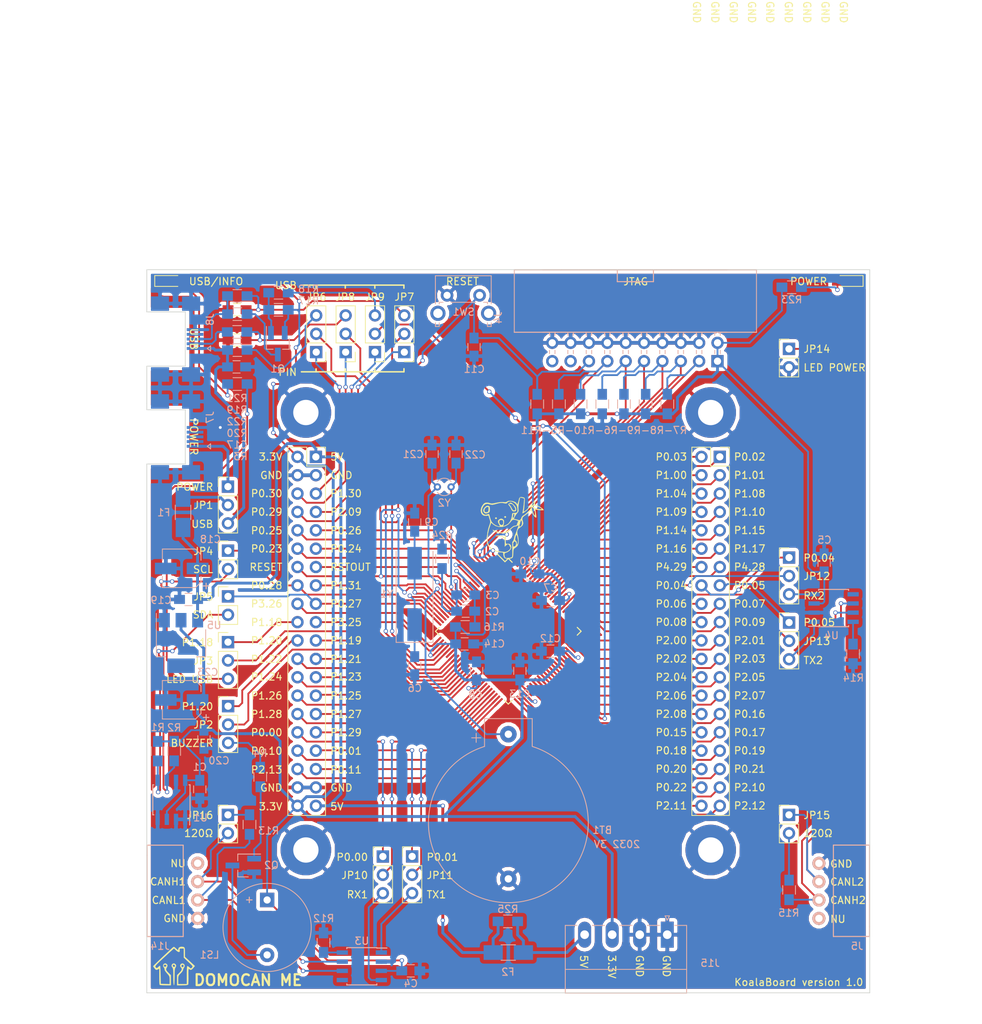
<source format=kicad_pcb>
(kicad_pcb (version 4) (host pcbnew 4.0.7)
  (title_block (title "Carte LPC1768") (date 2017-12-23) (rev 1.0) (company Koala) (comment 1 "DOMOCAN ME"))
  (layers (0 F.Cu signal) (31 B.Cu signal) (34 B.Paste user) (35 F.Paste user) (36 B.SilkS user) (37 F.SilkS user) (38 B.Mask user) (39 F.Mask user) (44 Edge.Cuts user))
  (net 0 "")
  (net 1 GND)
  (net 2 +3V3)
  (net 3 "Net-(C6-Pad1)")
  (net 4 "Net-(C9-Pad1)")
  (net 5 "Net-(C15-Pad2)")
  (net 6 "Net-(C16-Pad1)")
  (net 7 USB_5V)
  (net 8 +5V)
  (net 9 "Net-(D2-Pad2)")
  (net 10 "Net-(F1-Pad2)")
  (net 11 "Net-(J4-Pad3)")
  (net 12 "Net-(J4-Pad5)")
  (net 13 "Net-(J4-Pad7)")
  (net 14 "Net-(J4-Pad9)")
  (net 15 "Net-(J4-Pad11)")
  (net 16 "Net-(J4-Pad13)")
  (net 17 "Net-(J4-Pad17)")
  (net 18 "Net-(J4-Pad19)")
  (net 19 "Net-(J5-Pad2)")
  (net 20 "Net-(J5-Pad3)")
  (net 21 "Net-(J7-Pad2)")
  (net 22 "Net-(J7-Pad3)")
  (net 23 "Net-(J7-Pad4)")
  (net 24 "Net-(J8-Pad2)")
  (net 25 "Net-(J8-Pad3)")
  (net 26 "Net-(J8-Pad4)")
  (net 27 "Net-(Q1-Pad1)")
  (net 28 "Net-(Q1-Pad3)")
  (net 29 "Net-(R12-Pad2)")
  (net 30 "Net-(R14-Pad2)")
  (net 31 "Net-(U2-Pad13)")
  (net 32 "Net-(U3-Pad5)")
  (net 33 "Net-(U4-Pad5)")
  (net 34 J2_P0.22)
  (net 35 J2_P0.21)
  (net 36 J2_P0.20)
  (net 37 J2_P2.12)
  (net 38 J2_P2.11)
  (net 39 J2_P2.10)
  (net 40 J2_P0.05)
  (net 41 J2_P0.04)
  (net 42 "Net-(J5-Pad1)")
  (net 43 J2_P0.03)
  (net 44 J2_P0.02)
  (net 45 J2_P1.00)
  (net 46 J2_P1.01)
  (net 47 J2_P1.08)
  (net 48 J2_P1.04)
  (net 49 J2_P1.10)
  (net 50 J2_P1.09)
  (net 51 J2_P1.15)
  (net 52 J2_P1.14)
  (net 53 J2_P1.17)
  (net 54 J2_P1.16)
  (net 55 J2_P4.28)
  (net 56 J2_P4.29)
  (net 57 J2_P0.07)
  (net 58 J2_P0.06)
  (net 59 J2_P0.09)
  (net 60 J2_P0.08)
  (net 61 J2_P2.01)
  (net 62 J2_P2.00)
  (net 63 J2_P2.02)
  (net 64 J2_P2.03)
  (net 65 J2_P2.05)
  (net 66 J2_P2.06)
  (net 67 J2_P2.07)
  (net 68 J2_P2.08)
  (net 69 J2_P2.04)
  (net 70 J2_P0.16)
  (net 71 J2_P0.17)
  (net 72 J2_P0.15)
  (net 73 J2_P0.19)
  (net 74 J2_P0.18)
  (net 75 J1_P0.26)
  (net 76 J1_P0.24)
  (net 77 J1_P0.25)
  (net 78 J1_P0.23)
  (net 79 J1_RSTOUT)
  (net 80 J1_P1.31)
  (net 81 J1_P0.27)
  (net 82 J1_P0.28)
  (net 83 J1_P3.25)
  (net 84 J1_P3.26)
  (net 85 J1_P1.20)
  (net 86 J1_P1.19)
  (net 87 J1_P1.22)
  (net 88 J1_P1.21)
  (net 89 J1_P1.24)
  (net 90 J1_P1.23)
  (net 91 J1_P1.26)
  (net 92 J1_P1.25)
  (net 93 J1_P1.18)
  (net 94 J1_P1.27)
  (net 95 J1_P1.28)
  (net 96 J1_P1.29)
  (net 97 J1_P0.00)
  (net 98 J1_P0.01)
  (net 99 J1_P0.10)
  (net 100 J1_P0.11)
  (net 101 J1_P2.13)
  (net 102 "Net-(C21-Pad1)")
  (net 103 "Net-(C22-Pad1)")
  (net 104 "Net-(BT1-Pad1)")
  (net 105 J1_RESET)
  (net 106 "Net-(D1-Pad1)")
  (net 107 "Net-(D2-Pad1)")
  (net 108 "Net-(J14-Pad1)")
  (net 109 "Net-(J14-Pad2)")
  (net 110 "Net-(J14-Pad3)")
  (net 111 "Net-(JP2-Pad2)")
  (net 112 "Net-(JP2-Pad3)")
  (net 113 "Net-(JP3-Pad2)")
  (net 114 "Net-(JP4-Pad2)")
  (net 115 "Net-(JP5-Pad2)")
  (net 116 J1_P1.30)
  (net 117 "Net-(JP6-Pad2)")
  (net 118 "Net-(JP6-Pad3)")
  (net 119 J1_P0.29)
  (net 120 "Net-(JP7-Pad2)")
  (net 121 J1_P0.30)
  (net 122 "Net-(JP8-Pad2)")
  (net 123 J1_P2.09)
  (net 124 "Net-(JP9-Pad2)")
  (net 125 "Net-(JP9-Pad3)")
  (net 126 "Net-(JP10-Pad2)")
  (net 127 "Net-(JP10-Pad3)")
  (net 128 "Net-(JP11-Pad2)")
  (net 129 "Net-(JP11-Pad3)")
  (net 130 "Net-(JP12-Pad2)")
  (net 131 "Net-(JP12-Pad3)")
  (net 132 "Net-(JP13-Pad2)")
  (net 133 "Net-(JP13-Pad3)")
  (net 134 "Net-(LS1-Pad2)")
  (net 135 "Net-(Q2-Pad1)")
  (net 136 "Net-(F2-Pad1)")
  (net 137 "Net-(J7-Pad1)")
  (net 138 "Net-(JP3-Pad3)")
  (net 139 "Net-(C2-Pad1)")
  (net 140 "Net-(C2-Pad2)")
  (net 141 "Net-(JP16-Pad1)")
  (net 142 "Net-(JP15-Pad2)")
  (module Crystals:Crystal_SMD_HC49-SD (layer B.Cu) (at 169.04 68.09 90)
    (fp_text reference Y1 (at 0 -3.88 180) (layer B.SilkS) (effects (justify mirror)))
    (fp_text value 12M hide)
    (pad 1 smd rect (at -4.25 0 90) (size 4.5 2) (layers B.Cu B.Paste B.Mask) (net 3 "Net-(C6-Pad1)"))
    (pad 2 smd rect (at 4.25 0 90) (size 4.5 2) (layers B.Cu B.Paste B.Mask) (net 4 "Net-(C9-Pad1)"))
  )
  (module Housings_QFP:LQFP-100_14x14mm_Pitch0.5mm (layer F.Cu) (at 182 73.25 315)
    (fp_text reference U2 hide)
    (fp_text value LPC1768 hide)
    (pad 1 smd rect (at -7.9 -6 315) (size 1.5 0.28) (layers F.Cu F.Paste F.Mask) (net 16 "Net-(J4-Pad13)"))
    (pad 2 smd rect (at -7.9 -5.5 315) (size 1.5 0.28) (layers F.Cu F.Paste F.Mask) (net 12 "Net-(J4-Pad5)"))
    (pad 3 smd rect (at -7.9 -5 315) (size 1.5 0.28) (layers F.Cu F.Paste F.Mask) (net 13 "Net-(J4-Pad7)"))
    (pad 4 smd rect (at -7.9 -4.5 315) (size 1.5 0.28) (layers F.Cu F.Paste F.Mask) (net 11 "Net-(J4-Pad3)"))
    (pad 5 smd rect (at -7.9 -4 315) (size 1.5 0.28) (layers F.Cu F.Paste F.Mask) (net 14 "Net-(J4-Pad9)"))
    (pad 6 smd rect (at -7.9 -3.5 315) (size 1.5 0.28) (layers F.Cu F.Paste F.Mask) (net 75 J1_P0.26))
    (pad 7 smd rect (at -7.9 -3 315) (size 1.5 0.28) (layers F.Cu F.Paste F.Mask) (net 77 J1_P0.25))
    (pad 8 smd rect (at -7.9 -2.5 315) (size 1.5 0.28) (layers F.Cu F.Paste F.Mask) (net 76 J1_P0.24))
    (pad 9 smd rect (at -7.9 -2 315) (size 1.5 0.28) (layers F.Cu F.Paste F.Mask) (net 78 J1_P0.23))
    (pad 10 smd rect (at -7.9 -1.5 315) (size 1.5 0.28) (layers F.Cu F.Paste F.Mask) (net 2 +3V3))
    (pad 11 smd rect (at -7.9 -1 315) (size 1.5 0.28) (layers F.Cu F.Paste F.Mask) (net 1 GND))
    (pad 12 smd rect (at -7.9 -0.5 315) (size 1.5 0.28) (layers F.Cu F.Paste F.Mask) (net 139 "Net-(C2-Pad1)"))
    (pad 13 smd rect (at -7.9 0 315) (size 1.5 0.28) (layers F.Cu F.Paste F.Mask) (net 31 "Net-(U2-Pad13)"))
    (pad 14 smd rect (at -7.9 0.5 315) (size 1.5 0.28) (layers F.Cu F.Paste F.Mask) (net 79 J1_RSTOUT))
    (pad 15 smd rect (at -7.9 1 315) (size 1.5 0.28) (layers F.Cu F.Paste F.Mask) (net 140 "Net-(C2-Pad2)"))
    (pad 16 smd rect (at -7.9 1.5 315) (size 1.5 0.28) (layers F.Cu F.Paste F.Mask) (net 103 "Net-(C22-Pad1)"))
    (pad 17 smd rect (at -7.9 2 315) (size 1.5 0.28) (layers F.Cu F.Paste F.Mask) (net 105 J1_RESET))
    (pad 18 smd rect (at -7.9 2.5 315) (size 1.5 0.28) (layers F.Cu F.Paste F.Mask) (net 102 "Net-(C21-Pad1)"))
    (pad 19 smd rect (at -7.9 3 315) (size 1.5 0.28) (layers F.Cu F.Paste F.Mask) (net 104 "Net-(BT1-Pad1)"))
    (pad 20 smd rect (at -7.9 3.5 315) (size 1.5 0.28) (layers F.Cu F.Paste F.Mask) (net 80 J1_P1.31))
    (pad 21 smd rect (at -7.9 4 315) (size 1.5 0.28) (layers F.Cu F.Paste F.Mask) (net 117 "Net-(JP6-Pad2)"))
    (pad 22 smd rect (at -7.9 4.5 315) (size 1.5 0.28) (layers F.Cu F.Paste F.Mask) (net 4 "Net-(C9-Pad1)"))
    (pad 23 smd rect (at -7.9 5 315) (size 1.5 0.28) (layers F.Cu F.Paste F.Mask) (net 3 "Net-(C6-Pad1)"))
    (pad 24 smd rect (at -7.9 5.5 315) (size 1.5 0.28) (layers F.Cu F.Paste F.Mask) (net 82 J1_P0.28))
    (pad 25 smd rect (at -7.9 6 315) (size 1.5 0.28) (layers F.Cu F.Paste F.Mask) (net 81 J1_P0.27))
    (pad 26 smd rect (at -6 7.9 45) (size 1.5 0.28) (layers F.Cu F.Paste F.Mask) (net 84 J1_P3.26))
    (pad 27 smd rect (at -5.5 7.9 45) (size 1.5 0.28) (layers F.Cu F.Paste F.Mask) (net 83 J1_P3.25))
    (pad 28 smd rect (at -5 7.9 45) (size 1.5 0.28) (layers F.Cu F.Paste F.Mask) (net 2 +3V3))
    (pad 29 smd rect (at -4.5 7.9 45) (size 1.5 0.28) (layers F.Cu F.Paste F.Mask) (net 120 "Net-(JP7-Pad2)"))
    (pad 30 smd rect (at -4 7.9 45) (size 1.5 0.28) (layers F.Cu F.Paste F.Mask) (net 122 "Net-(JP8-Pad2)"))
    (pad 31 smd rect (at -3.5 7.9 45) (size 1.5 0.28) (layers F.Cu F.Paste F.Mask) (net 1 GND))
    (pad 32 smd rect (at -3 7.9 45) (size 1.5 0.28) (layers F.Cu F.Paste F.Mask) (net 113 "Net-(JP3-Pad2)"))
    (pad 33 smd rect (at -2.5 7.9 45) (size 1.5 0.28) (layers F.Cu F.Paste F.Mask) (net 86 J1_P1.19))
    (pad 34 smd rect (at -2 7.9 45) (size 1.5 0.28) (layers F.Cu F.Paste F.Mask) (net 111 "Net-(JP2-Pad2)"))
    (pad 35 smd rect (at -1.5 7.9 45) (size 1.5 0.28) (layers F.Cu F.Paste F.Mask) (net 88 J1_P1.21))
    (pad 36 smd rect (at -1 7.9 45) (size 1.5 0.28) (layers F.Cu F.Paste F.Mask) (net 87 J1_P1.22))
    (pad 37 smd rect (at -0.5 7.9 45) (size 1.5 0.28) (layers F.Cu F.Paste F.Mask) (net 90 J1_P1.23))
    (pad 38 smd rect (at 0 7.9 45) (size 1.5 0.28) (layers F.Cu F.Paste F.Mask) (net 89 J1_P1.24))
    (pad 39 smd rect (at 0.5 7.9 45) (size 1.5 0.28) (layers F.Cu F.Paste F.Mask) (net 92 J1_P1.25))
    (pad 40 smd rect (at 1 7.9 45) (size 1.5 0.28) (layers F.Cu F.Paste F.Mask) (net 91 J1_P1.26))
    (pad 41 smd rect (at 1.5 7.9 45) (size 1.5 0.28) (layers F.Cu F.Paste F.Mask) (net 1 GND))
    (pad 42 smd rect (at 2 7.9 45) (size 1.5 0.28) (layers F.Cu F.Paste F.Mask) (net 2 +3V3))
    (pad 43 smd rect (at 2.5 7.9 45) (size 1.5 0.28) (layers F.Cu F.Paste F.Mask) (net 94 J1_P1.27))
    (pad 44 smd rect (at 3 7.9 45) (size 1.5 0.28) (layers F.Cu F.Paste F.Mask) (net 95 J1_P1.28))
    (pad 45 smd rect (at 3.5 7.9 45) (size 1.5 0.28) (layers F.Cu F.Paste F.Mask) (net 96 J1_P1.29))
    (pad 46 smd rect (at 4 7.9 45) (size 1.5 0.28) (layers F.Cu F.Paste F.Mask) (net 126 "Net-(JP10-Pad2)"))
    (pad 47 smd rect (at 4.5 7.9 45) (size 1.5 0.28) (layers F.Cu F.Paste F.Mask) (net 128 "Net-(JP11-Pad2)"))
    (pad 48 smd rect (at 5 7.9 45) (size 1.5 0.28) (layers F.Cu F.Paste F.Mask) (net 99 J1_P0.10))
    (pad 49 smd rect (at 5.5 7.9 45) (size 1.5 0.28) (layers F.Cu F.Paste F.Mask) (net 100 J1_P0.11))
    (pad 50 smd rect (at 6 7.9 45) (size 1.5 0.28) (layers F.Cu F.Paste F.Mask) (net 101 J1_P2.13))
    (pad 51 smd rect (at 7.9 6 315) (size 1.5 0.28) (layers F.Cu F.Paste F.Mask) (net 37 J2_P2.12))
    (pad 52 smd rect (at 7.9 5.5 315) (size 1.5 0.28) (layers F.Cu F.Paste F.Mask) (net 38 J2_P2.11))
    (pad 53 smd rect (at 7.9 5 315) (size 1.5 0.28) (layers F.Cu F.Paste F.Mask) (net 39 J2_P2.10))
    (pad 54 smd rect (at 7.9 4.5 315) (size 1.5 0.28) (layers F.Cu F.Paste F.Mask) (net 2 +3V3))
    (pad 55 smd rect (at 7.9 4 315) (size 1.5 0.28) (layers F.Cu F.Paste F.Mask) (net 1 GND))
    (pad 56 smd rect (at 7.9 3.5 315) (size 1.5 0.28) (layers F.Cu F.Paste F.Mask) (net 34 J2_P0.22))
    (pad 57 smd rect (at 7.9 3 315) (size 1.5 0.28) (layers F.Cu F.Paste F.Mask) (net 35 J2_P0.21))
    (pad 58 smd rect (at 7.9 2.5 315) (size 1.5 0.28) (layers F.Cu F.Paste F.Mask) (net 36 J2_P0.20))
    (pad 59 smd rect (at 7.9 2 315) (size 1.5 0.28) (layers F.Cu F.Paste F.Mask) (net 73 J2_P0.19))
    (pad 60 smd rect (at 7.9 1.5 315) (size 1.5 0.28) (layers F.Cu F.Paste F.Mask) (net 74 J2_P0.18))
    (pad 61 smd rect (at 7.9 1 315) (size 1.5 0.28) (layers F.Cu F.Paste F.Mask) (net 71 J2_P0.17))
    (pad 62 smd rect (at 7.9 0.5 315) (size 1.5 0.28) (layers F.Cu F.Paste F.Mask) (net 72 J2_P0.15))
    (pad 63 smd rect (at 7.9 0 315) (size 1.5 0.28) (layers F.Cu F.Paste F.Mask) (net 70 J2_P0.16))
    (pad 64 smd rect (at 7.9 -0.5 315) (size 1.5 0.28) (layers F.Cu F.Paste F.Mask) (net 124 "Net-(JP9-Pad2)"))
    (pad 65 smd rect (at 7.9 -1 315) (size 1.5 0.28) (layers F.Cu F.Paste F.Mask) (net 68 J2_P2.08))
    (pad 66 smd rect (at 7.9 -1.5 315) (size 1.5 0.28) (layers F.Cu F.Paste F.Mask) (net 67 J2_P2.07))
    (pad 67 smd rect (at 7.9 -2 315) (size 1.5 0.28) (layers F.Cu F.Paste F.Mask) (net 66 J2_P2.06))
    (pad 68 smd rect (at 7.9 -2.5 315) (size 1.5 0.28) (layers F.Cu F.Paste F.Mask) (net 65 J2_P2.05))
    (pad 69 smd rect (at 7.9 -3 315) (size 1.5 0.28) (layers F.Cu F.Paste F.Mask) (net 69 J2_P2.04))
    (pad 70 smd rect (at 7.9 -3.5 315) (size 1.5 0.28) (layers F.Cu F.Paste F.Mask) (net 64 J2_P2.03))
    (pad 71 smd rect (at 7.9 -4 315) (size 1.5 0.28) (layers F.Cu F.Paste F.Mask) (net 2 +3V3))
    (pad 72 smd rect (at 7.9 -4.5 315) (size 1.5 0.28) (layers F.Cu F.Paste F.Mask) (net 1 GND))
    (pad 73 smd rect (at 7.9 -5 315) (size 1.5 0.28) (layers F.Cu F.Paste F.Mask) (net 63 J2_P2.02))
    (pad 74 smd rect (at 7.9 -5.5 315) (size 1.5 0.28) (layers F.Cu F.Paste F.Mask) (net 61 J2_P2.01))
    (pad 75 smd rect (at 7.9 -6 315) (size 1.5 0.28) (layers F.Cu F.Paste F.Mask) (net 62 J2_P2.00))
    (pad 76 smd rect (at 6 -7.9 45) (size 1.5 0.28) (layers F.Cu F.Paste F.Mask) (net 59 J2_P0.09))
    (pad 77 smd rect (at 5.5 -7.9 45) (size 1.5 0.28) (layers F.Cu F.Paste F.Mask) (net 60 J2_P0.08))
    (pad 78 smd rect (at 5 -7.9 45) (size 1.5 0.28) (layers F.Cu F.Paste F.Mask) (net 57 J2_P0.07))
    (pad 79 smd rect (at 4.5 -7.9 45) (size 1.5 0.28) (layers F.Cu F.Paste F.Mask) (net 58 J2_P0.06))
    (pad 80 smd rect (at 4 -7.9 45) (size 1.5 0.28) (layers F.Cu F.Paste F.Mask) (net 132 "Net-(JP13-Pad2)"))
    (pad 81 smd rect (at 3.5 -7.9 45) (size 1.5 0.28) (layers F.Cu F.Paste F.Mask) (net 130 "Net-(JP12-Pad2)"))
    (pad 82 smd rect (at 3 -7.9 45) (size 1.5 0.28) (layers F.Cu F.Paste F.Mask) (net 55 J2_P4.28))
    (pad 83 smd rect (at 2.5 -7.9 45) (size 1.5 0.28) (layers F.Cu F.Paste F.Mask) (net 1 GND))
    (pad 84 smd rect (at 2 -7.9 45) (size 1.5 0.28) (layers F.Cu F.Paste F.Mask) (net 2 +3V3))
    (pad 85 smd rect (at 1.5 -7.9 45) (size 1.5 0.28) (layers F.Cu F.Paste F.Mask) (net 56 J2_P4.29))
    (pad 86 smd rect (at 1 -7.9 45) (size 1.5 0.28) (layers F.Cu F.Paste F.Mask) (net 53 J2_P1.17))
    (pad 87 smd rect (at 0.5 -7.9 45) (size 1.5 0.28) (layers F.Cu F.Paste F.Mask) (net 54 J2_P1.16))
    (pad 88 smd rect (at 0 -7.9 45) (size 1.5 0.28) (layers F.Cu F.Paste F.Mask) (net 51 J2_P1.15))
    (pad 89 smd rect (at -0.5 -7.9 45) (size 1.5 0.28) (layers F.Cu F.Paste F.Mask) (net 52 J2_P1.14))
    (pad 90 smd rect (at -1 -7.9 45) (size 1.5 0.28) (layers F.Cu F.Paste F.Mask) (net 49 J2_P1.10))
    (pad 91 smd rect (at -1.5 -7.9 45) (size 1.5 0.28) (layers F.Cu F.Paste F.Mask) (net 50 J2_P1.09))
    (pad 92 smd rect (at -2 -7.9 45) (size 1.5 0.28) (layers F.Cu F.Paste F.Mask) (net 47 J2_P1.08))
    (pad 93 smd rect (at -2.5 -7.9 45) (size 1.5 0.28) (layers F.Cu F.Paste F.Mask) (net 48 J2_P1.04))
    (pad 94 smd rect (at -3 -7.9 45) (size 1.5 0.28) (layers F.Cu F.Paste F.Mask) (net 46 J2_P1.01))
    (pad 95 smd rect (at -3.5 -7.9 45) (size 1.5 0.28) (layers F.Cu F.Paste F.Mask) (net 45 J2_P1.00))
    (pad 96 smd rect (at -4 -7.9 45) (size 1.5 0.28) (layers F.Cu F.Paste F.Mask) (net 2 +3V3))
    (pad 97 smd rect (at -4.5 -7.9 45) (size 1.5 0.28) (layers F.Cu F.Paste F.Mask) (net 1 GND))
    (pad 98 smd rect (at -5 -7.9 45) (size 1.5 0.28) (layers F.Cu F.Paste F.Mask) (net 44 J2_P0.02))
    (pad 99 smd rect (at -5.5 -7.9 45) (size 1.5 0.28) (layers F.Cu F.Paste F.Mask) (net 43 J2_P0.03))
    (pad 100 smd rect (at -6 -7.9 45) (size 1.5 0.28) (layers F.Cu F.Paste F.Mask) (net 15 "Net-(J4-Pad11)"))
  )
  (module Capacitors_SMD:C_0805_HandSoldering (layer B.Cu) (at 139.32 95.11 90)
    (fp_text reference C1 (at 3.08 0 180) (layer B.SilkS) (effects (justify mirror)))
    (fp_text value 100nF hide)
    (pad 1 smd rect (at -1.25 0 90) (size 1.5 1.25) (layers B.Cu B.Paste B.Mask) (net 1 GND))
    (pad 2 smd rect (at 1.25 0 90) (size 1.5 1.25) (layers B.Cu B.Paste B.Mask) (net 2 +3V3))
  )
  (module Capacitors_SMD:C_0805_HandSoldering (layer B.Cu) (at 176.1 70.47 180)
    (fp_text reference C2 (at -3.66 -0.05 180) (layer B.SilkS) (effects (justify mirror)))
    (fp_text value 10nF hide)
    (pad 1 smd rect (at -1.25 0 180) (size 1.5 1.25) (layers B.Cu B.Paste B.Mask) (net 139 "Net-(C2-Pad1)"))
    (pad 2 smd rect (at 1.25 0 180) (size 1.5 1.25) (layers B.Cu B.Paste B.Mask) (net 140 "Net-(C2-Pad2)"))
  )
  (module Capacitors_SMD:C_0805_HandSoldering (layer B.Cu) (at 176.11 68.23 180)
    (fp_text reference C3 (at -3.71 -0.04 180) (layer B.SilkS) (effects (justify mirror)))
    (fp_text value 10µF hide)
    (pad 1 smd rect (at -1.25 0 180) (size 1.5 1.25) (layers B.Cu B.Paste B.Mask) (net 139 "Net-(C2-Pad1)"))
    (pad 2 smd rect (at 1.25 0 180) (size 1.5 1.25) (layers B.Cu B.Paste B.Mask) (net 140 "Net-(C2-Pad2)"))
  )
  (module Capacitors_SMD:C_0805_HandSoldering (layer B.Cu) (at 168.51 120.21)
    (fp_text reference C4 (at 0 1.75) (layer B.SilkS) (effects (justify mirror)))
    (fp_text value 100nF hide)
    (pad 1 smd rect (at -1.25 0) (size 1.5 1.25) (layers B.Cu B.Paste B.Mask) (net 2 +3V3))
    (pad 2 smd rect (at 1.25 0) (size 1.5 1.25) (layers B.Cu B.Paste B.Mask) (net 1 GND))
  )
  (module Capacitors_SMD:C_0805_HandSoldering (layer B.Cu) (at 225.69 63.79 90)
    (fp_text reference C5 (at 3.17 0.04 180) (layer B.SilkS) (effects (justify mirror)))
    (fp_text value 100nF hide)
    (pad 1 smd rect (at -1.25 0 90) (size 1.5 1.25) (layers B.Cu B.Paste B.Mask) (net 2 +3V3))
    (pad 2 smd rect (at 1.25 0 90) (size 1.5 1.25) (layers B.Cu B.Paste B.Mask) (net 1 GND))
  )
  (module Capacitors_SMD:C_0805_HandSoldering (layer B.Cu) (at 169.05 78.01 270)
    (fp_text reference C6 (at 3.11 -0.02 360) (layer B.SilkS) (effects (justify mirror)))
    (fp_text value 22P hide)
    (pad 1 smd rect (at -1.25 0 270) (size 1.5 1.25) (layers B.Cu B.Paste B.Mask) (net 3 "Net-(C6-Pad1)"))
    (pad 2 smd rect (at 1.25 0 270) (size 1.5 1.25) (layers B.Cu B.Paste B.Mask) (net 1 GND))
  )
  (module Capacitors_SMD:C_0805_HandSoldering (layer B.Cu) (at 187.84 68.99 180)
    (fp_text reference C7 (at 0 1.75 180) (layer B.SilkS) (effects (justify mirror)))
    (fp_text value 100nF hide)
    (pad 1 smd rect (at -1.25 0 180) (size 1.5 1.25) (layers B.Cu B.Paste B.Mask) (net 2 +3V3))
    (pad 2 smd rect (at 1.25 0 180) (size 1.5 1.25) (layers B.Cu B.Paste B.Mask) (net 1 GND))
  )
  (module Capacitors_SMD:C_0805_HandSoldering (layer B.Cu) (at 177.61 78.73 90)
    (fp_text reference C8 (at -3.3 -0.16 180) (layer B.SilkS) (effects (justify mirror)))
    (fp_text value 100nF hide)
    (pad 1 smd rect (at -1.25 0 90) (size 1.5 1.25) (layers B.Cu B.Paste B.Mask) (net 2 +3V3))
    (pad 2 smd rect (at 1.25 0 90) (size 1.5 1.25) (layers B.Cu B.Paste B.Mask) (net 1 GND))
  )
  (module Capacitors_SMD:C_0805_HandSoldering (layer B.Cu) (at 169.05 58.17 90)
    (fp_text reference C9 (at 0.01 2.33 180) (layer B.SilkS) (effects (justify mirror)))
    (fp_text value 22P hide)
    (pad 1 smd rect (at -1.25 0 90) (size 1.5 1.25) (layers B.Cu B.Paste B.Mask) (net 4 "Net-(C9-Pad1)"))
    (pad 2 smd rect (at 1.25 0 90) (size 1.5 1.25) (layers B.Cu B.Paste B.Mask) (net 1 GND))
  )
  (module Capacitors_SMD:C_0805_HandSoldering (layer B.Cu) (at 184.99 65.32 180)
    (fp_text reference C10 (at 0 1.75 180) (layer B.SilkS) (effects (justify mirror)))
    (fp_text value 100nF hide)
    (pad 1 smd rect (at -1.25 0 180) (size 1.5 1.25) (layers B.Cu B.Paste B.Mask) (net 2 +3V3))
    (pad 2 smd rect (at 1.25 0 180) (size 1.5 1.25) (layers B.Cu B.Paste B.Mask) (net 1 GND))
  )
  (module Capacitors_SMD:C_0805_HandSoldering (layer B.Cu) (at 177.26 33.95 90)
    (fp_text reference C11 (at -3.05 0.03 180) (layer B.SilkS) (effects (justify mirror)))
    (fp_text value 100nF hide)
    (pad 1 smd rect (at -1.25 0 90) (size 1.5 1.25) (layers B.Cu B.Paste B.Mask) (net 1 GND))
    (pad 2 smd rect (at 1.25 0 90) (size 1.5 1.25) (layers B.Cu B.Paste B.Mask) (net 105 J1_RESET))
  )
  (module Capacitors_SMD:C_0805_HandSoldering (layer B.Cu) (at 187.83 76 180)
    (fp_text reference C12 (at 0 1.75 180) (layer B.SilkS) (effects (justify mirror)))
    (fp_text value 100nF hide)
    (pad 1 smd rect (at -1.25 0 180) (size 1.5 1.25) (layers B.Cu B.Paste B.Mask) (net 2 +3V3))
    (pad 2 smd rect (at 1.25 0 180) (size 1.5 1.25) (layers B.Cu B.Paste B.Mask) (net 1 GND))
  )
  (module Capacitors_SMD:C_0805_HandSoldering (layer B.Cu) (at 183.6 78.73 90)
    (fp_text reference C13 (at -3.19 -0.03 180) (layer B.SilkS) (effects (justify mirror)))
    (fp_text value 100nF hide)
    (pad 1 smd rect (at -1.25 0 90) (size 1.5 1.25) (layers B.Cu B.Paste B.Mask) (net 2 +3V3))
    (pad 2 smd rect (at 1.25 0 90) (size 1.5 1.25) (layers B.Cu B.Paste B.Mask) (net 1 GND))
  )
  (module Capacitors_SMD:C_0805_HandSoldering (layer B.Cu) (at 175.96 75)
    (fp_text reference C14 (at 4.12 -0.02) (layer B.SilkS) (effects (justify mirror)))
    (fp_text value 100nF hide)
    (pad 1 smd rect (at -1.25 0) (size 1.5 1.25) (layers B.Cu B.Paste B.Mask) (net 2 +3V3))
    (pad 2 smd rect (at 1.25 0) (size 1.5 1.25) (layers B.Cu B.Paste B.Mask) (net 1 GND))
  )
  (module Capacitors_SMD:C_0805_HandSoldering (layer F.Cu) (at 144.48 32.98)
    (fp_text reference C15 hide)
    (fp_text value 22P hide)
    (pad 1 smd rect (at -1.25 0) (size 1.5 1.25) (layers F.Cu F.Paste F.Mask) (net 1 GND))
    (pad 2 smd rect (at 1.25 0) (size 1.5 1.25) (layers F.Cu F.Paste F.Mask) (net 5 "Net-(C15-Pad2)"))
  )
  (module Capacitors_SMD:C_0805_HandSoldering (layer F.Cu) (at 144.48 28.79 180)
    (fp_text reference C16 hide)
    (fp_text value 22P hide)
    (pad 1 smd rect (at -1.25 0 180) (size 1.5 1.25) (layers F.Cu F.Paste F.Mask) (net 6 "Net-(C16-Pad1)"))
    (pad 2 smd rect (at 1.25 0 180) (size 1.5 1.25) (layers F.Cu F.Paste F.Mask) (net 1 GND))
  )
  (module Capacitors_SMD:C_0805_HandSoldering (layer B.Cu) (at 144.41 36.69 180)
    (fp_text reference C17 hide)
    (fp_text value 100nF hide)
    (pad 1 smd rect (at -1.25 0 180) (size 1.5 1.25) (layers B.Cu B.Paste B.Mask) (net 1 GND))
    (pad 2 smd rect (at 1.25 0 180) (size 1.5 1.25) (layers B.Cu B.Paste B.Mask) (net 7 USB_5V))
  )
  (module Capacitors_SMD:C_0805_HandSoldering (layer B.Cu) (at 137.77 68.85 180)
    (fp_text reference C18 (at -3.03 8.32 180) (layer B.SilkS) (effects (justify mirror)))
    (fp_text value 100nF hide)
    (pad 1 smd rect (at -1.25 0 180) (size 1.5 1.25) (layers B.Cu B.Paste B.Mask) (net 8 +5V))
    (pad 2 smd rect (at 1.25 0 180) (size 1.5 1.25) (layers B.Cu B.Paste B.Mask) (net 1 GND))
  )
  (module Capacitors_SMD:C_0805_HandSoldering (layer B.Cu) (at 139.9 88.18 270)
    (fp_text reference C20 (at 2.96 -2.08 360) (layer B.SilkS) (effects (justify mirror)))
    (fp_text value 100nF hide)
    (pad 1 smd rect (at -1.25 0 270) (size 1.5 1.25) (layers B.Cu B.Paste B.Mask) (net 2 +3V3))
    (pad 2 smd rect (at 1.25 0 270) (size 1.5 1.25) (layers B.Cu B.Paste B.Mask) (net 1 GND))
  )
  (module Resistors_SMD:R_0805_HandSoldering (layer B.Cu) (at 133.5 89.83 90)
    (fp_text reference R1 (at 3.29 0 180) (layer B.SilkS) (effects (justify mirror)))
    (fp_text value 4K7 hide)
    (pad 1 smd rect (at -1.35 0 90) (size 1.5 1.3) (layers B.Cu B.Paste B.Mask) (net 115 "Net-(JP5-Pad2)"))
    (pad 2 smd rect (at 1.35 0 90) (size 1.5 1.3) (layers B.Cu B.Paste B.Mask) (net 2 +3V3))
  )
  (module Resistors_SMD:R_0805_HandSoldering (layer B.Cu) (at 135.78 89.82 90)
    (fp_text reference R2 (at 3.24 0 180) (layer B.SilkS) (effects (justify mirror)))
    (fp_text value 4K7 hide)
    (pad 1 smd rect (at -1.35 0 90) (size 1.5 1.3) (layers B.Cu B.Paste B.Mask) (net 114 "Net-(JP4-Pad2)"))
    (pad 2 smd rect (at 1.35 0 90) (size 1.5 1.3) (layers B.Cu B.Paste B.Mask) (net 2 +3V3))
  )
  (module Resistors_SMD:R_0805_HandSoldering (layer B.Cu) (at 195 41.83 90)
    (fp_text reference R6 hide)
    (fp_text value 10K hide)
    (pad 1 smd rect (at -1.35 0 90) (size 1.5 1.3) (layers B.Cu B.Paste B.Mask) (net 1 GND))
    (pad 2 smd rect (at 1.35 0 90) (size 1.5 1.3) (layers B.Cu B.Paste B.Mask) (net 14 "Net-(J4-Pad9)"))
  )
  (module Resistors_SMD:R_0805_HandSoldering (layer B.Cu) (at 204 41.83 90)
    (fp_text reference R7 hide)
    (fp_text value 10K hide)
    (pad 1 smd rect (at -1.35 0 90) (size 1.5 1.3) (layers B.Cu B.Paste B.Mask) (net 2 +3V3))
    (pad 2 smd rect (at 1.35 0 90) (size 1.5 1.3) (layers B.Cu B.Paste B.Mask) (net 11 "Net-(J4-Pad3)"))
  )
  (module Resistors_SMD:R_0805_HandSoldering (layer B.Cu) (at 201 41.83 90)
    (fp_text reference R8 hide)
    (fp_text value 10K hide)
    (pad 1 smd rect (at -1.35 0 90) (size 1.5 1.3) (layers B.Cu B.Paste B.Mask) (net 2 +3V3))
    (pad 2 smd rect (at 1.35 0 90) (size 1.5 1.3) (layers B.Cu B.Paste B.Mask) (net 12 "Net-(J4-Pad5)"))
  )
  (module Resistors_SMD:R_0805_HandSoldering (layer B.Cu) (at 198 41.83 90)
    (fp_text reference R9 hide)
    (fp_text value 10K hide)
    (pad 1 smd rect (at -1.35 0 90) (size 1.5 1.3) (layers B.Cu B.Paste B.Mask) (net 2 +3V3))
    (pad 2 smd rect (at 1.35 0 90) (size 1.5 1.3) (layers B.Cu B.Paste B.Mask) (net 13 "Net-(J4-Pad7)"))
  )
  (module Resistors_SMD:R_0805_HandSoldering (layer B.Cu) (at 192 41.83 90)
    (fp_text reference R10 hide)
    (fp_text value 10K hide)
    (pad 1 smd rect (at -1.35 0 90) (size 1.5 1.3) (layers B.Cu B.Paste B.Mask) (net 2 +3V3))
    (pad 2 smd rect (at 1.35 0 90) (size 1.5 1.3) (layers B.Cu B.Paste B.Mask) (net 15 "Net-(J4-Pad11)"))
  )
  (module Resistors_SMD:R_0805_HandSoldering (layer B.Cu) (at 186 41.83 90)
    (fp_text reference R11 hide)
    (fp_text value 10K hide)
    (pad 1 smd rect (at -1.35 0 90) (size 1.5 1.3) (layers B.Cu B.Paste B.Mask) (net 2 +3V3))
    (pad 2 smd rect (at 1.35 0 90) (size 1.5 1.3) (layers B.Cu B.Paste B.Mask) (net 105 J1_RESET))
  )
  (module Resistors_SMD:R_0805_HandSoldering (layer B.Cu) (at 156.44 116.31 270)
    (fp_text reference R12 (at -3.35 -0.02 360) (layer B.SilkS) (effects (justify mirror)))
    (fp_text value 0R hide)
    (pad 1 smd rect (at -1.35 0 270) (size 1.5 1.3) (layers B.Cu B.Paste B.Mask) (net 1 GND))
    (pad 2 smd rect (at 1.35 0 270) (size 1.5 1.3) (layers B.Cu B.Paste B.Mask) (net 29 "Net-(R12-Pad2)"))
  )
  (module Resistors_SMD:R_0805_HandSoldering (layer B.Cu) (at 146.2 99.98 90)
    (fp_text reference R13 (at -0.86 2.64 180) (layer B.SilkS) (effects (justify mirror)))
    (fp_text value 120R hide)
    (pad 1 smd rect (at -1.35 0 90) (size 1.5 1.3) (layers B.Cu B.Paste B.Mask) (net 110 "Net-(J14-Pad3)"))
    (pad 2 smd rect (at 1.35 0 90) (size 1.5 1.3) (layers B.Cu B.Paste B.Mask) (net 141 "Net-(JP16-Pad1)"))
  )
  (module Resistors_SMD:R_0805_HandSoldering (layer B.Cu) (at 229.69 76.38 90)
    (fp_text reference R14 (at -3.32 0.05 180) (layer B.SilkS) (effects (justify mirror)))
    (fp_text value 0R hide)
    (pad 1 smd rect (at -1.35 0 90) (size 1.5 1.3) (layers B.Cu B.Paste B.Mask) (net 1 GND))
    (pad 2 smd rect (at 1.35 0 90) (size 1.5 1.3) (layers B.Cu B.Paste B.Mask) (net 30 "Net-(R14-Pad2)"))
  )
  (module Resistors_SMD:R_0805_HandSoldering (layer B.Cu) (at 220.84 109.02 90)
    (fp_text reference R15 (at -3.18 -0.04 180) (layer B.SilkS) (effects (justify mirror)))
    (fp_text value "R15 120R")
    (pad 1 smd rect (at -1.35 0 90) (size 1.5 1.3) (layers B.Cu B.Paste B.Mask) (net 19 "Net-(J5-Pad2)"))
    (pad 2 smd rect (at 1.35 0 90) (size 1.5 1.3) (layers B.Cu B.Paste B.Mask) (net 142 "Net-(JP15-Pad2)"))
  )
  (module Resistors_SMD:R_0805_HandSoldering (layer B.Cu) (at 150.21 28.8)
    (fp_text reference R17 hide)
    (fp_text value 10K hide)
    (pad 1 smd rect (at -1.35 0) (size 1.5 1.3) (layers B.Cu B.Paste B.Mask) (net 27 "Net-(Q1-Pad1)"))
    (pad 2 smd rect (at 1.35 0) (size 1.5 1.3) (layers B.Cu B.Paste B.Mask) (net 2 +3V3))
  )
  (module Resistors_SMD:R_0805_HandSoldering (layer B.Cu) (at 150.21 26.43 180)
    (fp_text reference R18 hide)
    (fp_text value 2K hide)
    (pad 1 smd rect (at -1.35 0 180) (size 1.5 1.3) (layers B.Cu B.Paste B.Mask) (net 125 "Net-(JP9-Pad3)"))
    (pad 2 smd rect (at 1.35 0 180) (size 1.5 1.3) (layers B.Cu B.Paste B.Mask) (net 27 "Net-(Q1-Pad1)"))
  )
  (module Resistors_SMD:R_0805_HandSoldering (layer B.Cu) (at 144.51 29.39)
    (fp_text reference R19 hide)
    (fp_text value 1K5 hide)
    (pad 1 smd rect (at -1.35 0) (size 1.5 1.3) (layers B.Cu B.Paste B.Mask) (net 25 "Net-(J8-Pad3)"))
    (pad 2 smd rect (at 1.35 0) (size 1.5 1.3) (layers B.Cu B.Paste B.Mask) (net 28 "Net-(Q1-Pad3)"))
  )
  (module Resistors_SMD:R_0805_HandSoldering (layer B.Cu) (at 144.51 34.36)
    (fp_text reference R20 hide)
    (fp_text value 4K7 hide)
    (pad 1 smd rect (at -1.35 0) (size 1.5 1.3) (layers B.Cu B.Paste B.Mask) (net 7 USB_5V))
    (pad 2 smd rect (at 1.35 0) (size 1.5 1.3) (layers B.Cu B.Paste B.Mask) (net 118 "Net-(JP6-Pad3)"))
  )
  (module Resistors_SMD:R_0805_HandSoldering (layer B.Cu) (at 144.51 26.88)
    (fp_text reference R21 hide)
    (fp_text value 22R hide)
    (pad 1 smd rect (at -1.35 0) (size 1.5 1.3) (layers B.Cu B.Paste B.Mask) (net 25 "Net-(J8-Pad3)"))
    (pad 2 smd rect (at 1.35 0) (size 1.5 1.3) (layers B.Cu B.Paste B.Mask) (net 6 "Net-(C16-Pad1)"))
  )
  (module Resistors_SMD:R_0805_HandSoldering (layer B.Cu) (at 144.48 31.86)
    (fp_text reference R22 hide)
    (fp_text value 22R hide)
    (pad 1 smd rect (at -1.35 0) (size 1.5 1.3) (layers B.Cu B.Paste B.Mask) (net 24 "Net-(J8-Pad2)"))
    (pad 2 smd rect (at 1.35 0) (size 1.5 1.3) (layers B.Cu B.Paste B.Mask) (net 5 "Net-(C15-Pad2)"))
  )
  (module Resistors_SMD:R_0805_HandSoldering (layer B.Cu) (at 221.2 25.68)
    (fp_text reference R23 (at 0 1.7) (layer B.SilkS) (effects (justify mirror)))
    (fp_text value 470R hide)
    (pad 1 smd rect (at -1.35 0) (size 1.5 1.3) (layers B.Cu B.Paste B.Mask) (net 2 +3V3))
    (pad 2 smd rect (at 1.35 0) (size 1.5 1.3) (layers B.Cu B.Paste B.Mask) (net 9 "Net-(D2-Pad2)"))
  )
  (module Housings_SOIC:SOIC-8_3.9x4.9mm_Pitch1.27mm (layer B.Cu) (at 135.4 96.56 90)
    (fp_text reference U1 (at -2.47 4.02 180) (layer B.SilkS) (effects (justify mirror)))
    (fp_text value 24LC_512 hide)
    (pad 1 smd rect (at -2.7 1.905 90) (size 1.55 0.6) (layers B.Cu B.Paste B.Mask) (net 1 GND))
    (pad 2 smd rect (at -2.7 0.635 90) (size 1.55 0.6) (layers B.Cu B.Paste B.Mask) (net 1 GND))
    (pad 3 smd rect (at -2.7 -0.635 90) (size 1.55 0.6) (layers B.Cu B.Paste B.Mask) (net 2 +3V3))
    (pad 4 smd rect (at -2.7 -1.905 90) (size 1.55 0.6) (layers B.Cu B.Paste B.Mask) (net 1 GND))
    (pad 5 smd rect (at 2.7 -1.905 90) (size 1.55 0.6) (layers B.Cu B.Paste B.Mask) (net 115 "Net-(JP5-Pad2)"))
    (pad 6 smd rect (at 2.7 -0.635 90) (size 1.55 0.6) (layers B.Cu B.Paste B.Mask) (net 114 "Net-(JP4-Pad2)"))
    (pad 7 smd rect (at 2.7 0.635 90) (size 1.55 0.6) (layers B.Cu B.Paste B.Mask) (net 1 GND))
    (pad 8 smd rect (at 2.7 1.905 90) (size 1.55 0.6) (layers B.Cu B.Paste B.Mask) (net 2 +3V3))
  )
  (module Housings_SOIC:SOIC-8_3.9x4.9mm_Pitch1.27mm (layer B.Cu) (at 161.74 119.58 180)
    (fp_text reference U3 (at 0 3.5 180) (layer B.SilkS) (effects (justify mirror)))
    (fp_text value SN65VHD230 hide)
    (pad 1 smd rect (at -2.7 1.905 180) (size 1.55 0.6) (layers B.Cu B.Paste B.Mask) (net 129 "Net-(JP11-Pad3)"))
    (pad 2 smd rect (at -2.7 0.635 180) (size 1.55 0.6) (layers B.Cu B.Paste B.Mask) (net 1 GND))
    (pad 3 smd rect (at -2.7 -0.635 180) (size 1.55 0.6) (layers B.Cu B.Paste B.Mask) (net 2 +3V3))
    (pad 4 smd rect (at -2.7 -1.905 180) (size 1.55 0.6) (layers B.Cu B.Paste B.Mask) (net 127 "Net-(JP10-Pad3)"))
    (pad 5 smd rect (at 2.7 -1.905 180) (size 1.55 0.6) (layers B.Cu B.Paste B.Mask) (net 32 "Net-(U3-Pad5)"))
    (pad 6 smd rect (at 2.7 -0.635 180) (size 1.55 0.6) (layers B.Cu B.Paste B.Mask) (net 110 "Net-(J14-Pad3)"))
    (pad 7 smd rect (at 2.7 0.635 180) (size 1.55 0.6) (layers B.Cu B.Paste B.Mask) (net 109 "Net-(J14-Pad2)"))
    (pad 8 smd rect (at 2.7 1.905 180) (size 1.55 0.6) (layers B.Cu B.Paste B.Mask) (net 29 "Net-(R12-Pad2)"))
  )
  (module Housings_SOIC:SOIC-8_3.9x4.9mm_Pitch1.27mm (layer B.Cu) (at 227 70.04)
    (fp_text reference U4 (at -0.29 3.8) (layer B.SilkS) (effects (justify mirror)))
    (fp_text value SN65VHD230 hide)
    (pad 1 smd rect (at -2.7 1.905) (size 1.55 0.6) (layers B.Cu B.Paste B.Mask) (net 133 "Net-(JP13-Pad3)"))
    (pad 2 smd rect (at -2.7 0.635) (size 1.55 0.6) (layers B.Cu B.Paste B.Mask) (net 1 GND))
    (pad 3 smd rect (at -2.7 -0.635) (size 1.55 0.6) (layers B.Cu B.Paste B.Mask) (net 2 +3V3))
    (pad 4 smd rect (at -2.7 -1.905) (size 1.55 0.6) (layers B.Cu B.Paste B.Mask) (net 131 "Net-(JP12-Pad3)"))
    (pad 5 smd rect (at 2.7 -1.905) (size 1.55 0.6) (layers B.Cu B.Paste B.Mask) (net 33 "Net-(U4-Pad5)"))
    (pad 6 smd rect (at 2.7 -0.635) (size 1.55 0.6) (layers B.Cu B.Paste B.Mask) (net 20 "Net-(J5-Pad3)"))
    (pad 7 smd rect (at 2.7 0.635) (size 1.55 0.6) (layers B.Cu B.Paste B.Mask) (net 19 "Net-(J5-Pad2)"))
    (pad 8 smd rect (at 2.7 1.905) (size 1.55 0.6) (layers B.Cu B.Paste B.Mask) (net 30 "Net-(R14-Pad2)"))
  )
  (module Mounting_Holes:MountingHole_3.5mm_Pad (layer F.Cu) (at 210 103.5)
    (fp_text reference J9 hide)
    (fp_text value CONN_01X01 hide)
    (pad 1 thru_hole circle (at 0 0) (size 7 7) (drill 3.5) (layers *.Cu *.Mask) (net 1 GND))
  )
  (module Mounting_Holes:MountingHole_3.5mm_Pad (layer F.Cu) (at 154 43)
    (fp_text reference J10 hide)
    (fp_text value CONN_01X01 hide)
    (pad 1 thru_hole circle (at 0 0) (size 7 7) (drill 3.5) (layers *.Cu *.Mask) (net 1 GND))
  )
  (module Mounting_Holes:MountingHole_3.5mm_Pad (layer F.Cu) (at 210 43)
    (fp_text reference J11 hide)
    (fp_text value CONN_01X01 hide)
    (pad 1 thru_hole circle (at 0 0) (size 7 7) (drill 3.5) (layers *.Cu *.Mask) (net 1 GND))
  )
  (module Mounting_Holes:MountingHole_3.5mm_Pad (layer F.Cu) (at 154 103.5)
    (fp_text reference J3 hide)
    (fp_text value CONN_01X01 hide)
    (pad 1 thru_hole circle (at 0 0) (size 7 7) (drill 3.5) (layers *.Cu *.Mask) (net 1 GND))
  )
  (module Socket_Strips:Socket_Strip_Straight_2x20_Pitch2.54mm (layer F.Cu) (at 155.38 49.13)
    (fp_text reference J1 hide)
    (fp_text value CONN_02X20 hide)
    (pad 1 thru_hole rect (at 0 0) (size 1.7 1.7) (drill 1) (layers *.Cu *.Mask) (net 8 +5V))
    (pad 2 thru_hole oval (at -2.54 0) (size 1.7 1.7) (drill 1) (layers *.Cu *.Mask) (net 2 +3V3))
    (pad 3 thru_hole oval (at 0 2.54) (size 1.7 1.7) (drill 1) (layers *.Cu *.Mask) (net 1 GND))
    (pad 4 thru_hole oval (at -2.54 2.54) (size 1.7 1.7) (drill 1) (layers *.Cu *.Mask) (net 1 GND))
    (pad 5 thru_hole oval (at 0 5.08) (size 1.7 1.7) (drill 1) (layers *.Cu *.Mask) (net 116 J1_P1.30))
    (pad 6 thru_hole oval (at -2.54 5.08) (size 1.7 1.7) (drill 1) (layers *.Cu *.Mask) (net 121 J1_P0.30))
    (pad 7 thru_hole oval (at 0 7.62) (size 1.7 1.7) (drill 1) (layers *.Cu *.Mask) (net 123 J1_P2.09))
    (pad 8 thru_hole oval (at -2.54 7.62) (size 1.7 1.7) (drill 1) (layers *.Cu *.Mask) (net 119 J1_P0.29))
    (pad 9 thru_hole oval (at 0 10.16) (size 1.7 1.7) (drill 1) (layers *.Cu *.Mask) (net 75 J1_P0.26))
    (pad 10 thru_hole oval (at -2.54 10.16) (size 1.7 1.7) (drill 1) (layers *.Cu *.Mask) (net 77 J1_P0.25))
    (pad 11 thru_hole oval (at 0 12.7) (size 1.7 1.7) (drill 1) (layers *.Cu *.Mask) (net 76 J1_P0.24))
    (pad 12 thru_hole oval (at -2.54 12.7) (size 1.7 1.7) (drill 1) (layers *.Cu *.Mask) (net 78 J1_P0.23))
    (pad 13 thru_hole oval (at 0 15.24) (size 1.7 1.7) (drill 1) (layers *.Cu *.Mask) (net 79 J1_RSTOUT))
    (pad 14 thru_hole oval (at -2.54 15.24) (size 1.7 1.7) (drill 1) (layers *.Cu *.Mask) (net 105 J1_RESET))
    (pad 15 thru_hole oval (at 0 17.78) (size 1.7 1.7) (drill 1) (layers *.Cu *.Mask) (net 80 J1_P1.31))
    (pad 16 thru_hole oval (at -2.54 17.78) (size 1.7 1.7) (drill 1) (layers *.Cu *.Mask) (net 82 J1_P0.28))
    (pad 17 thru_hole oval (at 0 20.32) (size 1.7 1.7) (drill 1) (layers *.Cu *.Mask) (net 81 J1_P0.27))
    (pad 18 thru_hole oval (at -2.54 20.32) (size 1.7 1.7) (drill 1) (layers *.Cu *.Mask) (net 84 J1_P3.26))
    (pad 19 thru_hole oval (at 0 22.86) (size 1.7 1.7) (drill 1) (layers *.Cu *.Mask) (net 83 J1_P3.25))
    (pad 20 thru_hole oval (at -2.54 22.86) (size 1.7 1.7) (drill 1) (layers *.Cu *.Mask) (net 93 J1_P1.18))
    (pad 21 thru_hole oval (at 0 25.4) (size 1.7 1.7) (drill 1) (layers *.Cu *.Mask) (net 86 J1_P1.19))
    (pad 22 thru_hole oval (at -2.54 25.4) (size 1.7 1.7) (drill 1) (layers *.Cu *.Mask) (net 85 J1_P1.20))
    (pad 23 thru_hole oval (at 0 27.94) (size 1.7 1.7) (drill 1) (layers *.Cu *.Mask) (net 88 J1_P1.21))
    (pad 24 thru_hole oval (at -2.54 27.94) (size 1.7 1.7) (drill 1) (layers *.Cu *.Mask) (net 87 J1_P1.22))
    (pad 25 thru_hole oval (at 0 30.48) (size 1.7 1.7) (drill 1) (layers *.Cu *.Mask) (net 90 J1_P1.23))
    (pad 26 thru_hole oval (at -2.54 30.48) (size 1.7 1.7) (drill 1) (layers *.Cu *.Mask) (net 89 J1_P1.24))
    (pad 27 thru_hole oval (at 0 33.02) (size 1.7 1.7) (drill 1) (layers *.Cu *.Mask) (net 92 J1_P1.25))
    (pad 28 thru_hole oval (at -2.54 33.02) (size 1.7 1.7) (drill 1) (layers *.Cu *.Mask) (net 91 J1_P1.26))
    (pad 29 thru_hole oval (at 0 35.56) (size 1.7 1.7) (drill 1) (layers *.Cu *.Mask) (net 94 J1_P1.27))
    (pad 30 thru_hole oval (at -2.54 35.56) (size 1.7 1.7) (drill 1) (layers *.Cu *.Mask) (net 95 J1_P1.28))
    (pad 31 thru_hole oval (at 0 38.1) (size 1.7 1.7) (drill 1) (layers *.Cu *.Mask) (net 96 J1_P1.29))
    (pad 32 thru_hole oval (at -2.54 38.1) (size 1.7 1.7) (drill 1) (layers *.Cu *.Mask) (net 97 J1_P0.00))
    (pad 33 thru_hole oval (at 0 40.64) (size 1.7 1.7) (drill 1) (layers *.Cu *.Mask) (net 98 J1_P0.01))
    (pad 34 thru_hole oval (at -2.54 40.64) (size 1.7 1.7) (drill 1) (layers *.Cu *.Mask) (net 99 J1_P0.10))
    (pad 35 thru_hole oval (at 0 43.18) (size 1.7 1.7) (drill 1) (layers *.Cu *.Mask) (net 100 J1_P0.11))
    (pad 36 thru_hole oval (at -2.54 43.18) (size 1.7 1.7) (drill 1) (layers *.Cu *.Mask) (net 101 J1_P2.13))
    (pad 37 thru_hole oval (at 0 45.72) (size 1.7 1.7) (drill 1) (layers *.Cu *.Mask) (net 1 GND))
    (pad 38 thru_hole oval (at -2.54 45.72) (size 1.7 1.7) (drill 1) (layers *.Cu *.Mask) (net 1 GND))
    (pad 39 thru_hole oval (at 0 48.26) (size 1.7 1.7) (drill 1) (layers *.Cu *.Mask) (net 8 +5V))
    (pad 40 thru_hole oval (at -2.54 48.26) (size 1.7 1.7) (drill 1) (layers *.Cu *.Mask) (net 2 +3V3))
  )
  (module Socket_Strips:Socket_Strip_Straight_2x20_Pitch2.54mm (layer F.Cu) (at 211.26 49.13)
    (fp_text reference J2 hide)
    (fp_text value CONN_02X20 hide)
    (pad 1 thru_hole rect (at 0 0) (size 1.7 1.7) (drill 1) (layers *.Cu *.Mask) (net 44 J2_P0.02))
    (pad 2 thru_hole oval (at -2.54 0) (size 1.7 1.7) (drill 1) (layers *.Cu *.Mask) (net 43 J2_P0.03))
    (pad 3 thru_hole oval (at 0 2.54) (size 1.7 1.7) (drill 1) (layers *.Cu *.Mask) (net 46 J2_P1.01))
    (pad 4 thru_hole oval (at -2.54 2.54) (size 1.7 1.7) (drill 1) (layers *.Cu *.Mask) (net 45 J2_P1.00))
    (pad 5 thru_hole oval (at 0 5.08) (size 1.7 1.7) (drill 1) (layers *.Cu *.Mask) (net 47 J2_P1.08))
    (pad 6 thru_hole oval (at -2.54 5.08) (size 1.7 1.7) (drill 1) (layers *.Cu *.Mask) (net 48 J2_P1.04))
    (pad 7 thru_hole oval (at 0 7.62) (size 1.7 1.7) (drill 1) (layers *.Cu *.Mask) (net 49 J2_P1.10))
    (pad 8 thru_hole oval (at -2.54 7.62) (size 1.7 1.7) (drill 1) (layers *.Cu *.Mask) (net 50 J2_P1.09))
    (pad 9 thru_hole oval (at 0 10.16) (size 1.7 1.7) (drill 1) (layers *.Cu *.Mask) (net 51 J2_P1.15))
    (pad 10 thru_hole oval (at -2.54 10.16) (size 1.7 1.7) (drill 1) (layers *.Cu *.Mask) (net 52 J2_P1.14))
    (pad 11 thru_hole oval (at 0 12.7) (size 1.7 1.7) (drill 1) (layers *.Cu *.Mask) (net 53 J2_P1.17))
    (pad 12 thru_hole oval (at -2.54 12.7) (size 1.7 1.7) (drill 1) (layers *.Cu *.Mask) (net 54 J2_P1.16))
    (pad 13 thru_hole oval (at 0 15.24) (size 1.7 1.7) (drill 1) (layers *.Cu *.Mask) (net 55 J2_P4.28))
    (pad 14 thru_hole oval (at -2.54 15.24) (size 1.7 1.7) (drill 1) (layers *.Cu *.Mask) (net 56 J2_P4.29))
    (pad 15 thru_hole oval (at 0 17.78) (size 1.7 1.7) (drill 1) (layers *.Cu *.Mask) (net 40 J2_P0.05))
    (pad 16 thru_hole oval (at -2.54 17.78) (size 1.7 1.7) (drill 1) (layers *.Cu *.Mask) (net 41 J2_P0.04))
    (pad 17 thru_hole oval (at 0 20.32) (size 1.7 1.7) (drill 1) (layers *.Cu *.Mask) (net 57 J2_P0.07))
    (pad 18 thru_hole oval (at -2.54 20.32) (size 1.7 1.7) (drill 1) (layers *.Cu *.Mask) (net 58 J2_P0.06))
    (pad 19 thru_hole oval (at 0 22.86) (size 1.7 1.7) (drill 1) (layers *.Cu *.Mask) (net 59 J2_P0.09))
    (pad 20 thru_hole oval (at -2.54 22.86) (size 1.7 1.7) (drill 1) (layers *.Cu *.Mask) (net 60 J2_P0.08))
    (pad 21 thru_hole oval (at 0 25.4) (size 1.7 1.7) (drill 1) (layers *.Cu *.Mask) (net 61 J2_P2.01))
    (pad 22 thru_hole oval (at -2.54 25.4) (size 1.7 1.7) (drill 1) (layers *.Cu *.Mask) (net 62 J2_P2.00))
    (pad 23 thru_hole oval (at 0 27.94) (size 1.7 1.7) (drill 1) (layers *.Cu *.Mask) (net 64 J2_P2.03))
    (pad 24 thru_hole oval (at -2.54 27.94) (size 1.7 1.7) (drill 1) (layers *.Cu *.Mask) (net 63 J2_P2.02))
    (pad 25 thru_hole oval (at 0 30.48) (size 1.7 1.7) (drill 1) (layers *.Cu *.Mask) (net 65 J2_P2.05))
    (pad 26 thru_hole oval (at -2.54 30.48) (size 1.7 1.7) (drill 1) (layers *.Cu *.Mask) (net 69 J2_P2.04))
    (pad 27 thru_hole oval (at 0 33.02) (size 1.7 1.7) (drill 1) (layers *.Cu *.Mask) (net 67 J2_P2.07))
    (pad 28 thru_hole oval (at -2.54 33.02) (size 1.7 1.7) (drill 1) (layers *.Cu *.Mask) (net 66 J2_P2.06))
    (pad 29 thru_hole oval (at 0 35.56) (size 1.7 1.7) (drill 1) (layers *.Cu *.Mask) (net 70 J2_P0.16))
    (pad 30 thru_hole oval (at -2.54 35.56) (size 1.7 1.7) (drill 1) (layers *.Cu *.Mask) (net 68 J2_P2.08))
    (pad 31 thru_hole oval (at 0 38.1) (size 1.7 1.7) (drill 1) (layers *.Cu *.Mask) (net 71 J2_P0.17))
    (pad 32 thru_hole oval (at -2.54 38.1) (size 1.7 1.7) (drill 1) (layers *.Cu *.Mask) (net 72 J2_P0.15))
    (pad 33 thru_hole oval (at 0 40.64) (size 1.7 1.7) (drill 1) (layers *.Cu *.Mask) (net 73 J2_P0.19))
    (pad 34 thru_hole oval (at -2.54 40.64) (size 1.7 1.7) (drill 1) (layers *.Cu *.Mask) (net 74 J2_P0.18))
    (pad 35 thru_hole oval (at 0 43.18) (size 1.7 1.7) (drill 1) (layers *.Cu *.Mask) (net 35 J2_P0.21))
    (pad 36 thru_hole oval (at -2.54 43.18) (size 1.7 1.7) (drill 1) (layers *.Cu *.Mask) (net 36 J2_P0.20))
    (pad 37 thru_hole oval (at 0 45.72) (size 1.7 1.7) (drill 1) (layers *.Cu *.Mask) (net 39 J2_P2.10))
    (pad 38 thru_hole oval (at -2.54 45.72) (size 1.7 1.7) (drill 1) (layers *.Cu *.Mask) (net 34 J2_P0.22))
    (pad 39 thru_hole oval (at 0 48.26) (size 1.7 1.7) (drill 1) (layers *.Cu *.Mask) (net 37 J2_P2.12))
    (pad 40 thru_hole oval (at -2.54 48.26) (size 1.7 1.7) (drill 1) (layers *.Cu *.Mask) (net 38 J2_P2.11))
  )
  (module TO_SOT_Packages_SMD:SOT-223 (layer B.Cu) (at 136.73 74.87 270)
    (fp_text reference U5 (at -2.45 -4.58 360) (layer B.SilkS) (effects (justify mirror)))
    (fp_text value AMS1117-3.3 hide)
    (pad 4 smd rect (at 3.15 0 270) (size 2 3.8) (layers B.Cu B.Paste B.Mask))
    (pad 2 smd rect (at -3.15 0 270) (size 2 1.5) (layers B.Cu B.Paste B.Mask) (net 2 +3V3))
    (pad 3 smd rect (at -3.15 -2.3 270) (size 2 1.5) (layers B.Cu B.Paste B.Mask) (net 8 +5V))
    (pad 1 smd rect (at -3.15 2.3 270) (size 2 1.5) (layers B.Cu B.Paste B.Mask) (net 1 GND))
  )
  (module Buttons_Switches_THT:SW_Tactile_SPST_Angled_PTS645Vx83-2LFS (layer B.Cu) (at 178.03 26.79 180)
    (fp_text reference SW1 (at 2.22 -2.3 180) (layer B.SilkS) (effects (justify mirror)))
    (fp_text value RESET hide)
    (pad "" thru_hole circle (at 5.76 -2.49 180) (size 2.1 2.1) (drill 1.3) (layers *.Cu *.Mask))
    (pad 2 thru_hole circle (at 4.5 0 180) (size 1.75 1.75) (drill 0.99) (layers *.Cu *.Mask) (net 1 GND))
    (pad 1 thru_hole circle (at 0 0 180) (size 1.75 1.75) (drill 0.99) (layers *.Cu *.Mask) (net 105 J1_RESET))
    (pad "" thru_hole circle (at -1.25 -2.49 180) (size 2.1 2.1) (drill 1.3) (layers *.Cu *.Mask))
  )
  (module LEDs:LED_0805_HandSoldering (layer F.Cu) (at 228.88 24.81 180)
    (fp_text reference D2 hide)
    (fp_text value POWER hide)
    (pad 1 smd rect (at -1.35 0 180) (size 1.5 1.3) (layers F.Cu F.Paste F.Mask) (net 107 "Net-(D2-Pad1)"))
    (pad 2 smd rect (at 1.35 0 180) (size 1.5 1.3) (layers F.Cu F.Paste F.Mask) (net 9 "Net-(D2-Pad2)"))
  )
  (module Capacitors_SMD:C_0805_HandSoldering (layer B.Cu) (at 171.45 48.75 90)
    (fp_text reference C21 (at -0.03 -2.61 180) (layer B.SilkS) (effects (justify mirror)))
    (fp_text value 10P hide)
    (pad 1 smd rect (at -1.25 0 90) (size 1.5 1.25) (layers B.Cu B.Paste B.Mask) (net 102 "Net-(C21-Pad1)"))
    (pad 2 smd rect (at 1.25 0 90) (size 1.5 1.25) (layers B.Cu B.Paste B.Mask) (net 1 GND))
  )
  (module Capacitors_SMD:C_0805_HandSoldering (layer B.Cu) (at 174.77 48.75 90)
    (fp_text reference C22 (at -0.09 2.65 180) (layer B.SilkS) (effects (justify mirror)))
    (fp_text value 10P hide)
    (pad 1 smd rect (at -1.25 0 90) (size 1.5 1.25) (layers B.Cu B.Paste B.Mask) (net 103 "Net-(C22-Pad1)"))
    (pad 2 smd rect (at 1.25 0 90) (size 1.5 1.25) (layers B.Cu B.Paste B.Mask) (net 1 GND))
  )
  (module Capacitors_SMD:CP_Elec_5x5.3 (layer B.Cu) (at 136.82 64.57 180)
    (fp_text reference C19 (at 2.85 -4.38 180) (layer B.SilkS) (effects (justify mirror)))
    (fp_text value 22µF hide)
    (fp_text user + (at -3.38 -2.34 180) (layer B.SilkS) (effects (justify mirror)))
    (pad 1 smd rect (at -2.2 0) (size 3 1.6) (layers B.Cu B.Paste B.Mask) (net 8 +5V))
    (pad 2 smd rect (at 2.2 0) (size 3 1.6) (layers B.Cu B.Paste B.Mask) (net 1 GND))
  )
  (module Capacitors_SMD:CP_Elec_5x5.3 (layer B.Cu) (at 136.82 82.75 180)
    (fp_text reference C23 (at -3.61 3.83 180) (layer B.SilkS) (effects (justify mirror)))
    (fp_text value 22µF hide)
    (fp_text user + (at -3.38 -2.34 180) (layer B.SilkS) (effects (justify mirror)))
    (pad 1 smd rect (at -2.2 0) (size 3 1.6) (layers B.Cu B.Paste B.Mask) (net 2 +3V3))
    (pad 2 smd rect (at 2.2 0) (size 3 1.6) (layers B.Cu B.Paste B.Mask) (net 1 GND))
  )
  (module Crystals:Crystal_Round_d2.0mm_Vertical (layer B.Cu) (at 172.19 53.29)
    (fp_text reference Y2 (at 0.95 2.2) (layer B.SilkS) (effects (justify mirror)))
    (fp_text value 32,768 hide)
    (pad 1 thru_hole circle (at 0 0) (size 1 1) (drill 0.5) (layers *.Cu *.Mask) (net 102 "Net-(C21-Pad1)"))
    (pad 2 thru_hole circle (at 1.9 0) (size 1 1) (drill 0.5) (layers *.Cu *.Mask) (net 103 "Net-(C22-Pad1)"))
  )
  (module footprint:koala (layer F.Cu) (at 182.5 58.75)
    (fp_text reference J6 hide)
    (fp_text value "Logo Koala" hide)
  )
  (module footprint:usb (layer F.Cu) (at 135.75 119.5)
    (fp_text reference J13 hide)
    (fp_text value "Logo Usb" hide)
  )
  (module LEDs:LED_0805_HandSoldering (layer F.Cu) (at 135.29 24.81)
    (fp_text reference D1 hide)
    (fp_text value USB_UP_LED hide)
    (pad 1 smd rect (at -1.35 0) (size 1.5 1.3) (layers F.Cu F.Paste F.Mask) (net 106 "Net-(D1-Pad1)"))
    (pad 2 smd rect (at 1.35 0) (size 1.5 1.3) (layers F.Cu F.Paste F.Mask) (net 2 +3V3))
  )
  (module Pin_Headers:Pin_Header_Straight_1x03_Pitch2.54mm (layer F.Cu) (at 143.24 83.61)
    (fp_text reference JP2 hide)
    (fp_text value "USB_CONNECT / P2.09" hide)
    (pad 1 thru_hole rect (at 0 0) (size 1.7 1.7) (drill 1) (layers *.Cu *.Mask) (net 85 J1_P1.20))
    (pad 2 thru_hole oval (at 0 2.54) (size 1.7 1.7) (drill 1) (layers *.Cu *.Mask) (net 111 "Net-(JP2-Pad2)"))
    (pad 3 thru_hole oval (at 0 5.08) (size 1.7 1.7) (drill 1) (layers *.Cu *.Mask) (net 112 "Net-(JP2-Pad3)"))
  )
  (module Pin_Headers:Pin_Header_Straight_1x03_Pitch2.54mm (layer F.Cu) (at 143.23 74.75)
    (fp_text reference JP3 hide)
    (fp_text value "USB_CONNECT / P2.09" hide)
    (pad 1 thru_hole rect (at 0 0) (size 1.7 1.7) (drill 1) (layers *.Cu *.Mask) (net 93 J1_P1.18))
    (pad 2 thru_hole oval (at 0 2.54) (size 1.7 1.7) (drill 1) (layers *.Cu *.Mask) (net 113 "Net-(JP3-Pad2)"))
    (pad 3 thru_hole oval (at 0 5.08) (size 1.7 1.7) (drill 1) (layers *.Cu *.Mask) (net 138 "Net-(JP3-Pad3)"))
  )
  (module Pin_Headers:Pin_Header_Straight_1x03_Pitch2.54mm (layer F.Cu) (at 155.43 34.65 180)
    (fp_text reference JP6 (at -0.06 7.63 180) (layer F.SilkS))
    (fp_text value "VBUS / P1.30" hide)
    (pad 1 thru_hole rect (at 0 0 180) (size 1.7 1.7) (drill 1) (layers *.Cu *.Mask) (net 116 J1_P1.30))
    (pad 2 thru_hole oval (at 0 2.54 180) (size 1.7 1.7) (drill 1) (layers *.Cu *.Mask) (net 117 "Net-(JP6-Pad2)"))
    (pad 3 thru_hole oval (at 0 5.08 180) (size 1.7 1.7) (drill 1) (layers *.Cu *.Mask) (net 118 "Net-(JP6-Pad3)"))
  )
  (module Pin_Headers:Pin_Header_Straight_1x03_Pitch2.54mm (layer F.Cu) (at 167.62 34.65 180)
    (fp_text reference JP7 (at 0 7.63 180) (layer F.SilkS))
    (fp_text value "USB_D+ / P0.29" hide)
    (pad 1 thru_hole rect (at 0 0 180) (size 1.7 1.7) (drill 1) (layers *.Cu *.Mask) (net 119 J1_P0.29))
    (pad 2 thru_hole oval (at 0 2.54 180) (size 1.7 1.7) (drill 1) (layers *.Cu *.Mask) (net 120 "Net-(JP7-Pad2)"))
    (pad 3 thru_hole oval (at 0 5.08 180) (size 1.7 1.7) (drill 1) (layers *.Cu *.Mask) (net 6 "Net-(C16-Pad1)"))
  )
  (module Pin_Headers:Pin_Header_Straight_1x03_Pitch2.54mm (layer F.Cu) (at 159.5 34.65 180)
    (fp_text reference JP8 (at 0.06 7.63 180) (layer F.SilkS))
    (fp_text value "USB_D- / P0.30" hide)
    (pad 1 thru_hole rect (at 0 0 180) (size 1.7 1.7) (drill 1) (layers *.Cu *.Mask) (net 121 J1_P0.30))
    (pad 2 thru_hole oval (at 0 2.54 180) (size 1.7 1.7) (drill 1) (layers *.Cu *.Mask) (net 122 "Net-(JP8-Pad2)"))
    (pad 3 thru_hole oval (at 0 5.08 180) (size 1.7 1.7) (drill 1) (layers *.Cu *.Mask) (net 5 "Net-(C15-Pad2)"))
  )
  (module Pin_Headers:Pin_Header_Straight_1x03_Pitch2.54mm (layer F.Cu) (at 163.56 34.65 180)
    (fp_text reference JP9 (at 0 7.63 180) (layer F.SilkS))
    (fp_text value "USB_CONNECT / P2.09" hide)
    (pad 1 thru_hole rect (at 0 0 180) (size 1.7 1.7) (drill 1) (layers *.Cu *.Mask) (net 123 J1_P2.09))
    (pad 2 thru_hole oval (at 0 2.54 180) (size 1.7 1.7) (drill 1) (layers *.Cu *.Mask) (net 124 "Net-(JP9-Pad2)"))
    (pad 3 thru_hole oval (at 0 5.08 180) (size 1.7 1.7) (drill 1) (layers *.Cu *.Mask) (net 125 "Net-(JP9-Pad3)"))
  )
  (module Pin_Headers:Pin_Header_Straight_1x03_Pitch2.54mm (layer F.Cu) (at 164.65 104.4)
    (fp_text reference JP10 hide)
    (fp_text value "USB_CONNECT / P2.09" hide)
    (pad 1 thru_hole rect (at 0 0) (size 1.7 1.7) (drill 1) (layers *.Cu *.Mask) (net 97 J1_P0.00))
    (pad 2 thru_hole oval (at 0 2.54) (size 1.7 1.7) (drill 1) (layers *.Cu *.Mask) (net 126 "Net-(JP10-Pad2)"))
    (pad 3 thru_hole oval (at 0 5.08) (size 1.7 1.7) (drill 1) (layers *.Cu *.Mask) (net 127 "Net-(JP10-Pad3)"))
  )
  (module Pin_Headers:Pin_Header_Straight_1x03_Pitch2.54mm (layer F.Cu) (at 168.7 104.39)
    (fp_text reference JP11 hide)
    (fp_text value "USB_CONNECT / P2.09" hide)
    (pad 1 thru_hole rect (at 0 0) (size 1.7 1.7) (drill 1) (layers *.Cu *.Mask) (net 98 J1_P0.01))
    (pad 2 thru_hole oval (at 0 2.54) (size 1.7 1.7) (drill 1) (layers *.Cu *.Mask) (net 128 "Net-(JP11-Pad2)"))
    (pad 3 thru_hole oval (at 0 5.08) (size 1.7 1.7) (drill 1) (layers *.Cu *.Mask) (net 129 "Net-(JP11-Pad3)"))
  )
  (module Pin_Headers:Pin_Header_Straight_1x03_Pitch2.54mm (layer F.Cu) (at 220.84 63.06)
    (fp_text reference JP12 hide)
    (fp_text value "USB_CONNECT / P2.09" hide)
    (pad 1 thru_hole rect (at 0 0) (size 1.7 1.7) (drill 1) (layers *.Cu *.Mask) (net 41 J2_P0.04))
    (pad 2 thru_hole oval (at 0 2.54) (size 1.7 1.7) (drill 1) (layers *.Cu *.Mask) (net 130 "Net-(JP12-Pad2)"))
    (pad 3 thru_hole oval (at 0 5.08) (size 1.7 1.7) (drill 1) (layers *.Cu *.Mask) (net 131 "Net-(JP12-Pad3)"))
  )
  (module Pin_Headers:Pin_Header_Straight_1x03_Pitch2.54mm (layer F.Cu) (at 220.84 72.04)
    (fp_text reference JP13 hide)
    (fp_text value "USB_CONNECT / P2.09" hide)
    (pad 1 thru_hole rect (at 0 0) (size 1.7 1.7) (drill 1) (layers *.Cu *.Mask) (net 40 J2_P0.05))
    (pad 2 thru_hole oval (at 0 2.54) (size 1.7 1.7) (drill 1) (layers *.Cu *.Mask) (net 132 "Net-(JP13-Pad2)"))
    (pad 3 thru_hole oval (at 0 5.08) (size 1.7 1.7) (drill 1) (layers *.Cu *.Mask) (net 133 "Net-(JP13-Pad3)"))
  )
  (module Buzzers_Beepers:Buzzer_12x9.5RM7.6 (layer B.Cu) (at 148.64 110.41 270)
    (fp_text reference LS1 (at 7.59 7.97 360) (layer B.SilkS) (effects (justify mirror)))
    (fp_text value Buzzer hide)
    (fp_text user + (at -0.01 2.54 270) (layer B.SilkS) (effects (justify mirror)))
    (pad 1 thru_hole rect (at 0 0 270) (size 2 2) (drill 1) (layers *.Cu *.Mask) (net 2 +3V3))
    (pad 2 thru_hole circle (at 7.6 0 270) (size 2 2) (drill 1) (layers *.Cu *.Mask) (net 134 "Net-(LS1-Pad2)"))
  )
  (module TO_SOT_Packages_SMD:SOT-23_Handsoldering (layer B.Cu) (at 145.34 105.64 180)
    (fp_text reference Q2 (at -3.89 0.04 180) (layer B.SilkS) (effects (justify mirror)))
    (fp_text value 2N3904 hide)
    (pad 1 smd rect (at -1.5 0.95 180) (size 1.9 0.8) (layers B.Cu B.Paste B.Mask) (net 135 "Net-(Q2-Pad1)"))
    (pad 2 smd rect (at -1.5 -0.95 180) (size 1.9 0.8) (layers B.Cu B.Paste B.Mask) (net 1 GND))
    (pad 3 smd rect (at 1.5 0 180) (size 1.9 0.8) (layers B.Cu B.Paste B.Mask) (net 134 "Net-(LS1-Pad2)"))
  )
  (module Resistors_SMD:R_0805_HandSoldering (layer B.Cu) (at 144.52 39.06 180)
    (fp_text reference R3 hide)
    (fp_text value 470R hide)
    (pad 1 smd rect (at -1.35 0 180) (size 1.5 1.3) (layers B.Cu B.Paste B.Mask) (net 138 "Net-(JP3-Pad3)"))
    (pad 2 smd rect (at 1.35 0 180) (size 1.5 1.3) (layers B.Cu B.Paste B.Mask) (net 106 "Net-(D1-Pad1)"))
  )
  (module Resistors_SMD:R_0805_HandSoldering (layer B.Cu) (at 147.69 93.4 270)
    (fp_text reference R4 (at -3.29 0 360) (layer B.SilkS) (effects (justify mirror)))
    (fp_text value 1K hide)
    (pad 1 smd rect (at -1.35 0 270) (size 1.5 1.3) (layers B.Cu B.Paste B.Mask) (net 112 "Net-(JP2-Pad3)"))
    (pad 2 smd rect (at 1.35 0 270) (size 1.5 1.3) (layers B.Cu B.Paste B.Mask) (net 135 "Net-(Q2-Pad1)"))
  )
  (module Pin_Headers:Pin_Header_Straight_1x02_Pitch2.54mm (layer F.Cu) (at 220.83 34.2)
    (fp_text reference JP14 hide)
    (fp_text value "Power Led" hide)
    (pad 1 thru_hole rect (at 0 0) (size 1.7 1.7) (drill 1) (layers *.Cu *.Mask) (net 107 "Net-(D2-Pad1)"))
    (pad 2 thru_hole oval (at 0 2.54) (size 1.7 1.7) (drill 1) (layers *.Cu *.Mask) (net 1 GND))
  )
  (module Pin_Headers:Pin_Header_Straight_1x03_Pitch2.54mm (layer F.Cu) (at 143.22 53.25)
    (fp_text reference JP1 hide)
    (fp_text value Source hide)
    (pad 1 thru_hole rect (at 0 0) (size 1.7 1.7) (drill 1) (layers *.Cu *.Mask) (net 137 "Net-(J7-Pad1)"))
    (pad 2 thru_hole oval (at 0 2.54) (size 1.7 1.7) (drill 1) (layers *.Cu *.Mask) (net 10 "Net-(F1-Pad2)"))
    (pad 3 thru_hole oval (at 0 5.08) (size 1.7 1.7) (drill 1) (layers *.Cu *.Mask) (net 7 USB_5V))
  )
  (module footprint:Pin_Header_Angled_1x04 (layer B.Cu) (at 224.97 112.96)
    (fp_text reference J5 (at 5.28 3.83) (layer B.SilkS) (effects (justify mirror)))
    (fp_text value CAN2 hide)
    (pad 1 thru_hole circle (at 0 0) (size 1.8 1.8) (drill 1.016) (layers *.Cu *.Mask B.SilkS) (net 42 "Net-(J5-Pad1)"))
    (pad 2 thru_hole circle (at 0 -2.54) (size 1.8 1.8) (drill 1.016) (layers *.Cu *.Mask B.SilkS) (net 19 "Net-(J5-Pad2)"))
    (pad 3 thru_hole circle (at 0 -5.08) (size 1.8 1.8) (drill 1.016) (layers *.Cu *.Mask B.SilkS) (net 20 "Net-(J5-Pad3)"))
    (pad 4 thru_hole circle (at 0 -7.62) (size 1.8 1.8) (drill 1.016) (layers *.Cu *.Mask B.SilkS) (net 1 GND))
  )
  (module footprint:Pin_Header_Angled_1x04 (layer B.Cu) (at 139.03 105.33 180)
    (fp_text reference J14 (at 5.2 -11.46 180) (layer B.SilkS) (effects (justify mirror)))
    (fp_text value CAN1 hide)
    (pad 1 thru_hole circle (at 0 0 180) (size 1.8 1.8) (drill 1.016) (layers *.Cu *.Mask B.SilkS) (net 108 "Net-(J14-Pad1)"))
    (pad 2 thru_hole circle (at 0 -2.54 180) (size 1.8 1.8) (drill 1.016) (layers *.Cu *.Mask B.SilkS) (net 109 "Net-(J14-Pad2)"))
    (pad 3 thru_hole circle (at 0 -5.08 180) (size 1.8 1.8) (drill 1.016) (layers *.Cu *.Mask B.SilkS) (net 110 "Net-(J14-Pad3)"))
    (pad 4 thru_hole circle (at 0 -7.62 180) (size 1.8 1.8) (drill 1.016) (layers *.Cu *.Mask B.SilkS) (net 1 GND))
  )
  (module Connectors_Phoenix:PhoenixContact_MC-G_04x3.81mm_Angled (layer B.Cu) (at 203.99 115.21 180)
    (fp_text reference J15 (at -5.94 -3.93 180) (layer B.SilkS) (effects (justify mirror)))
    (fp_text value "POWER OUT" hide)
    (pad 1 thru_hole rect (at 0 0 180) (size 1.8 3.6) (drill 1.2) (layers *.Cu *.Mask) (net 1 GND))
    (pad 2 thru_hole oval (at 3.81 0 180) (size 1.8 3.6) (drill 1.2) (layers *.Cu *.Mask) (net 1 GND))
    (pad 3 thru_hole oval (at 7.62 0 180) (size 1.8 3.6) (drill 1.2) (layers *.Cu *.Mask) (net 2 +3V3))
    (pad 4 thru_hole oval (at 11.43 0 180) (size 1.8 3.6) (drill 1.2) (layers *.Cu *.Mask) (net 136 "Net-(F2-Pad1)"))
  )
  (module TO_SOT_Packages_SMD:SOT-23_Handsoldering (layer B.Cu) (at 150.12 33.49 270)
    (fp_text reference Q1 (at 3.47 0.02 360) (layer B.SilkS) (effects (justify mirror)))
    (fp_text value BC856 hide)
    (pad 1 smd rect (at -1.5 0.95 270) (size 1.9 0.8) (layers B.Cu B.Paste B.Mask) (net 27 "Net-(Q1-Pad1)"))
    (pad 2 smd rect (at -1.5 -0.95 270) (size 1.9 0.8) (layers B.Cu B.Paste B.Mask) (net 2 +3V3))
    (pad 3 smd rect (at 1.5 0 270) (size 1.9 0.8) (layers B.Cu B.Paste B.Mask) (net 28 "Net-(Q1-Pad3)"))
  )
  (module Resistors_SMD:R_0805_HandSoldering (layer B.Cu) (at 189 41.83 90)
    (fp_text reference R5 hide)
    (fp_text value 10K hide)
    (pad 1 smd rect (at -1.35 0 90) (size 1.5 1.3) (layers B.Cu B.Paste B.Mask) (net 2 +3V3))
    (pad 2 smd rect (at 1.35 0 90) (size 1.5 1.3) (layers B.Cu B.Paste B.Mask) (net 16 "Net-(J4-Pad13)"))
  )
  (module Resistors_SMD:R_0805_HandSoldering (layer B.Cu) (at 176.03 72.66)
    (fp_text reference R16 (at 4.03 -0.01) (layer B.SilkS) (effects (justify mirror)))
    (fp_text value 0R hide)
    (pad 1 smd rect (at -1.35 0) (size 1.5 1.3) (layers B.Cu B.Paste B.Mask) (net 2 +3V3))
    (pad 2 smd rect (at 1.35 0) (size 1.5 1.3) (layers B.Cu B.Paste B.Mask) (net 139 "Net-(C2-Pad1)"))
  )
  (module Resistors_SMD:R_0805_HandSoldering (layer B.Cu) (at 172.84 63.23 270)
    (fp_text reference R24 (at -3.26 -0.01 360) (layer B.SilkS) (effects (justify mirror)))
    (fp_text value 0R hide)
    (pad 1 smd rect (at -1.35 0 270) (size 1.5 1.3) (layers B.Cu B.Paste B.Mask) (net 1 GND))
    (pad 2 smd rect (at 1.35 0 270) (size 1.5 1.3) (layers B.Cu B.Paste B.Mask) (net 140 "Net-(C2-Pad2)"))
  )
  (module footprint:2032H (layer B.Cu) (at 182.01 84.49 90)
    (fp_text reference BT1 (at -16.26 12.99 180) (layer B.SilkS) (effects (justify mirror)))
    (fp_text value 2032 hide)
    (pad 2 thru_hole circle (at -23 0 90) (size 2.29 2.29) (drill 1.02) (layers *.Cu *.Mask) (net 1 GND))
    (pad 1 thru_hole circle (at -3 0 90) (size 2.29 2.29) (drill 1.02) (layers *.Cu *.Mask) (net 104 "Net-(BT1-Pad1)"))
  )
  (module Fuse_Holders_and_Fuses:Fuse_SMD1206_HandSoldering (layer B.Cu) (at 137.01 56.81 90)
    (fp_text reference F1 hide)
    (fp_text value 500mA hide)
    (pad 1 smd rect (at -2.09 0) (size 2.03 2.65) (layers B.Cu B.Paste B.Mask) (net 8 +5V))
    (pad 2 smd rect (at 2.09 0) (size 2.03 2.65) (layers B.Cu B.Paste B.Mask) (net 10 "Net-(F1-Pad2)"))
  )
  (module Fuse_Holders_and_Fuses:Fuse_SMD1206_HandSoldering (layer B.Cu) (at 182 117.68 180)
    (fp_text reference F2 (at 0.05 -2.69 180) (layer B.SilkS) (effects (justify mirror)))
    (fp_text value 500mA hide)
    (pad 1 smd rect (at -2.09 0 90) (size 2.03 2.65) (layers B.Cu B.Paste B.Mask) (net 136 "Net-(F2-Pad1)"))
    (pad 2 smd rect (at 2.09 0 90) (size 2.03 2.65) (layers B.Cu B.Paste B.Mask) (net 8 +5V))
  )
  (module Pin_Headers:Pin_Header_Straight_1x02_Pitch2.54mm (layer F.Cu) (at 220.83 98.64)
    (fp_text reference JP15 hide)
    (fp_text value 120Ω hide)
    (pad 1 thru_hole rect (at 0 0) (size 1.7 1.7) (drill 1) (layers *.Cu *.Mask) (net 20 "Net-(J5-Pad3)"))
    (pad 2 thru_hole oval (at 0 2.54) (size 1.7 1.7) (drill 1) (layers *.Cu *.Mask) (net 142 "Net-(JP15-Pad2)"))
  )
  (module Pin_Headers:Pin_Header_Straight_1x02_Pitch2.54mm (layer F.Cu) (at 143.22 98.64)
    (fp_text reference JP16 hide)
    (fp_text value 120Ω hide)
    (pad 1 thru_hole rect (at 0 0) (size 1.7 1.7) (drill 1) (layers *.Cu *.Mask) (net 141 "Net-(JP16-Pad1)"))
    (pad 2 thru_hole oval (at 0 2.54) (size 1.7 1.7) (drill 1) (layers *.Cu *.Mask) (net 109 "Net-(J14-Pad2)"))
  )
  (module Resistors_SMD:R_0805_HandSoldering (layer B.Cu) (at 181.94 113.37 180)
    (fp_text reference R25 (at 0 1.7 180) (layer B.SilkS) (effects (justify mirror)))
    (fp_text value 0R hide)
    (pad 1 smd rect (at -1.35 0 180) (size 1.5 1.3) (layers B.Cu B.Paste B.Mask) (net 136 "Net-(F2-Pad1)"))
    (pad 2 smd rect (at 1.35 0 180) (size 1.5 1.3) (layers B.Cu B.Paste B.Mask) (net 8 +5V))
  )
  (module Pin_Headers:Pin_Header_Straight_1x02_Pitch2.54mm (layer F.Cu) (at 143.23 62.11)
    (fp_text reference JP4 hide)
    (fp_text value Jumper hide)
    (pad 1 thru_hole rect (at 0 0) (size 1.7 1.7) (drill 1) (layers *.Cu *.Mask) (net 82 J1_P0.28))
    (pad 2 thru_hole oval (at 0 2.54) (size 1.7 1.7) (drill 1) (layers *.Cu *.Mask) (net 114 "Net-(JP4-Pad2)"))
  )
  (module Pin_Headers:Pin_Header_Straight_1x02_Pitch2.54mm (layer F.Cu) (at 143.23 68.43)
    (fp_text reference JP5 hide)
    (fp_text value Jumper hide)
    (pad 1 thru_hole rect (at 0 0) (size 1.7 1.7) (drill 1) (layers *.Cu *.Mask) (net 81 J1_P0.27))
    (pad 2 thru_hole oval (at 0 2.54) (size 1.7 1.7) (drill 1) (layers *.Cu *.Mask) (net 115 "Net-(JP5-Pad2)"))
  )
  (module footprint:USB_Micro_B_0.65mm (layer B.Cu) (at 135.82 46.37 90)
    (fp_text reference J7 (at 2.70901 4.925334 90) (layer B.SilkS) (effects (justify mirror)))
    (fp_text value "USB POWER")
    (pad 1 smd rect (at -1.3 2.85) (size 2.3 0.4) (layers B.Cu B.Paste B.Mask) (net 137 "Net-(J7-Pad1)"))
    (pad 2 smd rect (at -0.65 2.85) (size 2.3 0.4) (layers B.Cu B.Paste B.Mask) (net 21 "Net-(J7-Pad2)"))
    (pad 3 smd rect (at 0 2.85) (size 2.3 0.4) (layers B.Cu B.Paste B.Mask) (net 22 "Net-(J7-Pad3)"))
    (pad 4 smd rect (at 0.65 2.85) (size 2.3 0.4) (layers B.Cu B.Paste B.Mask) (net 23 "Net-(J7-Pad4)"))
    (pad 5 smd rect (at 1.3 2.85) (size 2.3 0.4) (layers B.Cu B.Paste B.Mask) (net 1 GND))
    (pad 6 smd rect (at -4.9 2.3) (size 2.5 2) (layers B.Cu B.Paste B.Mask) (net 1 GND))
    (pad 6 smd rect (at -4.9 -2) (size 2.5 2) (layers B.Cu B.Paste B.Mask) (net 1 GND))
    (pad 6 smd rect (at 4.9 2.3) (size 2.5 2) (layers B.Cu B.Paste B.Mask) (net 1 GND))
    (pad 6 smd rect (at 4.9 -2) (size 2.5 2) (layers B.Cu B.Paste B.Mask) (net 1 GND))
  )
  (module footprint:USB_Micro_B_0.65mm (layer B.Cu) (at 135.82 32.84 90)
    (fp_text reference J8 (at 2.70901 4.925334 90) (layer B.SilkS) (effects (justify mirror)))
    (fp_text value USB_DEVICE)
    (pad 1 smd rect (at -1.3 2.85) (size 2.3 0.4) (layers B.Cu B.Paste B.Mask) (net 7 USB_5V))
    (pad 2 smd rect (at -0.65 2.85) (size 2.3 0.4) (layers B.Cu B.Paste B.Mask) (net 24 "Net-(J8-Pad2)"))
    (pad 3 smd rect (at 0 2.85) (size 2.3 0.4) (layers B.Cu B.Paste B.Mask) (net 25 "Net-(J8-Pad3)"))
    (pad 4 smd rect (at 0.65 2.85) (size 2.3 0.4) (layers B.Cu B.Paste B.Mask) (net 26 "Net-(J8-Pad4)"))
    (pad 5 smd rect (at 1.3 2.85) (size 2.3 0.4) (layers B.Cu B.Paste B.Mask) (net 1 GND))
    (pad 6 smd rect (at -4.9 2.3) (size 2.5 2) (layers B.Cu B.Paste B.Mask) (net 1 GND))
    (pad 6 smd rect (at -4.9 -2) (size 2.5 2) (layers B.Cu B.Paste B.Mask) (net 1 GND))
    (pad 6 smd rect (at 4.9 2.3) (size 2.5 2) (layers B.Cu B.Paste B.Mask) (net 1 GND))
    (pad 6 smd rect (at 4.9 -2) (size 2.5 2) (layers B.Cu B.Paste B.Mask) (net 1 GND))
  )
  (module footprint:JTAG_Angle_20Pins_Pitch2.54mm (layer B.Cu) (at 188.08 35.9 270)
    (fp_text reference J4 (at -6 7.5 270) (layer B.SilkS) (effects (justify mirror)))
    (fp_text value JTAG hide)
    (pad 19 thru_hole oval (at 0 0 270) (size 1.7 1.7) (drill 1) (layers *.Cu *.Mask) (net 18 "Net-(J4-Pad19)"))
    (pad 20 thru_hole oval (at -2.54 0 270) (size 1.7 1.7) (drill 1) (layers *.Cu *.Mask) (net 1 GND))
    (pad 17 thru_hole oval (at 0 -2.54 270) (size 1.7 1.7) (drill 1) (layers *.Cu *.Mask) (net 17 "Net-(J4-Pad17)"))
    (pad 18 thru_hole oval (at -2.54 -2.54 270) (size 1.7 1.7) (drill 1) (layers *.Cu *.Mask) (net 1 GND))
    (pad 15 thru_hole oval (at 0 -5.08 270) (size 1.7 1.7) (drill 1) (layers *.Cu *.Mask) (net 105 J1_RESET))
    (pad 16 thru_hole oval (at -2.54 -5.08 270) (size 1.7 1.7) (drill 1) (layers *.Cu *.Mask) (net 1 GND))
    (pad 13 thru_hole oval (at 0 -7.62 270) (size 1.7 1.7) (drill 1) (layers *.Cu *.Mask) (net 16 "Net-(J4-Pad13)"))
    (pad 14 thru_hole oval (at -2.54 -7.62 270) (size 1.7 1.7) (drill 1) (layers *.Cu *.Mask) (net 1 GND))
    (pad 11 thru_hole oval (at 0 -10.16 270) (size 1.7 1.7) (drill 1) (layers *.Cu *.Mask) (net 15 "Net-(J4-Pad11)"))
    (pad 12 thru_hole oval (at -2.54 -10.16 270) (size 1.7 1.7) (drill 1) (layers *.Cu *.Mask) (net 1 GND))
    (pad 9 thru_hole oval (at 0 -12.7 270) (size 1.7 1.7) (drill 1) (layers *.Cu *.Mask) (net 14 "Net-(J4-Pad9)"))
    (pad 10 thru_hole oval (at -2.54 -12.7 270) (size 1.7 1.7) (drill 1) (layers *.Cu *.Mask) (net 1 GND))
    (pad 7 thru_hole oval (at 0 -15.24 270) (size 1.7 1.7) (drill 1) (layers *.Cu *.Mask) (net 13 "Net-(J4-Pad7)"))
    (pad 8 thru_hole oval (at -2.54 -15.24 270) (size 1.7 1.7) (drill 1) (layers *.Cu *.Mask) (net 1 GND))
    (pad 5 thru_hole oval (at 0 -17.78 270) (size 1.7 1.7) (drill 1) (layers *.Cu *.Mask) (net 12 "Net-(J4-Pad5)"))
    (pad 6 thru_hole oval (at -2.54 -17.78 270) (size 1.7 1.7) (drill 1) (layers *.Cu *.Mask) (net 1 GND))
    (pad 3 thru_hole oval (at 0 -20.32 270) (size 1.7 1.7) (drill 1) (layers *.Cu *.Mask) (net 11 "Net-(J4-Pad3)"))
    (pad 4 thru_hole oval (at -2.54 -20.32 270) (size 1.7 1.7) (drill 1) (layers *.Cu *.Mask) (net 1 GND))
    (pad 1 thru_hole rect (at 0 -22.86 270) (size 1.7 1.7) (drill 1) (layers *.Cu *.Mask) (net 2 +3V3))
    (pad 2 thru_hole oval (at -2.54 -22.86 270) (size 1.7 1.7) (drill 1) (layers *.Cu *.Mask) (net 2 +3V3))
  )
  (gr_line (start 132 50.12) (end 132 123.25) (angle 90) (layer Edge.Cuts) (width 0.1))
  (gr_line (start 137.32 50.12) (end 132 50.12) (angle 90) (layer Edge.Cuts) (width 0.1))
  (gr_line (start 137.32 42.62) (end 137.32 50.12) (angle 90) (layer Edge.Cuts) (width 0.1))
  (gr_line (start 132 42.62) (end 137.32 42.62) (angle 90) (layer Edge.Cuts) (width 0.1))
  (gr_line (start 132 41.75) (end 132 42.62) (angle 90) (layer Edge.Cuts) (width 0.1))
  (gr_line (start 132 36.59) (end 132 41.74) (angle 90) (layer Edge.Cuts) (width 0.1))
  (gr_line (start 137.32 36.59) (end 132 36.59) (angle 90) (layer Edge.Cuts) (width 0.1))
  (gr_line (start 137.32 29.09) (end 137.32 36.59) (angle 90) (layer Edge.Cuts) (width 0.1))
  (gr_line (start 137.31 29.09) (end 137.32 29.09) (angle 90) (layer Edge.Cuts) (width 0.1))
  (gr_line (start 132 29.09) (end 137.31 29.09) (angle 90) (layer Edge.Cuts) (width 0.1))
  (gr_line (start 132 23.25) (end 132 29.09) (angle 90) (layer Edge.Cuts) (width 0.1))
  (gr_text R7-R8-R9-R6-R10-R5-R11 (at 195.23 45.46) (layer B.SilkS) (effects (font (size 1 1)) (justify mirror)))
  (gr_text JP1 (at 141.27 55.82) (layer F.SilkS) (effects (font (size 1 1)) (justify right)))
  (gr_text JP4 (at 141.27 62.19) (layer F.SilkS) (effects (font (size 1 1)) (justify right)))
  (gr_text JP5 (at 141.27 68.48) (layer F.SilkS) (effects (font (size 1 1)) (justify right)))
  (gr_text JP3 (at 141.27 77.34) (layer F.SilkS) (effects (font (size 1 1)) (justify right)))
  (gr_text JP2 (at 141.27 86.18) (layer F.SilkS) (effects (font (size 1 1)) (justify right)))
  (gr_text 120Ω (at 141.27 101.19) (layer F.SilkS) (effects (font (size 1 1)) (justify right)))
  (gr_text JP16 (at 141.27 98.7) (layer F.SilkS) (effects (font (size 1 1)) (justify right)))
  (gr_text JP14 (at 222.75 34.23) (layer F.SilkS) (effects (font (size 1 1)) (justify left)))
  (gr_text JP12 (at 222.75 65.64) (layer F.SilkS) (effects (font (size 1 1)) (justify left)))
  (gr_text JP13 (at 222.75 74.64) (layer F.SilkS) (effects (font (size 1 1)) (justify left)))
  (gr_text 120Ω (at 222.75 101.19) (layer F.SilkS) (effects (font (size 1 1)) (justify left)))
  (gr_text JP15 (at 222.75 98.7) (layer F.SilkS) (effects (font (size 1 1)) (justify left)))
  (gr_text "R18\nR17" (at 154.38 26.72) (layer B.SilkS) (effects (font (size 1 1)) (justify mirror)))
  (gr_text "R21\nR19\nR22\nR20\nC17\nR3" (at 146.04 45.05) (layer B.SilkS) (effects (font (size 1 1)) (justify left mirror)))
  (gr_text F1 (at 134.34 56.84) (layer B.SilkS) (effects (font (size 1 1)) (justify mirror)))
  (gr_text "2032 3V" (at 197.03 102.71) (layer B.SilkS) (effects (font (size 1 1)) (justify mirror)))
  (gr_text POWER (at 223.54 24.87) (layer F.SilkS) (effects (font (size 1 1))))
  (gr_text GND (at 228.37 -10.75 270) (layer F.SilkS) (effects (font (size 1 1)) (justify right)))
  (gr_text GND (at 225.84 -10.75 270) (layer F.SilkS) (effects (font (size 1 1)) (justify right)))
  (gr_text GND (at 223.31 -10.75 270) (layer F.SilkS) (effects (font (size 1 1)) (justify right)))
  (gr_text GND (at 220.76 -10.75 270) (layer F.SilkS) (effects (font (size 1 1)) (justify right)))
  (gr_text GND (at 218.2 -10.75 270) (layer F.SilkS) (effects (font (size 1 1)) (justify right)))
  (gr_text GND (at 215.68 -10.75 270) (layer F.SilkS) (effects (font (size 1 1)) (justify right)))
  (gr_text GND (at 213.14 -10.75 270) (layer F.SilkS) (effects (font (size 1 1)) (justify right)))
  (gr_text GND (at 210.6 -10.75 270) (layer F.SilkS) (effects (font (size 1 1)) (justify right)))
  (gr_text GND (at 208.06 -10.75 270) (layer F.SilkS) (effects (font (size 1 1)) (justify right)))
  (gr_text JP11 (at 170.62 107) (layer F.SilkS) (effects (font (size 1 1)) (justify left)))
  (gr_text JP10 (at 162.68 107) (layer F.SilkS) (effects (font (size 1 1)) (justify right)))
  (gr_text GND (at 203.88 117.93 270) (layer F.SilkS) (effects (font (size 1 1)) (justify left)))
  (gr_text GND (at 200.16 117.93 270) (layer F.SilkS) (effects (font (size 1 1)) (justify left)))
  (gr_text 5V (at 192.45 117.93 270) (layer F.SilkS) (effects (font (size 1 1)) (justify left)))
  (gr_text 3.3V (at 196.32 117.93 270) (layer F.SilkS) (effects (font (size 1 1)) (justify left)))
  (gr_text RX1 (at 162.68 109.67) (layer F.SilkS) (effects (font (size 1 1)) (justify right)))
  (gr_text P0.00 (at 162.68 104.49) (layer F.SilkS) (effects (font (size 1 1)) (justify right)))
  (gr_text TX1 (at 170.62 109.67) (layer F.SilkS) (effects (font (size 1 1)) (justify left)))
  (gr_text P0.01 (at 170.62 104.49) (layer F.SilkS) (effects (font (size 1 1)) (justify left)))
  (gr_text TX2 (at 222.75 77.28) (layer F.SilkS) (effects (font (size 1 1)) (justify left)))
  (gr_text P0.05 (at 222.75 72.03) (layer F.SilkS) (effects (font (size 1 1)) (justify left)))
  (gr_text RX2 (at 222.75 68.34) (layer F.SilkS) (effects (font (size 1 1)) (justify left)))
  (gr_text P0.04 (at 222.75 63.12) (layer F.SilkS) (effects (font (size 1 1)) (justify left)))
  (gr_text "LED POWER" (at 222.75 36.8) (layer F.SilkS) (effects (font (size 1 1)) (justify left)))
  (gr_text BUZZER (at 141.27 88.73) (layer F.SilkS) (effects (font (size 1 1)) (justify right)))
  (gr_text P1.20 (at 141.27 83.66) (layer F.SilkS) (effects (font (size 1 1)) (justify right)))
  (gr_text "LED USB" (at 141.27 79.88) (layer F.SilkS) (effects (font (size 1 1)) (justify right)))
  (gr_text P1.18 (at 141.27 74.8) (layer F.SilkS) (effects (font (size 1 1)) (justify right)))
  (gr_text SDA (at 141.27 70.97) (layer F.SilkS) (effects (font (size 1 1)) (justify right)))
  (gr_text SCL (at 141.27 64.69) (layer F.SilkS) (effects (font (size 1 1)) (justify right)))
  (gr_text USB/INFO (at 141.58 24.87) (layer F.SilkS) (effects (font (size 1 1))))
  (gr_text PIN (at 152.84 37.42) (layer F.SilkS) (effects (font (size 1 1)) (justify right)))
  (gr_line (start 155.41 25.38) (end 155.41 25.8) (angle 90) (layer F.SilkS) (width 0.2))
  (gr_line (start 159.45 25.38) (end 159.45 25.8) (angle 90) (layer F.SilkS) (width 0.2))
  (gr_line (start 163.54 25.38) (end 163.54 25.8) (angle 90) (layer F.SilkS) (width 0.2))
  (gr_line (start 167.57 36.94) (end 167.57 37.36) (angle 90) (layer F.SilkS) (width 0.2))
  (gr_line (start 153.38 37.37) (end 167.57 37.37) (angle 90) (layer F.SilkS) (width 0.2))
  (gr_text USB (at 152.84 25.42) (layer F.SilkS) (effects (font (size 1 1)) (justify right)))
  (gr_line (start 167.56 25.38) (end 167.56 25.8) (angle 90) (layer F.SilkS) (width 0.2))
  (gr_line (start 163.54 36.96) (end 163.54 37.36) (angle 90) (layer F.SilkS) (width 0.2))
  (gr_line (start 159.45 36.96) (end 159.45 37.36) (angle 90) (layer F.SilkS) (width 0.2))
  (gr_line (start 155.41 36.96) (end 155.41 37.36) (angle 90) (layer F.SilkS) (width 0.2))
  (gr_line (start 153.37 25.38) (end 167.56 25.38) (angle 90) (layer F.SilkS) (width 0.2))
  (gr_text JTAG (at 199.63 24.9) (layer F.SilkS) (effects (font (size 1 1))))
  (gr_line (start 232 23.25) (end 232 123.25) (angle 90) (layer Edge.Cuts) (width 0.1))
  (gr_line (start 132 123.25) (end 232 123.25) (angle 90) (layer Edge.Cuts) (width 0.1))
  (gr_line (start 132 23.25) (end 232 23.25) (angle 90) (layer Edge.Cuts) (width 0.1))
  (gr_text "DOMOCAN ME" (at 146 121.5) (layer F.SilkS) (effects (font (size 1.5 1.5) (thickness 0.3))))
  (gr_text "KoalaBoard version 1.0" (at 222.18 121.79) (layer F.SilkS) (effects (font (size 1 1))))
  (gr_text 3.3V (at 150.84 97.5) (layer F.SilkS) (effects (font (size 1 1)) (justify right)))
  (gr_text GND (at 150.84 94.9) (layer F.SilkS) (effects (font (size 1 1)) (justify right)))
  (gr_text P1.30 (at 157.29 54.2) (layer F.SilkS) (effects (font (size 1 1)) (justify left)))
  (gr_text P2.13 (at 150.84 92.41) (layer F.SilkS) (effects (font (size 1 1)) (justify right)))
  (gr_text P0.10 (at 150.84 89.81) (layer F.SilkS) (effects (font (size 1 1)) (justify right)))
  (gr_text P0.00 (at 150.84 87.25) (layer F.SilkS) (effects (font (size 1 1)) (justify right)))
  (gr_text P1.28 (at 150.84 84.72) (layer F.SilkS) (effects (font (size 1 1)) (justify right)))
  (gr_text P1.26 (at 150.84 82.17) (layer F.SilkS) (effects (font (size 1 1)) (justify right)))
  (gr_text P1.24 (at 150.84 79.55) (layer F.SilkS) (effects (font (size 1 1)) (justify right)))
  (gr_text P1.22 (at 150.84 77.11) (layer F.SilkS) (effects (font (size 1 1)) (justify right)))
  (gr_text P1.20 (at 150.84 74.54) (layer F.SilkS) (effects (font (size 1 1)) (justify right)))
  (gr_text P1.18 (at 150.84 72.01) (layer F.SilkS) (effects (font (size 1 1)) (justify right)))
  (gr_text P3.26 (at 150.84 69.45) (layer F.SilkS) (effects (font (size 1 1)) (justify right)))
  (gr_text P0.28 (at 150.84 66.93) (layer F.SilkS) (effects (font (size 1 1)) (justify right)))
  (gr_text RESET (at 150.84 64.38) (layer F.SilkS) (effects (font (size 1 1)) (justify right)))
  (gr_text P0.23 (at 150.84 61.84) (layer F.SilkS) (effects (font (size 1 1)) (justify right)))
  (gr_text P0.25 (at 150.84 59.33) (layer F.SilkS) (effects (font (size 1 1)) (justify right)))
  (gr_text P0.30 (at 150.84 54.2) (layer F.SilkS) (effects (font (size 1 1)) (justify right)))
  (gr_text GND (at 150.84 51.69) (layer F.SilkS) (effects (font (size 1 1)) (justify right)))
  (gr_text 3.3V (at 150.84 49.13) (layer F.SilkS) (effects (font (size 1 1)) (justify right)))
  (gr_text 5V (at 157.29 97.5) (layer F.SilkS) (effects (font (size 1 1)) (justify left)))
  (gr_text GND (at 157.29 94.9) (layer F.SilkS) (effects (font (size 1 1)) (justify left)))
  (gr_text P2.09 (at 157.29 56.75) (layer F.SilkS) (effects (font (size 1 1)) (justify left)))
  (gr_text P0.11 (at 157.29 92.41) (layer F.SilkS) (effects (font (size 1 1)) (justify left)))
  (gr_text P0.01 (at 157.29 89.81) (layer F.SilkS) (effects (font (size 1 1)) (justify left)))
  (gr_text P1.29 (at 157.29 87.25) (layer F.SilkS) (effects (font (size 1 1)) (justify left)))
  (gr_text P1.27 (at 157.29 84.72) (layer F.SilkS) (effects (font (size 1 1)) (justify left)))
  (gr_text P1.25 (at 157.29 82.17) (layer F.SilkS) (effects (font (size 1 1)) (justify left)))
  (gr_text P1.23 (at 157.29 79.55) (layer F.SilkS) (effects (font (size 1 1)) (justify left)))
  (gr_text P1.21 (at 157.29 77.11) (layer F.SilkS) (effects (font (size 1 1)) (justify left)))
  (gr_text P1.19 (at 157.29 74.54) (layer F.SilkS) (effects (font (size 1 1)) (justify left)))
  (gr_text P3.25 (at 157.29 72.01) (layer F.SilkS) (effects (font (size 1 1)) (justify left)))
  (gr_text P0.27 (at 157.29 69.45) (layer F.SilkS) (effects (font (size 1 1)) (justify left)))
  (gr_text P1.31 (at 157.29 66.93) (layer F.SilkS) (effects (font (size 1 1)) (justify left)))
  (gr_text RSTOUT (at 157.29 64.38) (layer F.SilkS) (effects (font (size 1 1)) (justify left)))
  (gr_text P0.24 (at 157.29 61.84) (layer F.SilkS) (effects (font (size 1 1)) (justify left)))
  (gr_text P0.26 (at 157.29 59.33) (layer F.SilkS) (effects (font (size 1 1)) (justify left)))
  (gr_text P0.29 (at 150.84 56.75) (layer F.SilkS) (effects (font (size 1 1)) (justify right)))
  (gr_text GND (at 157.29 51.69) (layer F.SilkS) (effects (font (size 1 1)) (justify left)))
  (gr_text 5V (at 157.29 49.13) (layer F.SilkS) (effects (font (size 1 1)) (justify left)))
  (gr_text NU (at 226.44 113.06) (layer F.SilkS) (effects (font (size 1 1)) (justify left)))
  (gr_text CANL2 (at 226.44 107.91) (layer F.SilkS) (effects (font (size 1 1)) (justify left)))
  (gr_text CANH2 (at 226.44 110.45) (layer F.SilkS) (effects (font (size 1 1)) (justify left)))
  (gr_text GND (at 226.44 105.42) (layer F.SilkS) (effects (font (size 1 1)) (justify left)))
  (gr_text NU (at 137.46 105.36) (layer F.SilkS) (effects (font (size 1 1)) (justify right)))
  (gr_text CANL1 (at 137.46 110.45) (layer F.SilkS) (effects (font (size 1 1)) (justify right)))
  (gr_text CANH1 (at 137.46 107.88) (layer F.SilkS) (effects (font (size 1 1)) (justify right)))
  (gr_text GND (at 137.46 112.96) (layer F.SilkS) (effects (font (size 1 1)) (justify right)))
  (gr_text P0.21 (at 213.13 92.3) (layer F.SilkS) (effects (font (size 1 1)) (justify left)))
  (gr_text P2.10 (at 213.13 94.85) (layer F.SilkS) (effects (font (size 1 1)) (justify left)))
  (gr_text P0.19 (at 213.13 89.76) (layer F.SilkS) (effects (font (size 1 1)) (justify left)))
  (gr_text P0.17 (at 213.13 87.24) (layer F.SilkS) (effects (font (size 1 1)) (justify left)))
  (gr_text P2.07 (at 213.13 82.16) (layer F.SilkS) (effects (font (size 1 1)) (justify left)))
  (gr_text P2.05 (at 213.13 79.61) (layer F.SilkS) (effects (font (size 1 1)) (justify left)))
  (gr_text P0.20 (at 206.82 92.3) (layer F.SilkS) (effects (font (size 1 1)) (justify right)))
  (gr_text P0.18 (at 206.82 89.76) (layer F.SilkS) (effects (font (size 1 1)) (justify right)))
  (gr_text P0.15 (at 206.82 87.24) (layer F.SilkS) (effects (font (size 1 1)) (justify right)))
  (gr_text P2.08 (at 206.82 84.7) (layer F.SilkS) (effects (font (size 1 1)) (justify right)))
  (gr_text P2.06 (at 206.82 82.16) (layer F.SilkS) (effects (font (size 1 1)) (justify right)))
  (gr_text P2.04 (at 206.82 79.61) (layer F.SilkS) (effects (font (size 1 1)) (justify right)))
  (gr_text P2.00 (at 206.82 74.52) (layer F.SilkS) (effects (font (size 1 1)) (justify right)))
  (gr_text P0.08 (at 206.82 71.99) (layer F.SilkS) (effects (font (size 1 1)) (justify right)))
  (gr_text P0.06 (at 206.82 69.46) (layer F.SilkS) (effects (font (size 1 1)) (justify right)))
  (gr_text P0.04 (at 206.82 66.92) (layer F.SilkS) (effects (font (size 1 1)) (justify right)))
  (gr_text P4.29 (at 206.82 64.36) (layer F.SilkS) (effects (font (size 1 1)) (justify right)))
  (gr_text P1.16 (at 206.82 61.84) (layer F.SilkS) (effects (font (size 1 1)) (justify right)))
  (gr_text P1.14 (at 206.82 59.29) (layer F.SilkS) (effects (font (size 1 1)) (justify right)))
  (gr_text P1.09 (at 206.82 56.75) (layer F.SilkS) (effects (font (size 1 1)) (justify right)))
  (gr_text P1.04 (at 206.82 54.22) (layer F.SilkS) (effects (font (size 1 1)) (justify right)))
  (gr_text P1.00 (at 206.82 51.67) (layer F.SilkS) (effects (font (size 1 1)) (justify right)))
  (gr_text P0.03 (at 206.82 49.13) (layer F.SilkS) (effects (font (size 1 1)) (justify right)))
  (gr_text P2.11 (at 206.82 97.38) (layer F.SilkS) (effects (font (size 1 1)) (justify right)))
  (gr_text P0.22 (at 206.82 94.85) (layer F.SilkS) (effects (font (size 1 1)) (justify right)))
  (gr_text P2.12 (at 213.13 97.38) (layer F.SilkS) (effects (font (size 1 1)) (justify left)))
  (gr_text P0.16 (at 213.13 84.7) (layer F.SilkS) (effects (font (size 1 1)) (justify left)))
  (gr_text P2.03 (at 213.13 77.06) (layer F.SilkS) (effects (font (size 1 1)) (justify left)))
  (gr_text P2.02 (at 206.82 77.06) (layer F.SilkS) (effects (font (size 1 1)) (justify right)))
  (gr_text P2.01 (at 213.13 74.52) (layer F.SilkS) (effects (font (size 1 1)) (justify left)))
  (gr_text P0.09 (at 213.13 71.99) (layer F.SilkS) (effects (font (size 1 1)) (justify left)))
  (gr_text P0.07 (at 213.13 69.46) (layer F.SilkS) (effects (font (size 1 1)) (justify left)))
  (gr_text P0.05 (at 213.13 66.92) (layer F.SilkS) (effects (font (size 1 1)) (justify left)))
  (gr_text P4.28 (at 213.13 64.36) (layer F.SilkS) (effects (font (size 1 1)) (justify left)))
  (gr_text P1.17 (at 213.13 61.84) (layer F.SilkS) (effects (font (size 1 1)) (justify left)))
  (gr_text P1.15 (at 213.13 59.29) (layer F.SilkS) (effects (font (size 1 1)) (justify left)))
  (gr_text P1.10 (at 213.13 56.75) (layer F.SilkS) (effects (font (size 1 1)) (justify left)))
  (gr_text P1.08 (at 213.13 54.22) (layer F.SilkS) (effects (font (size 1 1)) (justify left)))
  (gr_text P1.01 (at 213.13 51.67) (layer F.SilkS) (effects (font (size 1 1)) (justify left)))
  (gr_text P0.02 (at 213.13 49.13) (layer F.SilkS) (effects (font (size 1 1)) (justify left)))
  (gr_text RESET (at 175.66 24.87) (layer F.SilkS) (effects (font (size 1 1))))
  (gr_text USB (at 141.27 58.43) (layer F.SilkS) (effects (font (size 1 1)) (justify right)))
  (gr_text POWER (at 141.27 53.29) (layer F.SilkS) (effects (font (size 1 1)) (justify right)))
  (gr_text USB (at 138.5 32.83 270) (layer F.SilkS) (effects (font (size 1 1))))
  (gr_text POWER (at 138.5 46.35 270) (layer F.SilkS) (effects (font (size 1 1))))
  (via (at 138.67 43.97) (size 0.6) (drill 0.4) (layers F.Cu B.Cu) (net 1))
  (segment (start 138.67 45.07) (end 138.67 43.97) (width 0.4) (layer B.Cu) (net 1))
  (via (at 142.16 45.07) (size 0.6) (drill 0.4) (layers F.Cu B.Cu) (net 1))
  (segment (start 138.67 45.07) (end 142.16 45.07) (width 0.4) (layer B.Cu) (net 1))
  (segment (start 142.16 45.07) (end 142.15 45.07) (width 0.25) (layer F.Cu) (net 1))
  (segment (start 138.67 31.54) (end 138.67 30.17) (width 0.4) (layer B.Cu) (net 1))
  (segment (start 138.67 31.54) (end 140.45 31.54) (width 0.4) (layer B.Cu) (net 1))
  (segment (start 177.120963 66.95675) (end 177.120963 66.960963) (width 0.25) (layer F.Cu) (net 1))
  (segment (start 177.120963 66.960963) (end 178.54 68.38) (width 0.25) (layer F.Cu) (net 1))
  (segment (start 173.938983 76.36127) (end 173.94873 76.36127) (width 0.25) (layer F.Cu) (net 1))
  (segment (start 173.94873 76.36127) (end 175.69 74.62) (width 0.25) (layer F.Cu) (net 1))
  (segment (start 177.474517 79.896804) (end 177.483196 79.896804) (width 0.25) (layer F.Cu) (net 1))
  (segment (start 177.483196 79.896804) (end 178.96 78.42) (width 0.25) (layer F.Cu) (net 1))
  (segment (start 184.757716 81.664571) (end 184.754571 81.664571) (width 0.25) (layer F.Cu) (net 1))
  (segment (start 184.754571 81.664571) (end 183.15 80.06) (width 0.25) (layer F.Cu) (net 1))
  (segment (start 190.768124 75.654163) (end 190.768124 75.648124) (width 0.25) (layer F.Cu) (net 1))
  (segment (start 190.768124 75.648124) (end 189.44 74.32) (width 0.25) (layer F.Cu) (net 1))
  (segment (start 189.353911 69.431623) (end 189.348377 69.431623) (width 0.25) (layer F.Cu) (net 1))
  (segment (start 189.348377 69.431623) (end 187.9 70.88) (width 0.25) (layer F.Cu) (net 1))
  (segment (start 184.404163 64.481876) (end 184.398124 64.481876) (width 0.25) (layer F.Cu) (net 1))
  (segment (start 184.398124 64.481876) (end 182.63 66.25) (width 0.25) (layer F.Cu) (net 1))
  (segment (start 177.120963 66.95675) (end 177.12675 66.95675) (width 0.25) (layer F.Cu) (net 1))
  (segment (start 204 43.18) (end 204.73 43.18) (width 0.4) (layer B.Cu) (net 2))
  (segment (start 210.94 37.32) (end 210.94 35.9) (width 0.4) (layer B.Cu) (net 2))
  (segment (start 210.2 38.06) (end 210.94 37.32) (width 0.4) (layer B.Cu) (net 2))
  (segment (start 208.25 38.06) (end 210.2 38.06) (width 0.4) (layer B.Cu) (net 2))
  (segment (start 205.4 40.91) (end 208.25 38.06) (width 0.4) (layer B.Cu) (net 2))
  (segment (start 205.4 42.51) (end 205.4 40.91) (width 0.4) (layer B.Cu) (net 2))
  (segment (start 204.73 43.18) (end 205.4 42.51) (width 0.4) (layer B.Cu) (net 2))
  (segment (start 201 43.18) (end 204 43.18) (width 0.4) (layer B.Cu) (net 2))
  (segment (start 198 43.18) (end 201 43.18) (width 0.4) (layer B.Cu) (net 2))
  (segment (start 198 43.18) (end 197.03 43.18) (width 0.4) (layer B.Cu) (net 2))
  (via (at 197.03 43.18) (size 0.6) (drill 0.4) (layers F.Cu B.Cu) (net 2))
  (segment (start 197.03 43.18) (end 192.98 43.18) (width 0.4) (layer F.Cu) (net 2))
  (segment (start 192 43.18) (end 192.98 43.18) (width 0.4) (layer B.Cu) (net 2))
  (segment (start 192.98 43.18) (end 192.98 43.17) (width 0.4) (layer F.Cu) (net 2))
  (via (at 192.98 43.18) (size 0.6) (drill 0.4) (layers F.Cu B.Cu) (net 2))
  (segment (start 189 43.18) (end 192 43.18) (width 0.4) (layer B.Cu) (net 2))
  (segment (start 186 43.18) (end 189 43.18) (width 0.4) (layer B.Cu) (net 2))
  (segment (start 186.24 65.32) (end 186.24 52.51) (width 0.4) (layer B.Cu) (net 2))
  (segment (start 186 52.27) (end 186 43.18) (width 0.4) (layer B.Cu) (net 2))
  (segment (start 186.24 52.51) (end 186 52.27) (width 0.4) (layer B.Cu) (net 2))
  (segment (start 210.94 35.9) (end 210.94 33.36) (width 0.25) (layer B.Cu) (net 2))
  (segment (start 223.47 49.88) (end 223.47 48.43) (width 0.25) (layer B.Cu) (net 2))
  (segment (start 223.47 48.43) (end 210.94 35.9) (width 0.25) (layer B.Cu) (net 2))
  (segment (start 223.47 49.88) (end 223.47 64.42) (width 0.25) (layer B.Cu) (net 2))
  (segment (start 225.69 65.04) (end 224.09 65.04) (width 0.25) (layer B.Cu) (net 2))
  (segment (start 223.47 64.42) (end 224.09 65.04) (width 0.25) (layer B.Cu) (net 2))
  (segment (start 210.94 33.36) (end 215.38 33.36) (width 0.25) (layer B.Cu) (net 2))
  (segment (start 215.38 33.36) (end 219.85 28.89) (width 0.25) (layer B.Cu) (net 2))
  (segment (start 219.85 28.89) (end 219.85 25.68) (width 0.25) (layer B.Cu) (net 2))
  (segment (start 134.765 99.26) (end 134.765 98.125) (width 0.25) (layer B.Cu) (net 2))
  (segment (start 137.305 95.585) (end 137.305 93.86) (width 0.25) (layer B.Cu) (net 2))
  (segment (start 134.765 98.125) (end 137.305 95.585) (width 0.25) (layer B.Cu) (net 2))
  (segment (start 145.64 87.41) (end 149.37 87.41) (width 0.4) (layer B.Cu) (net 2))
  (segment (start 141.14 86.93) (end 141.62 87.41) (width 0.4) (layer B.Cu) (net 2))
  (segment (start 141.62 87.41) (end 145.64 87.41) (width 0.4) (layer B.Cu) (net 2))
  (segment (start 152.84 97.39) (end 150.43 94.98) (width 0.4) (layer B.Cu) (net 2))
  (segment (start 150.43 92.2) (end 150.43 94.98) (width 0.4) (layer B.Cu) (net 2))
  (segment (start 141.14 86.93) (end 139.9 86.93) (width 0.4) (layer B.Cu) (net 2))
  (segment (start 150.43 88.47) (end 150.43 92.2) (width 0.4) (layer B.Cu) (net 2))
  (segment (start 149.37 87.41) (end 150.43 88.47) (width 0.4) (layer B.Cu) (net 2))
  (segment (start 225.71 65.06) (end 225.71 67.71) (width 0.25) (layer B.Cu) (net 2))
  (segment (start 225.475 69.405) (end 224.3 69.405) (width 0.25) (layer B.Cu) (net 2))
  (segment (start 225.71 69.17) (end 225.71 67.71) (width 0.25) (layer B.Cu) (net 2))
  (segment (start 225.475 69.405) (end 225.71 69.17) (width 0.25) (layer B.Cu) (net 2))
  (segment (start 225.71 65.06) (end 225.69 65.04) (width 0.25) (layer B.Cu) (net 2))
  (segment (start 153.09 27.61) (end 153.09 27.59) (width 0.25) (layer F.Cu) (net 2))
  (segment (start 140.57 24.81) (end 136.64 24.81) (width 0.25) (layer F.Cu) (net 2))
  (segment (start 150.31 24.81) (end 140.57 24.81) (width 0.25) (layer F.Cu) (net 2))
  (segment (start 153.09 27.59) (end 150.31 24.81) (width 0.25) (layer F.Cu) (net 2))
  (segment (start 139.32 91.41) (end 139.32 91.02) (width 0.25) (layer B.Cu) (net 2))
  (segment (start 139.32 93.86) (end 139.32 92.84) (width 0.25) (layer B.Cu) (net 2))
  (segment (start 139.32 92.84) (end 139.32 91.41) (width 0.25) (layer B.Cu) (net 2))
  (segment (start 136.77 88.47) (end 135.78 88.47) (width 0.25) (layer B.Cu) (net 2))
  (segment (start 139.32 91.02) (end 136.77 88.47) (width 0.25) (layer B.Cu) (net 2))
  (segment (start 135.78 88.47) (end 136.6 88.47) (width 0.25) (layer B.Cu) (net 2))
  (segment (start 136.6 88.47) (end 138.14 86.93) (width 0.25) (layer B.Cu) (net 2))
  (segment (start 138.14 86.93) (end 139.9 86.93) (width 0.25) (layer B.Cu) (net 2))
  (segment (start 135.78 88.47) (end 133.51 88.47) (width 0.25) (layer B.Cu) (net 2))
  (segment (start 133.51 88.47) (end 133.5 88.48) (width 0.25) (layer B.Cu) (net 2))
  (segment (start 171.24 76.57) (end 171.24 75.99) (width 0.25) (layer B.Cu) (net 2))
  (segment (start 172.23 75) (end 174.71 75) (width 0.25) (layer B.Cu) (net 2))
  (segment (start 171.24 75.99) (end 172.23 75) (width 0.25) (layer B.Cu) (net 2))
  (segment (start 153.09 29.2) (end 153.09 27.61) (width 0.25) (layer B.Cu) (net 2))
  (segment (start 153.09 27.61) (end 153.09 27.6) (width 0.25) (layer F.Cu) (net 2))
  (via (at 153.09 27.61) (size 0.6) (drill 0.4) (layers F.Cu B.Cu) (net 2))
  (segment (start 172.82 98.87) (end 191.24 98.87) (width 0.4) (layer B.Cu) (net 2))
  (segment (start 196.37 104) (end 196.37 115.21) (width 0.4) (layer B.Cu) (net 2))
  (segment (start 191.24 98.87) (end 196.37 104) (width 0.4) (layer B.Cu) (net 2))
  (segment (start 174.68 72.66) (end 175.32 72.66) (width 0.25) (layer B.Cu) (net 2))
  (segment (start 175.32 72.66) (end 176.38 73.72) (width 0.25) (layer B.Cu) (net 2))
  (segment (start 174.78 64.12) (end 174.74 64.08) (width 0.25) (layer F.Cu) (net 2))
  (via (at 174.74 64.08) (size 0.6) (drill 0.4) (layers F.Cu B.Cu) (net 2))
  (segment (start 177.474517 66.594517) (end 175 64.12) (width 0.25) (layer F.Cu) (net 2))
  (segment (start 175 64.12) (end 174.78 64.12) (width 0.25) (layer F.Cu) (net 2))
  (segment (start 175.48 64.08) (end 174.74 64.08) (width 0.25) (layer B.Cu) (net 2))
  (segment (start 178.76 67.36) (end 175.48 64.08) (width 0.25) (layer B.Cu) (net 2))
  (segment (start 178.76 73.44) (end 178.76 67.36) (width 0.25) (layer B.Cu) (net 2))
  (segment (start 178.48 73.72) (end 178.76 73.44) (width 0.25) (layer B.Cu) (net 2))
  (segment (start 176.38 73.72) (end 178.48 73.72) (width 0.25) (layer B.Cu) (net 2))
  (segment (start 174.71 75) (end 174.71 72.69) (width 0.25) (layer B.Cu) (net 2))
  (segment (start 174.71 72.69) (end 174.68 72.66) (width 0.25) (layer B.Cu) (net 2))
  (segment (start 174.72 75.01) (end 174.72 78.71) (width 0.4) (layer B.Cu) (net 2))
  (segment (start 174.72 78.71) (end 175.99 79.98) (width 0.4) (layer B.Cu) (net 2))
  (segment (start 175.99 79.98) (end 177.61 79.98) (width 0.4) (layer B.Cu) (net 2))
  (segment (start 174.72 75.01) (end 174.71 75) (width 0.4) (layer B.Cu) (net 2))
  (segment (start 171.24 76.57) (end 171.24 76.24) (width 0.25) (layer B.Cu) (net 2))
  (segment (start 174.68 74.97) (end 174.71 75) (width 0.25) (layer B.Cu) (net 2))
  (segment (start 177.474517 66.603196) (end 177.474517 66.594517) (width 0.25) (layer F.Cu) (net 2))
  (segment (start 149.5 39.06) (end 151.36 39.06) (width 0.25) (layer F.Cu) (net 2))
  (segment (start 152.63 37.79) (end 151.96 38.46) (width 0.25) (layer F.Cu) (net 2))
  (via (at 152.63 34.03) (size 0.6) (drill 0.4) (layers F.Cu B.Cu) (net 2))
  (segment (start 152.63 34.03) (end 152.63 37.79) (width 0.25) (layer F.Cu) (net 2))
  (segment (start 153.09 30) (end 153.09 33.57) (width 0.25) (layer B.Cu) (net 2))
  (segment (start 153.09 30) (end 153.09 29.2) (width 0.25) (layer B.Cu) (net 2))
  (segment (start 153.09 29.2) (end 153.09 29.07) (width 0.25) (layer B.Cu) (net 2))
  (segment (start 153.09 29.07) (end 152.82 28.8) (width 0.25) (layer B.Cu) (net 2))
  (segment (start 152.82 28.8) (end 151.56 28.8) (width 0.25) (layer B.Cu) (net 2))
  (segment (start 153.09 33.57) (end 152.63 34.03) (width 0.25) (layer B.Cu) (net 2))
  (segment (start 151.36 39.06) (end 151.96 38.46) (width 0.25) (layer F.Cu) (net 2))
  (via (at 149.5 39.06) (size 0.6) (drill 0.4) (layers F.Cu B.Cu) (net 2))
  (via (at 149.5 45.79) (size 0.6) (drill 0.4) (layers F.Cu B.Cu) (net 2))
  (segment (start 149.5 45.79) (end 152.84 49.13) (width 0.25) (layer F.Cu) (net 2))
  (segment (start 149.5 39.06) (end 149.5 45.79) (width 0.25) (layer B.Cu) (net 2))
  (segment (start 151.11 30.95) (end 151.11 31.95) (width 0.25) (layer B.Cu) (net 2))
  (segment (start 151.11 31.95) (end 151.07 31.99) (width 0.25) (layer B.Cu) (net 2))
  (segment (start 151.11 31.26) (end 151.11 30.95) (width 0.25) (layer B.Cu) (net 2))
  (segment (start 151.11 30.95) (end 151.11 30.47) (width 0.25) (layer B.Cu) (net 2))
  (segment (start 151.56 30.02) (end 151.56 28.8) (width 0.25) (layer B.Cu) (net 2))
  (segment (start 151.11 30.47) (end 151.56 30.02) (width 0.25) (layer B.Cu) (net 2))
  (segment (start 167.27 118.77) (end 157 118.77) (width 0.25) (layer F.Cu) (net 2))
  (segment (start 157 118.77) (end 148.64 110.41) (width 0.25) (layer F.Cu) (net 2))
  (segment (start 167.26 120.21) (end 167.26 118.78) (width 0.25) (layer B.Cu) (net 2))
  (segment (start 167.27 118.77) (end 167.27 118.76) (width 0.25) (layer F.Cu) (net 2))
  (via (at 167.27 118.77) (size 0.6) (drill 0.4) (layers F.Cu B.Cu) (net 2))
  (segment (start 167.26 118.78) (end 167.27 118.77) (width 0.25) (layer B.Cu) (net 2))
  (segment (start 152.84 97.39) (end 152.82 97.39) (width 0.25) (layer B.Cu) (net 2))
  (segment (start 152.82 97.39) (end 148.64 101.57) (width 0.25) (layer B.Cu) (net 2))
  (segment (start 148.64 101.57) (end 148.64 110.41) (width 0.25) (layer B.Cu) (net 2))
  (segment (start 171.24 76.57) (end 171.25 76.57) (width 0.25) (layer B.Cu) (net 2))
  (via (at 171.24 76.57) (size 0.6) (drill 0.4) (layers F.Cu B.Cu) (net 2))
  (segment (start 171.59 76.59) (end 171.24 76.57) (width 0.25) (layer F.Cu) (net 2))
  (segment (start 172.878323 75.301677) (end 171.59 76.59) (width 0.25) (layer F.Cu) (net 2))
  (segment (start 176.51 81.13) (end 177.48 81.13) (width 0.25) (layer B.Cu) (net 2))
  (segment (start 177.48 81.13) (end 177.61 81) (width 0.25) (layer B.Cu) (net 2))
  (segment (start 177.61 81) (end 177.61 79.98) (width 0.25) (layer B.Cu) (net 2))
  (segment (start 177.819643 80.250357) (end 176.94 81.13) (width 0.25) (layer F.Cu) (net 2))
  (segment (start 176.94 81.13) (end 176.51 81.13) (width 0.25) (layer F.Cu) (net 2))
  (via (at 176.51 81.13) (size 0.6) (drill 0.4) (layers F.Cu B.Cu) (net 2))
  (segment (start 177.82807 80.250357) (end 177.819643 80.250357) (width 0.25) (layer F.Cu) (net 2))
  (segment (start 185.71 82.97) (end 185.23 82.97) (width 0.25) (layer B.Cu) (net 2))
  (via (at 185.71 82.97) (size 0.6) (drill 0.4) (layers F.Cu B.Cu) (net 2))
  (segment (start 185.37 82.97) (end 185.71 82.97) (width 0.25) (layer F.Cu) (net 2))
  (segment (start 184.418124 82.018124) (end 185.37 82.97) (width 0.25) (layer F.Cu) (net 2))
  (segment (start 185.23 82.97) (end 183.91 81.65) (width 0.25) (layer B.Cu) (net 2))
  (segment (start 184.404163 82.018124) (end 184.418124 82.018124) (width 0.25) (layer F.Cu) (net 2))
  (segment (start 191.67 76.89) (end 191.27 76.89) (width 0.25) (layer B.Cu) (net 2))
  (via (at 191.67 76.89) (size 0.6) (drill 0.4) (layers F.Cu B.Cu) (net 2))
  (segment (start 191.29 76.89) (end 191.67 76.89) (width 0.25) (layer F.Cu) (net 2))
  (segment (start 190.414571 76.014571) (end 191.29 76.89) (width 0.25) (layer F.Cu) (net 2))
  (segment (start 190.38 76) (end 189.08 76) (width 0.25) (layer B.Cu) (net 2))
  (segment (start 191.27 76.89) (end 190.38 76) (width 0.25) (layer B.Cu) (net 2))
  (segment (start 190.414571 76.007716) (end 190.414571 76.014571) (width 0.25) (layer F.Cu) (net 2))
  (segment (start 190.42 68.1) (end 190.42 68.65) (width 0.25) (layer B.Cu) (net 2))
  (via (at 190.42 68.1) (size 0.6) (drill 0.4) (layers F.Cu B.Cu) (net 2))
  (segment (start 189.97 68.1) (end 190.42 68.1) (width 0.25) (layer F.Cu) (net 2))
  (segment (start 189.000357 69.069643) (end 189.97 68.1) (width 0.25) (layer F.Cu) (net 2))
  (segment (start 190.08 68.99) (end 189.09 68.99) (width 0.25) (layer B.Cu) (net 2))
  (segment (start 190.42 68.65) (end 190.08 68.99) (width 0.25) (layer B.Cu) (net 2))
  (segment (start 189.000357 69.07807) (end 189.000357 69.069643) (width 0.25) (layer F.Cu) (net 2))
  (segment (start 185.59 63.51) (end 185.59 63.99) (width 0.25) (layer B.Cu) (net 2))
  (segment (start 185.59 63.99) (end 185.13 64.45) (width 0.25) (layer B.Cu) (net 2))
  (segment (start 185.13 64.45) (end 185.13 65.06) (width 0.25) (layer B.Cu) (net 2))
  (segment (start 185.13 65.06) (end 185.39 65.32) (width 0.25) (layer B.Cu) (net 2))
  (segment (start 185.39 65.32) (end 186.24 65.32) (width 0.25) (layer B.Cu) (net 2))
  (segment (start 184.764571 64.835429) (end 185.59 64.01) (width 0.25) (layer F.Cu) (net 2))
  (segment (start 185.59 64.01) (end 185.59 63.51) (width 0.25) (layer F.Cu) (net 2))
  (via (at 185.59 63.51) (size 0.6) (drill 0.4) (layers F.Cu B.Cu) (net 2))
  (segment (start 184.757716 64.835429) (end 184.764571 64.835429) (width 0.25) (layer F.Cu) (net 2))
  (segment (start 177.474517 66.603196) (end 177.473196 66.603196) (width 0.25) (layer F.Cu) (net 2))
  (segment (start 219.85 25.89) (end 219.85 25.68) (width 0.25) (layer B.Cu) (net 2))
  (segment (start 183.6 79.98) (end 183.6 81.34) (width 0.4) (layer B.Cu) (net 2))
  (segment (start 183.6 81.34) (end 183.91 81.65) (width 0.4) (layer B.Cu) (net 2))
  (segment (start 154.32 98.87) (end 152.84 97.39) (width 0.4) (layer B.Cu) (net 2))
  (segment (start 172.79 98.87) (end 154.32 98.87) (width 0.4) (layer B.Cu) (net 2))
  (segment (start 172.82 98.87) (end 172.79 98.87) (width 0.4) (layer B.Cu) (net 2))
  (segment (start 183.91 81.65) (end 183.91 88) (width 0.4) (layer B.Cu) (net 2))
  (segment (start 183.91 88) (end 173.04 98.87) (width 0.4) (layer B.Cu) (net 2))
  (segment (start 173.04 98.87) (end 172.82 98.87) (width 0.4) (layer B.Cu) (net 2))
  (segment (start 189.09 68.99) (end 189.09 66.49) (width 0.4) (layer B.Cu) (net 2))
  (segment (start 189.09 66.49) (end 187.92 65.32) (width 0.4) (layer B.Cu) (net 2))
  (segment (start 187.92 65.32) (end 186.24 65.32) (width 0.4) (layer B.Cu) (net 2))
  (segment (start 189.09 68.99) (end 189.09 75.99) (width 0.4) (layer B.Cu) (net 2))
  (segment (start 189.09 75.99) (end 189.08 76) (width 0.4) (layer B.Cu) (net 2))
  (segment (start 183.6 79.98) (end 186.91 79.98) (width 0.4) (layer B.Cu) (net 2))
  (segment (start 186.91 79.98) (end 189.08 77.81) (width 0.4) (layer B.Cu) (net 2))
  (segment (start 189.08 77.81) (end 189.08 76) (width 0.4) (layer B.Cu) (net 2))
  (segment (start 177.61 79.98) (end 183.6 79.98) (width 0.4) (layer B.Cu) (net 2))
  (segment (start 133.5 88.48) (end 135.49 88.48) (width 0.25) (layer B.Cu) (net 2))
  (segment (start 135.49 88.48) (end 135.5 88.47) (width 0.25) (layer B.Cu) (net 2))
  (segment (start 152.84 97.39) (end 152.85 97.39) (width 0.4) (layer B.Cu) (net 2))
  (segment (start 152.85 97.39) (end 154.12 96.12) (width 0.4) (layer B.Cu) (net 2))
  (segment (start 154.12 96.12) (end 156.65 96.12) (width 0.4) (layer B.Cu) (net 2))
  (segment (start 156.65 96.12) (end 157.52 95.25) (width 0.4) (layer B.Cu) (net 2))
  (segment (start 157.52 95.25) (end 157.78 94.99) (width 0.4) (layer B.Cu) (net 2))
  (segment (start 157.78 94.99) (end 157.78 51.48) (width 0.4) (layer B.Cu) (net 2))
  (segment (start 157.78 51.48) (end 156.69 50.39) (width 0.4) (layer B.Cu) (net 2))
  (segment (start 156.32 50.39) (end 154.1 50.39) (width 0.4) (layer B.Cu) (net 2))
  (segment (start 156.69 50.39) (end 156.32 50.39) (width 0.4) (layer B.Cu) (net 2))
  (segment (start 154.1 50.39) (end 152.84 49.13) (width 0.4) (layer B.Cu) (net 2))
  (segment (start 139.9 86.93) (end 139.9 85.53) (width 0.4) (layer B.Cu) (net 2))
  (segment (start 139.02 84.65) (end 139.02 82.75) (width 0.4) (layer B.Cu) (net 2))
  (segment (start 139.9 85.53) (end 139.02 84.65) (width 0.4) (layer B.Cu) (net 2))
  (segment (start 136.73 71.72) (end 136.73 73.08) (width 0.4) (layer B.Cu) (net 2))
  (segment (start 136.73 73.08) (end 138.19 74.54) (width 0.4) (layer B.Cu) (net 2))
  (segment (start 138.19 74.54) (end 138.81 74.54) (width 0.4) (layer B.Cu) (net 2))
  (segment (start 138.81 74.54) (end 139.87 75.6) (width 0.4) (layer B.Cu) (net 2))
  (segment (start 139.87 75.6) (end 139.87 81.9) (width 0.4) (layer B.Cu) (net 2))
  (segment (start 139.87 81.9) (end 139.02 82.75) (width 0.4) (layer B.Cu) (net 2))
  (segment (start 137.305 93.86) (end 139.32 93.86) (width 0.25) (layer B.Cu) (net 2))
  (segment (start 164.44 120.215) (end 167.195 120.215) (width 0.25) (layer B.Cu) (net 2))
  (segment (start 167.195 120.215) (end 167.2 120.21) (width 0.25) (layer B.Cu) (net 2))
  (segment (start 225.71 65.77) (end 225.69 65.75) (width 0.25) (layer B.Cu) (net 2))
  (segment (start 152.84 97.39) (end 152.13 97.39) (width 0.25) (layer B.Cu) (net 2))
  (segment (start 172.878323 75.30061) (end 172.878323 75.301677) (width 0.25) (layer F.Cu) (net 2))
  (segment (start 169.04 72.34) (end 169.04 76.75) (width 0.25) (layer B.Cu) (net 3))
  (segment (start 169.04 76.75) (end 169.05 76.76) (width 0.25) (layer B.Cu) (net 3))
  (segment (start 169.04 72.34) (end 169.04 69) (width 0.25) (layer B.Cu) (net 3))
  (segment (start 169.04 69) (end 168.38 68.34) (width 0.25) (layer B.Cu) (net 3))
  (segment (start 168.38 68.34) (end 168.39 68.34) (width 0.25) (layer B.Cu) (net 3))
  (segment (start 168.55 68.51) (end 168.38 68.34) (width 0.25) (layer F.Cu) (net 3))
  (via (at 168.38 68.34) (size 0.6) (drill 0.4) (layers F.Cu B.Cu) (net 3))
  (segment (start 169.2 68.51) (end 170.19 68.51) (width 0.25) (layer F.Cu) (net 3))
  (segment (start 172.878323 71.198323) (end 170.19 68.51) (width 0.25) (layer F.Cu) (net 3))
  (segment (start 169.2 68.51) (end 168.55 68.51) (width 0.25) (layer F.Cu) (net 3))
  (segment (start 172.878323 71.19939) (end 172.878323 71.198323) (width 0.25) (layer F.Cu) (net 3))
  (segment (start 169.04 63.84) (end 169.04 59.43) (width 0.25) (layer B.Cu) (net 4))
  (segment (start 169.04 59.43) (end 169.05 59.42) (width 0.25) (layer B.Cu) (net 4))
  (segment (start 169.04 63.84) (end 169.04 67.84) (width 0.25) (layer B.Cu) (net 4))
  (segment (start 169.32 68.04) (end 169.24 68.04) (width 0.25) (layer F.Cu) (net 4))
  (segment (start 170.44 68.04) (end 169.32 68.04) (width 0.25) (layer F.Cu) (net 4))
  (segment (start 170.44 68.04) (end 173.231876 70.831876) (width 0.25) (layer F.Cu) (net 4))
  (via (at 169.06 67.86) (size 0.6) (drill 0.4) (layers F.Cu B.Cu) (net 4))
  (segment (start 169.24 68.04) (end 169.06 67.86) (width 0.25) (layer F.Cu) (net 4))
  (segment (start 169.04 67.84) (end 169.06 67.86) (width 0.25) (layer B.Cu) (net 4))
  (segment (start 173.231876 70.845837) (end 173.231876 70.831876) (width 0.25) (layer F.Cu) (net 4))
  (segment (start 173.231876 70.845837) (end 173.231876 70.841876) (width 0.25) (layer F.Cu) (net 4))
  (segment (start 145.83 31.86) (end 147.32 31.86) (width 0.25) (layer B.Cu) (net 5))
  (segment (start 147.65 32.19) (end 147.65 32.98) (width 0.25) (layer B.Cu) (net 5))
  (segment (start 147.32 31.86) (end 147.65 32.19) (width 0.25) (layer B.Cu) (net 5))
  (segment (start 147.65 32.98) (end 152.36 32.98) (width 0.25) (layer F.Cu) (net 5))
  (segment (start 158.24 30.83) (end 159.5 29.57) (width 0.25) (layer F.Cu) (net 5))
  (segment (start 154.51 30.83) (end 158.24 30.83) (width 0.25) (layer F.Cu) (net 5))
  (segment (start 152.36 32.98) (end 154.51 30.83) (width 0.25) (layer F.Cu) (net 5))
  (segment (start 147.65 32.98) (end 145.73 32.98) (width 0.25) (layer F.Cu) (net 5))
  (segment (start 147.65 32.98) (end 147.65 32.96) (width 0.25) (layer F.Cu) (net 5))
  (via (at 147.65 32.98) (size 0.6) (drill 0.4) (layers F.Cu B.Cu) (net 5))
  (segment (start 147.64 32.97) (end 147.65 32.98) (width 0.25) (layer B.Cu) (net 5))
  (segment (start 145.86 26.88) (end 147.21 26.88) (width 0.25) (layer B.Cu) (net 6))
  (via (at 147.42 28.79) (size 0.6) (drill 0.4) (layers F.Cu B.Cu) (net 6))
  (segment (start 147.42 27.09) (end 147.42 28.79) (width 0.25) (layer B.Cu) (net 6))
  (segment (start 147.21 26.88) (end 147.42 27.09) (width 0.25) (layer B.Cu) (net 6))
  (segment (start 147.42 28.79) (end 153.68 28.79) (width 0.25) (layer F.Cu) (net 6))
  (segment (start 165.63 27.58) (end 167.62 29.57) (width 0.25) (layer F.Cu) (net 6))
  (segment (start 154.89 27.58) (end 165.63 27.58) (width 0.25) (layer F.Cu) (net 6))
  (segment (start 153.68 28.79) (end 154.89 27.58) (width 0.25) (layer F.Cu) (net 6))
  (segment (start 145.73 28.79) (end 147.42 28.79) (width 0.25) (layer F.Cu) (net 6))
  (segment (start 138.67 34.14) (end 141.23 34.14) (width 0.4) (layer B.Cu) (net 7))
  (segment (start 141.45 34.36) (end 143.16 34.36) (width 0.4) (layer B.Cu) (net 7))
  (segment (start 141.23 34.14) (end 141.45 34.36) (width 0.4) (layer B.Cu) (net 7))
  (segment (start 143.16 36.69) (end 143.16 34.36) (width 0.4) (layer B.Cu) (net 7))
  (segment (start 141.53 37.39) (end 141.53 37.1) (width 0.4) (layer B.Cu) (net 7))
  (segment (start 143.22 58.33) (end 145.4 56.15) (width 0.4) (layer B.Cu) (net 7))
  (segment (start 145.4 44.14) (end 145.4 44.77) (width 0.4) (layer B.Cu) (net 7))
  (segment (start 145.4 44.77) (end 145.4 56.15) (width 0.4) (layer B.Cu) (net 7))
  (segment (start 141.53 37.39) (end 141.53 40.27) (width 0.4) (layer B.Cu) (net 7))
  (segment (start 141.53 40.27) (end 145.4 44.14) (width 0.4) (layer B.Cu) (net 7))
  (segment (start 141.94 36.69) (end 143.16 36.69) (width 0.4) (layer B.Cu) (net 7))
  (segment (start 141.53 37.1) (end 141.94 36.69) (width 0.4) (layer B.Cu) (net 7))
  (segment (start 155.38 49.13) (end 155.38 47.98) (width 0.4) (layer B.Cu) (net 8))
  (segment (start 140.67 68.85) (end 139.02 68.85) (width 0.4) (layer B.Cu) (net 8))
  (segment (start 141.16 68.36) (end 140.67 68.85) (width 0.4) (layer B.Cu) (net 8))
  (segment (start 141.16 67.16) (end 141.16 68.36) (width 0.4) (layer B.Cu) (net 8))
  (segment (start 141.73 66.59) (end 141.16 67.16) (width 0.4) (layer B.Cu) (net 8))
  (segment (start 148.78 66.59) (end 141.73 66.59) (width 0.4) (layer B.Cu) (net 8))
  (segment (start 149.93 65.44) (end 148.78 66.59) (width 0.4) (layer B.Cu) (net 8))
  (segment (start 149.93 48.81) (end 149.93 65.44) (width 0.4) (layer B.Cu) (net 8))
  (segment (start 151.44 47.3) (end 149.93 48.81) (width 0.4) (layer B.Cu) (net 8))
  (segment (start 154.7 47.3) (end 151.44 47.3) (width 0.4) (layer B.Cu) (net 8))
  (segment (start 155.38 47.98) (end 154.7 47.3) (width 0.4) (layer B.Cu) (net 8))
  (segment (start 179.91 117.68) (end 179.91 115.74) (width 0.4) (layer B.Cu) (net 8))
  (segment (start 180.59 115.06) (end 180.59 113.37) (width 0.4) (layer B.Cu) (net 8))
  (segment (start 179.91 115.74) (end 180.59 115.06) (width 0.4) (layer B.Cu) (net 8))
  (segment (start 179.91 117.68) (end 175.67 117.68) (width 0.4) (layer B.Cu) (net 8))
  (segment (start 172.94 114.95) (end 175.67 117.68) (width 0.4) (layer B.Cu) (net 8))
  (segment (start 172.94 113.24) (end 172.94 114.95) (width 0.4) (layer B.Cu) (net 8))
  (via (at 172.94 113.24) (size 0.6) (drill 0.4) (layers F.Cu B.Cu) (net 8))
  (segment (start 172.94 113.24) (end 172.94 97.39) (width 0.4) (layer F.Cu) (net 8))
  (segment (start 137.01 58.9) (end 137.01 60.42) (width 0.4) (layer B.Cu) (net 8))
  (segment (start 137.88 61.29) (end 139.02 62.43) (width 0.4) (layer B.Cu) (net 8))
  (segment (start 139.02 62.43) (end 139.02 64.57) (width 0.4) (layer B.Cu) (net 8))
  (segment (start 137.01 60.42) (end 137.88 61.29) (width 0.4) (layer B.Cu) (net 8))
  (segment (start 155.38 97.39) (end 172.94 97.39) (width 0.4) (layer B.Cu) (net 8))
  (segment (start 172.93 97.39) (end 172.93 97.38) (width 0.4) (layer F.Cu) (net 8))
  (segment (start 172.94 97.39) (end 172.93 97.39) (width 0.4) (layer F.Cu) (net 8))
  (via (at 172.94 97.39) (size 0.6) (drill 0.4) (layers F.Cu B.Cu) (net 8))
  (segment (start 158.84 56.13) (end 158.84 50.07) (width 0.4) (layer B.Cu) (net 8))
  (segment (start 157.18 97.39) (end 158.84 95.73) (width 0.4) (layer B.Cu) (net 8))
  (segment (start 158.84 95.73) (end 158.84 56.13) (width 0.4) (layer B.Cu) (net 8))
  (segment (start 155.38 97.39) (end 157.18 97.39) (width 0.4) (layer B.Cu) (net 8))
  (segment (start 157.9 49.13) (end 155.38 49.13) (width 0.4) (layer B.Cu) (net 8))
  (segment (start 158.84 50.07) (end 157.9 49.13) (width 0.4) (layer B.Cu) (net 8))
  (segment (start 139.02 68.59) (end 139.02 71.71) (width 0.4) (layer B.Cu) (net 8))
  (segment (start 139.02 71.71) (end 139.03 71.72) (width 0.4) (layer B.Cu) (net 8))
  (segment (start 139.02 64.57) (end 139.02 68.59) (width 0.4) (layer B.Cu) (net 8))
  (segment (start 222.55 25.68) (end 227.18 25.68) (width 0.25) (layer B.Cu) (net 9))
  (via (at 227.53 26.03) (size 0.6) (drill 0.4) (layers F.Cu B.Cu) (net 9))
  (segment (start 227.53 26.03) (end 227.53 24.81) (width 0.25) (layer F.Cu) (net 9))
  (segment (start 227.18 25.68) (end 227.53 26.03) (width 0.25) (layer B.Cu) (net 9))
  (segment (start 137.01 54.72) (end 142.15 54.72) (width 0.4) (layer B.Cu) (net 10))
  (segment (start 142.15 54.72) (end 143.22 55.79) (width 0.4) (layer B.Cu) (net 10))
  (segment (start 143.2 55.77) (end 143.22 55.79) (width 0.4) (layer B.Cu) (net 10))
  (segment (start 181.78 59.86) (end 180.43 59.86) (width 0.25) (layer B.Cu) (net 11))
  (segment (start 178.06 62.95) (end 178.06 62.23) (width 0.25) (layer F.Cu) (net 11))
  (via (at 178.06 62.23) (size 0.6) (drill 0.4) (layers F.Cu B.Cu) (net 11))
  (segment (start 179.591876 64.481876) (end 178.06 62.95) (width 0.25) (layer F.Cu) (net 11))
  (segment (start 191.37 52.91) (end 188.39 52.91) (width 0.25) (layer F.Cu) (net 11))
  (segment (start 188.39 52.91) (end 181.78 59.52) (width 0.25) (layer F.Cu) (net 11))
  (segment (start 181.78 59.52) (end 181.78 59.86) (width 0.25) (layer F.Cu) (net 11))
  (via (at 181.78 59.86) (size 0.6) (drill 0.4) (layers F.Cu B.Cu) (net 11))
  (segment (start 191.37 52.91) (end 208.38 35.9) (width 0.25) (layer F.Cu) (net 11))
  (segment (start 180.43 59.86) (end 178.06 62.23) (width 0.25) (layer B.Cu) (net 11))
  (segment (start 208.4 35.9) (end 208.38 35.9) (width 0.25) (layer F.Cu) (net 11))
  (segment (start 179.595837 64.481876) (end 179.591876 64.481876) (width 0.25) (layer F.Cu) (net 11))
  (segment (start 208.4 35.9) (end 208.39 35.9) (width 0.25) (layer F.Cu) (net 11))
  (segment (start 208.4 35.9) (end 208.4 35.93) (width 0.25) (layer F.Cu) (net 11))
  (segment (start 204 40.48) (end 204 38.26) (width 0.25) (layer B.Cu) (net 11))
  (segment (start 206.46 37.84) (end 208.4 35.9) (width 0.25) (layer B.Cu) (net 11))
  (segment (start 204.42 37.84) (end 206.46 37.84) (width 0.25) (layer B.Cu) (net 11))
  (segment (start 204 38.26) (end 204.42 37.84) (width 0.25) (layer B.Cu) (net 11))
  (segment (start 205.86 35.9) (end 205.86 37.72) (width 0.25) (layer F.Cu) (net 12))
  (segment (start 179.2 62.68) (end 179.2 61.81) (width 0.25) (layer F.Cu) (net 12))
  (segment (start 179.2 62.68) (end 180.294769 63.774769) (width 0.25) (layer F.Cu) (net 12))
  (segment (start 179.2 61.41) (end 179.2 61.81) (width 0.25) (layer F.Cu) (net 12))
  (segment (start 188.19 52.42) (end 179.2 61.41) (width 0.25) (layer F.Cu) (net 12))
  (segment (start 191.16 52.42) (end 188.19 52.42) (width 0.25) (layer F.Cu) (net 12))
  (segment (start 205.86 37.72) (end 191.16 52.42) (width 0.25) (layer F.Cu) (net 12))
  (segment (start 180.302944 63.774769) (end 180.294769 63.774769) (width 0.25) (layer F.Cu) (net 12))
  (segment (start 180.302944 63.774769) (end 180.302944 63.772944) (width 0.25) (layer F.Cu) (net 12))
  (segment (start 201 40.48) (end 201 38.3) (width 0.25) (layer B.Cu) (net 12))
  (segment (start 204.44 37.32) (end 205.86 35.9) (width 0.25) (layer B.Cu) (net 12))
  (segment (start 202.64 37.32) (end 204.44 37.32) (width 0.25) (layer B.Cu) (net 12))
  (segment (start 202.17 37.79) (end 202.64 37.32) (width 0.25) (layer B.Cu) (net 12))
  (segment (start 201.51 37.79) (end 202.17 37.79) (width 0.25) (layer B.Cu) (net 12))
  (segment (start 201 38.3) (end 201.51 37.79) (width 0.25) (layer B.Cu) (net 12))
  (segment (start 203.32 35.9) (end 203.32 39.59) (width 0.25) (layer F.Cu) (net 13))
  (segment (start 178.71 62.88) (end 178.71 61.63) (width 0.25) (layer F.Cu) (net 13))
  (segment (start 178.71 62.88) (end 179.94939 64.11939) (width 0.25) (layer F.Cu) (net 13))
  (segment (start 178.71 61.22) (end 178.71 61.63) (width 0.25) (layer F.Cu) (net 13))
  (segment (start 187.99 51.94) (end 178.71 61.22) (width 0.25) (layer F.Cu) (net 13))
  (segment (start 190.97 51.94) (end 187.99 51.94) (width 0.25) (layer F.Cu) (net 13))
  (segment (start 203.32 39.59) (end 190.97 51.94) (width 0.25) (layer F.Cu) (net 13))
  (segment (start 179.94939 64.128323) (end 179.94939 64.11939) (width 0.25) (layer F.Cu) (net 13))
  (segment (start 179.94939 64.128323) (end 179.948323 64.128323) (width 0.25) (layer F.Cu) (net 13))
  (segment (start 198 40.48) (end 198 38.13) (width 0.25) (layer B.Cu) (net 13))
  (segment (start 201.9 37.32) (end 203.32 35.9) (width 0.25) (layer B.Cu) (net 13))
  (segment (start 200.08 37.32) (end 201.9 37.32) (width 0.25) (layer B.Cu) (net 13))
  (segment (start 199.57 37.83) (end 200.08 37.32) (width 0.25) (layer B.Cu) (net 13))
  (segment (start 198.3 37.83) (end 199.57 37.83) (width 0.25) (layer B.Cu) (net 13))
  (segment (start 198 38.13) (end 198.3 37.83) (width 0.25) (layer B.Cu) (net 13))
  (segment (start 179.242284 64.835429) (end 179.242284 64.832284) (width 0.25) (layer F.Cu) (net 14))
  (segment (start 179.242284 64.832284) (end 177.32 62.91) (width 0.25) (layer F.Cu) (net 14))
  (segment (start 200.78 41.46) (end 190.78 51.46) (width 0.25) (layer F.Cu) (net 14))
  (segment (start 200.78 41.38) (end 200.78 35.9) (width 0.25) (layer F.Cu) (net 14))
  (segment (start 200.78 41.38) (end 200.78 41.46) (width 0.25) (layer F.Cu) (net 14))
  (segment (start 187.79 51.46) (end 190.78 51.46) (width 0.25) (layer F.Cu) (net 14))
  (segment (start 177.32 61.93) (end 187.79 51.46) (width 0.25) (layer F.Cu) (net 14))
  (segment (start 177.32 62.91) (end 177.32 61.93) (width 0.25) (layer F.Cu) (net 14))
  (segment (start 179.242284 64.835429) (end 179.235429 64.835429) (width 0.25) (layer F.Cu) (net 14))
  (segment (start 195 40.48) (end 195 38.05) (width 0.25) (layer B.Cu) (net 14))
  (segment (start 199.35 37.33) (end 200.78 35.9) (width 0.25) (layer B.Cu) (net 14))
  (segment (start 197.56 37.33) (end 199.35 37.33) (width 0.25) (layer B.Cu) (net 14))
  (segment (start 197.06 37.83) (end 197.56 37.33) (width 0.25) (layer B.Cu) (net 14))
  (segment (start 195.22 37.83) (end 197.06 37.83) (width 0.25) (layer B.Cu) (net 14))
  (segment (start 195 38.05) (end 195.22 37.83) (width 0.25) (layer B.Cu) (net 14))
  (segment (start 179.242284 64.835429) (end 179.242284 64.822284) (width 0.25) (layer F.Cu) (net 14))
  (segment (start 185.41 60.72) (end 185.41 60.38) (width 0.25) (layer B.Cu) (net 15))
  (segment (start 183.343503 63.421216) (end 183.343503 63.416497) (width 0.25) (layer F.Cu) (net 15))
  (segment (start 183.343503 63.416497) (end 185.41 61.35) (width 0.25) (layer F.Cu) (net 15))
  (segment (start 190.96 50.58) (end 190.64 50.9) (width 0.25) (layer F.Cu) (net 15))
  (segment (start 185.41 52.84) (end 185.41 60.38) (width 0.25) (layer B.Cu) (net 15))
  (segment (start 190.64 50.9) (end 190.639998 50.9) (width 0.25) (layer F.Cu) (net 15))
  (segment (start 190.639998 50.9) (end 190.569998 50.97) (width 0.25) (layer F.Cu) (net 15))
  (segment (start 190.569998 50.97) (end 187.58 50.97) (width 0.25) (layer F.Cu) (net 15))
  (segment (start 187.58 50.97) (end 185.71 52.84) (width 0.25) (layer F.Cu) (net 15))
  (segment (start 185.71 52.84) (end 185.41 52.84) (width 0.25) (layer F.Cu) (net 15))
  (via (at 185.41 52.84) (size 0.6) (drill 0.4) (layers F.Cu B.Cu) (net 15))
  (segment (start 198.24 43.3) (end 190.96 50.58) (width 0.25) (layer F.Cu) (net 15))
  (segment (start 198.24 43.17) (end 198.24 35.9) (width 0.25) (layer F.Cu) (net 15))
  (segment (start 198.24 43.17) (end 198.24 43.3) (width 0.25) (layer F.Cu) (net 15))
  (via (at 185.41 60.72) (size 0.6) (drill 0.4) (layers F.Cu B.Cu) (net 15))
  (segment (start 185.41 61.35) (end 185.41 60.72) (width 0.25) (layer F.Cu) (net 15))
  (segment (start 192 40.48) (end 192 38.52) (width 0.25) (layer B.Cu) (net 15))
  (segment (start 192 38.52) (end 192.66 37.86) (width 0.25) (layer B.Cu) (net 15))
  (segment (start 192.66 37.86) (end 194.46 37.86) (width 0.25) (layer B.Cu) (net 15))
  (segment (start 194.46 37.86) (end 195 37.32) (width 0.25) (layer B.Cu) (net 15))
  (segment (start 195 37.32) (end 196.82 37.32) (width 0.25) (layer B.Cu) (net 15))
  (segment (start 196.82 37.32) (end 198.24 35.9) (width 0.25) (layer B.Cu) (net 15))
  (segment (start 183.343503 63.421216) (end 183.348784 63.421216) (width 0.25) (layer F.Cu) (net 15))
  (segment (start 177.23 61.09) (end 177.34 61.09) (width 0.25) (layer F.Cu) (net 16))
  (segment (start 192.39 39.22) (end 192.39 41.31) (width 0.25) (layer F.Cu) (net 16))
  (segment (start 195.7 35.91) (end 192.39 39.22) (width 0.25) (layer F.Cu) (net 16))
  (segment (start 192.39 41.31) (end 184 49.7) (width 0.25) (layer F.Cu) (net 16))
  (segment (start 179.47 62.09) (end 178.51 63.05) (width 0.25) (layer B.Cu) (net 16))
  (segment (start 178.51 63.05) (end 177.67 63.05) (width 0.25) (layer B.Cu) (net 16))
  (segment (start 177.67 63.05) (end 177.23 62.61) (width 0.25) (layer B.Cu) (net 16))
  (segment (start 177.23 62.61) (end 177.23 61.09) (width 0.25) (layer B.Cu) (net 16))
  (via (at 177.23 61.09) (size 0.6) (drill 0.4) (layers F.Cu B.Cu) (net 16))
  (segment (start 179.87 62.64) (end 180.651216 63.421216) (width 0.25) (layer F.Cu) (net 16))
  (via (at 179.87 62.09) (size 0.6) (drill 0.4) (layers F.Cu B.Cu) (net 16))
  (segment (start 179.87 62.64) (end 179.87 62.09) (width 0.25) (layer F.Cu) (net 16))
  (segment (start 179.87 62.09) (end 179.47 62.09) (width 0.25) (layer B.Cu) (net 16))
  (segment (start 184 54.43) (end 184 49.7) (width 0.25) (layer F.Cu) (net 16))
  (segment (start 177.34 61.09) (end 184 54.43) (width 0.25) (layer F.Cu) (net 16))
  (segment (start 180.656497 63.421216) (end 180.651216 63.421216) (width 0.25) (layer F.Cu) (net 16))
  (segment (start 195.7 35.9) (end 195.7 35.91) (width 0.25) (layer F.Cu) (net 16))
  (segment (start 189 40.48) (end 189 38.54) (width 0.25) (layer B.Cu) (net 16))
  (segment (start 189 38.54) (end 189.7 37.84) (width 0.25) (layer B.Cu) (net 16))
  (segment (start 189.7 37.84) (end 191.94 37.84) (width 0.25) (layer B.Cu) (net 16))
  (segment (start 191.94 37.84) (end 192.45 37.33) (width 0.25) (layer B.Cu) (net 16))
  (segment (start 192.45 37.33) (end 194.27 37.33) (width 0.25) (layer B.Cu) (net 16))
  (segment (start 194.27 37.33) (end 195.7 35.9) (width 0.25) (layer B.Cu) (net 16))
  (segment (start 180.656497 63.421216) (end 180.656497 63.416497) (width 0.25) (layer F.Cu) (net 16))
  (segment (start 220.84 110.37) (end 224.92 110.37) (width 0.25) (layer B.Cu) (net 19))
  (segment (start 224.92 110.37) (end 224.97 110.42) (width 0.25) (layer B.Cu) (net 19))
  (segment (start 222.63 102.23) (end 222.63 108.08) (width 0.25) (layer F.Cu) (net 19))
  (segment (start 227.26 97.6) (end 222.63 102.23) (width 0.25) (layer F.Cu) (net 19))
  (via (at 227.26 70.67) (size 0.6) (drill 0.4) (layers F.Cu B.Cu) (net 19))
  (segment (start 227.26 70.67) (end 227.26 83.19) (width 0.25) (layer F.Cu) (net 19))
  (segment (start 227.26 83.19) (end 227.26 85.26) (width 0.25) (layer F.Cu) (net 19))
  (segment (start 227.26 85.26) (end 227.26 97.6) (width 0.25) (layer F.Cu) (net 19))
  (segment (start 222.63 108.08) (end 224.97 110.42) (width 0.25) (layer F.Cu) (net 19))
  (segment (start 227.265 70.675) (end 227.26 70.67) (width 0.25) (layer B.Cu) (net 19))
  (segment (start 229.7 70.675) (end 227.265 70.675) (width 0.25) (layer B.Cu) (net 19))
  (segment (start 224.97 107.88) (end 224.97 107.84) (width 0.25) (layer B.Cu) (net 20))
  (segment (start 224.97 107.84) (end 223.34 106.21) (width 0.25) (layer B.Cu) (net 20))
  (segment (start 222.92 98.64) (end 220.83 98.64) (width 0.25) (layer B.Cu) (net 20))
  (segment (start 223.34 99.06) (end 222.92 98.64) (width 0.25) (layer B.Cu) (net 20))
  (segment (start 223.34 106.21) (end 223.34 99.06) (width 0.25) (layer B.Cu) (net 20))
  (segment (start 228.02 69.4) (end 228.02 97.84) (width 0.25) (layer F.Cu) (net 20))
  (segment (start 229.7 69.405) (end 228.025 69.405) (width 0.25) (layer B.Cu) (net 20))
  (via (at 228.02 69.4) (size 0.6) (drill 0.4) (layers F.Cu B.Cu) (net 20))
  (segment (start 228.025 69.405) (end 228.02 69.4) (width 0.25) (layer B.Cu) (net 20))
  (segment (start 223.34 106.25) (end 224.97 107.88) (width 0.25) (layer F.Cu) (net 20))
  (segment (start 223.34 102.52) (end 223.34 106.25) (width 0.25) (layer F.Cu) (net 20))
  (segment (start 228.02 97.84) (end 223.34 102.52) (width 0.25) (layer F.Cu) (net 20))
  (segment (start 138.67 33.49) (end 141.02 33.49) (width 0.25) (layer B.Cu) (net 24))
  (segment (start 141.78 31.86) (end 143.13 31.86) (width 0.25) (layer B.Cu) (net 24))
  (segment (start 141.53 32.11) (end 141.78 31.86) (width 0.25) (layer B.Cu) (net 24))
  (segment (start 141.53 32.98) (end 141.53 32.11) (width 0.25) (layer B.Cu) (net 24))
  (segment (start 141.02 33.49) (end 141.53 32.98) (width 0.25) (layer B.Cu) (net 24))
  (segment (start 138.67 32.84) (end 140.799998 32.84) (width 0.25) (layer B.Cu) (net 25))
  (segment (start 141.56 29.39) (end 143.16 29.39) (width 0.25) (layer B.Cu) (net 25))
  (segment (start 141 29.95) (end 141.56 29.39) (width 0.25) (layer B.Cu) (net 25))
  (segment (start 141 32.639998) (end 141 29.95) (width 0.25) (layer B.Cu) (net 25))
  (segment (start 140.799998 32.84) (end 141 32.639998) (width 0.25) (layer B.Cu) (net 25))
  (segment (start 143.16 29.39) (end 143.16 26.88) (width 0.25) (layer B.Cu) (net 25))
  (segment (start 148.86 28.8) (end 148.86 26.43) (width 0.25) (layer B.Cu) (net 27))
  (segment (start 149.21 30.85) (end 149.21 31.95) (width 0.25) (layer B.Cu) (net 27))
  (segment (start 149.21 31.95) (end 149.17 31.99) (width 0.25) (layer B.Cu) (net 27))
  (segment (start 149.21 31.26) (end 149.21 30.85) (width 0.25) (layer B.Cu) (net 27))
  (segment (start 149.21 30.85) (end 149.21 30.29) (width 0.25) (layer B.Cu) (net 27))
  (segment (start 148.86 29.94) (end 148.86 28.8) (width 0.25) (layer B.Cu) (net 27))
  (segment (start 149.21 30.29) (end 148.86 29.94) (width 0.25) (layer B.Cu) (net 27))
  (segment (start 145.86 29.39) (end 146.97 29.39) (width 0.25) (layer B.Cu) (net 28))
  (segment (start 148.3 30.72) (end 148.3 31.72) (width 0.25) (layer B.Cu) (net 28))
  (segment (start 146.97 29.39) (end 148.3 30.72) (width 0.25) (layer B.Cu) (net 28))
  (segment (start 150.12 34.99) (end 149.19 34.99) (width 0.25) (layer B.Cu) (net 28))
  (segment (start 148.3 34.1) (end 148.3 31.72) (width 0.25) (layer B.Cu) (net 28))
  (segment (start 148.3 31.72) (end 148.3 31.48) (width 0.25) (layer B.Cu) (net 28))
  (segment (start 149.19 34.99) (end 148.3 34.1) (width 0.25) (layer B.Cu) (net 28))
  (segment (start 159.04 117.675) (end 156.455 117.675) (width 0.25) (layer B.Cu) (net 29))
  (segment (start 156.455 117.675) (end 156.44 117.66) (width 0.25) (layer B.Cu) (net 29))
  (segment (start 229.69 75.03) (end 229.69 71.955) (width 0.25) (layer B.Cu) (net 30))
  (segment (start 229.69 71.955) (end 229.7 71.945) (width 0.25) (layer B.Cu) (net 30))
  (segment (start 229.7 74.72) (end 229.69 74.73) (width 0.25) (layer B.Cu) (net 30))
  (segment (start 185.11127 81.311017) (end 185.11127 81.31127) (width 0.25) (layer F.Cu) (net 34))
  (segment (start 185.11127 81.31127) (end 198.65 94.85) (width 0.25) (layer F.Cu) (net 34))
  (segment (start 198.65 94.85) (end 208.72 94.85) (width 0.25) (layer F.Cu) (net 34))
  (segment (start 185.464823 80.957464) (end 185.467464 80.957464) (width 0.25) (layer F.Cu) (net 35))
  (segment (start 185.467464 80.957464) (end 198.09 93.58) (width 0.25) (layer F.Cu) (net 35))
  (segment (start 198.09 93.58) (end 209.99 93.58) (width 0.25) (layer F.Cu) (net 35))
  (segment (start 209.99 93.58) (end 211.26 92.31) (width 0.25) (layer F.Cu) (net 35))
  (segment (start 185.818377 80.603911) (end 185.818377 80.608377) (width 0.25) (layer F.Cu) (net 36))
  (segment (start 185.818377 80.608377) (end 197.52 92.31) (width 0.25) (layer F.Cu) (net 36))
  (segment (start 197.52 92.31) (end 208.72 92.31) (width 0.25) (layer F.Cu) (net 36))
  (segment (start 183.343503 83.078784) (end 183.348784 83.078784) (width 0.25) (layer F.Cu) (net 37))
  (segment (start 183.348784 83.078784) (end 198.87 98.6) (width 0.25) (layer F.Cu) (net 37))
  (segment (start 198.87 98.6) (end 210.05 98.6) (width 0.25) (layer F.Cu) (net 37))
  (segment (start 210.05 98.6) (end 211.26 97.39) (width 0.25) (layer F.Cu) (net 37))
  (segment (start 183.697056 82.725231) (end 183.697056 82.727056) (width 0.25) (layer F.Cu) (net 38))
  (segment (start 183.697056 82.727056) (end 198.36 97.39) (width 0.25) (layer F.Cu) (net 38))
  (segment (start 198.36 97.39) (end 208.72 97.39) (width 0.25) (layer F.Cu) (net 38))
  (segment (start 184.05061 82.371677) (end 184.051677 82.371677) (width 0.25) (layer F.Cu) (net 39))
  (segment (start 184.051677 82.371677) (end 197.78 96.1) (width 0.25) (layer F.Cu) (net 39))
  (segment (start 197.78 96.1) (end 210.01 96.1) (width 0.25) (layer F.Cu) (net 39))
  (segment (start 210.01 96.1) (end 211.26 94.85) (width 0.25) (layer F.Cu) (net 39))
  (segment (start 211.26 66.91) (end 212.12 66.91) (width 0.25) (layer B.Cu) (net 40))
  (segment (start 215.52 66.72) (end 220.84 72.04) (width 0.25) (layer B.Cu) (net 40))
  (segment (start 212.31 66.72) (end 215.52 66.72) (width 0.25) (layer B.Cu) (net 40))
  (segment (start 212.12 66.91) (end 212.31 66.72) (width 0.25) (layer B.Cu) (net 40))
  (segment (start 213.2 68.18) (end 209.99 68.18) (width 0.25) (layer B.Cu) (net 41))
  (segment (start 213.4 67.98) (end 213.2 68.18) (width 0.25) (layer B.Cu) (net 41))
  (segment (start 220.84 63.06) (end 218.32 63.06) (width 0.25) (layer F.Cu) (net 41))
  (via (at 213.85 67.53) (size 0.6) (drill 0.4) (layers F.Cu B.Cu) (net 41))
  (segment (start 218.32 63.06) (end 213.85 67.53) (width 0.25) (layer F.Cu) (net 41))
  (segment (start 213.85 67.53) (end 213.4 67.98) (width 0.25) (layer B.Cu) (net 41))
  (segment (start 209.99 68.18) (end 208.72 66.91) (width 0.25) (layer B.Cu) (net 41))
  (segment (start 183.697056 63.774769) (end 183.697056 63.772944) (width 0.25) (layer F.Cu) (net 43))
  (segment (start 183.697056 63.772944) (end 198.34 49.13) (width 0.25) (layer F.Cu) (net 43))
  (segment (start 198.34 49.13) (end 208.72 49.13) (width 0.25) (layer F.Cu) (net 43))
  (segment (start 184.05061 64.128323) (end 184.051677 64.128323) (width 0.25) (layer F.Cu) (net 44))
  (segment (start 184.051677 64.128323) (end 197.78 50.4) (width 0.25) (layer F.Cu) (net 44))
  (segment (start 197.78 50.4) (end 209.99 50.4) (width 0.25) (layer F.Cu) (net 44))
  (segment (start 209.99 50.4) (end 211.26 49.13) (width 0.25) (layer F.Cu) (net 44))
  (segment (start 185.11127 65.188983) (end 185.11127 65.18873) (width 0.25) (layer F.Cu) (net 45))
  (segment (start 185.11127 65.18873) (end 198.63 51.67) (width 0.25) (layer F.Cu) (net 45))
  (segment (start 198.63 51.67) (end 208.72 51.67) (width 0.25) (layer F.Cu) (net 45))
  (segment (start 185.464823 65.542536) (end 185.467464 65.542536) (width 0.25) (layer F.Cu) (net 46))
  (segment (start 185.467464 65.542536) (end 198.09 52.92) (width 0.25) (layer F.Cu) (net 46))
  (segment (start 198.09 52.92) (end 210.01 52.92) (width 0.25) (layer F.Cu) (net 46))
  (segment (start 210.01 52.92) (end 211.26 51.67) (width 0.25) (layer F.Cu) (net 46))
  (segment (start 186.17193 66.249643) (end 186.17193 66.24807) (width 0.25) (layer F.Cu) (net 47))
  (segment (start 186.17193 66.24807) (end 196.94 55.48) (width 0.25) (layer F.Cu) (net 47))
  (segment (start 196.94 55.48) (end 209.99 55.48) (width 0.25) (layer F.Cu) (net 47))
  (segment (start 209.99 55.48) (end 211.26 54.21) (width 0.25) (layer F.Cu) (net 47))
  (segment (start 185.818377 65.896089) (end 185.818377 65.891623) (width 0.25) (layer F.Cu) (net 48))
  (segment (start 185.818377 65.891623) (end 197.5 54.21) (width 0.25) (layer F.Cu) (net 48))
  (segment (start 197.5 54.21) (end 208.72 54.21) (width 0.25) (layer F.Cu) (net 48))
  (segment (start 186.879037 66.95675) (end 186.88325 66.95675) (width 0.25) (layer F.Cu) (net 49))
  (segment (start 186.88325 66.95675) (end 195.82 58.02) (width 0.25) (layer F.Cu) (net 49))
  (segment (start 195.82 58.02) (end 209.99 58.02) (width 0.25) (layer F.Cu) (net 49))
  (segment (start 209.99 58.02) (end 211.26 56.75) (width 0.25) (layer F.Cu) (net 49))
  (segment (start 186.525483 66.603196) (end 186.526804 66.603196) (width 0.25) (layer F.Cu) (net 50))
  (segment (start 186.526804 66.603196) (end 196.38 56.75) (width 0.25) (layer F.Cu) (net 50))
  (segment (start 196.38 56.75) (end 208.72 56.75) (width 0.25) (layer F.Cu) (net 50))
  (segment (start 187.586144 67.663856) (end 188.56 66.69) (width 0.25) (layer F.Cu) (net 51))
  (segment (start 209.98 60.57) (end 211.26 59.29) (width 0.25) (layer F.Cu) (net 51))
  (segment (start 194.68 60.57) (end 209.98 60.57) (width 0.25) (layer F.Cu) (net 51))
  (segment (start 194.56 60.69) (end 194.68 60.57) (width 0.25) (layer F.Cu) (net 51))
  (segment (start 194.32 60.93) (end 194.56 60.69) (width 0.25) (layer F.Cu) (net 51))
  (segment (start 193.88 61.37) (end 194.32 60.93) (width 0.25) (layer F.Cu) (net 51))
  (segment (start 192.79 62.46) (end 193.88 61.37) (width 0.25) (layer F.Cu) (net 51))
  (segment (start 190.92 64.33) (end 192.79 62.46) (width 0.25) (layer F.Cu) (net 51))
  (segment (start 188.56 66.69) (end 190.92 64.33) (width 0.25) (layer F.Cu) (net 51))
  (segment (start 187.23259 67.310303) (end 187.23259 67.30741) (width 0.25) (layer F.Cu) (net 52))
  (segment (start 187.23259 67.30741) (end 195.25 59.29) (width 0.25) (layer F.Cu) (net 52))
  (segment (start 195.25 59.29) (end 208.72 59.29) (width 0.25) (layer F.Cu) (net 52))
  (segment (start 188.29325 68.370963) (end 188.299037 68.370963) (width 0.25) (layer F.Cu) (net 53))
  (segment (start 188.299037 68.370963) (end 193.56 63.11) (width 0.25) (layer F.Cu) (net 53))
  (segment (start 193.56 63.11) (end 209.98 63.11) (width 0.25) (layer F.Cu) (net 53))
  (segment (start 209.98 63.11) (end 211.26 61.83) (width 0.25) (layer F.Cu) (net 53))
  (segment (start 187.939697 68.01741) (end 187.94259 68.01741) (width 0.25) (layer F.Cu) (net 54))
  (segment (start 187.94259 68.01741) (end 194.13 61.83) (width 0.25) (layer F.Cu) (net 54))
  (segment (start 194.13 61.83) (end 208.72 61.83) (width 0.25) (layer F.Cu) (net 54))
  (segment (start 189.707464 69.785177) (end 189.707464 69.782536) (width 0.25) (layer F.Cu) (net 55))
  (segment (start 189.707464 69.782536) (end 193.87 65.62) (width 0.25) (layer F.Cu) (net 55))
  (segment (start 193.87 65.62) (end 210.01 65.62) (width 0.25) (layer F.Cu) (net 55))
  (segment (start 210.01 65.62) (end 211.26 64.37) (width 0.25) (layer F.Cu) (net 55))
  (segment (start 188.646804 68.724517) (end 188.646804 68.723196) (width 0.25) (layer F.Cu) (net 56))
  (segment (start 188.646804 68.723196) (end 193 64.37) (width 0.25) (layer F.Cu) (net 56))
  (segment (start 193 64.37) (end 208.72 64.37) (width 0.25) (layer F.Cu) (net 56))
  (segment (start 193.05 70.04) (end 193.59 70.04) (width 0.25) (layer F.Cu) (net 57))
  (segment (start 192.28 70.04) (end 193.05 70.04) (width 0.25) (layer F.Cu) (net 57))
  (segment (start 191.121677 71.198323) (end 192.28 70.04) (width 0.25) (layer F.Cu) (net 57))
  (segment (start 210 70.71) (end 211.26 69.45) (width 0.25) (layer F.Cu) (net 57))
  (segment (start 194.26 70.71) (end 210 70.71) (width 0.25) (layer F.Cu) (net 57))
  (segment (start 193.59 70.04) (end 194.26 70.71) (width 0.25) (layer F.Cu) (net 57))
  (segment (start 191.121677 71.19939) (end 191.121677 71.198323) (width 0.25) (layer F.Cu) (net 57))
  (segment (start 190.768124 70.845837) (end 190.768124 70.841876) (width 0.25) (layer F.Cu) (net 58))
  (segment (start 190.768124 70.841876) (end 192.16 69.45) (width 0.25) (layer F.Cu) (net 58))
  (segment (start 192.16 69.45) (end 208.72 69.45) (width 0.25) (layer F.Cu) (net 58))
  (segment (start 190.768124 70.845837) (end 190.774163 70.845837) (width 0.25) (layer F.Cu) (net 58))
  (segment (start 192.77 70.96) (end 193.12 70.96) (width 0.25) (layer F.Cu) (net 59))
  (segment (start 191.828784 71.901216) (end 192.77 70.96) (width 0.25) (layer F.Cu) (net 59))
  (segment (start 210 73.25) (end 211.26 71.99) (width 0.25) (layer F.Cu) (net 59))
  (segment (start 195.41 73.25) (end 210 73.25) (width 0.25) (layer F.Cu) (net 59))
  (segment (start 193.12 70.96) (end 195.41 73.25) (width 0.25) (layer F.Cu) (net 59))
  (segment (start 191.828784 71.906497) (end 191.828784 71.901216) (width 0.25) (layer F.Cu) (net 59))
  (segment (start 193.05 70.490002) (end 193.360002 70.490002) (width 0.25) (layer F.Cu) (net 60))
  (segment (start 192.539998 70.490002) (end 193.05 70.490002) (width 0.25) (layer F.Cu) (net 60))
  (segment (start 191.477056 71.552944) (end 192.539998 70.490002) (width 0.25) (layer F.Cu) (net 60))
  (segment (start 194.86 71.99) (end 208.72 71.99) (width 0.25) (layer F.Cu) (net 60))
  (segment (start 193.360002 70.490002) (end 194.86 71.99) (width 0.25) (layer F.Cu) (net 60))
  (segment (start 191.475231 71.552944) (end 191.477056 71.552944) (width 0.25) (layer F.Cu) (net 60))
  (segment (start 191.475231 74.947056) (end 191.477056 74.947056) (width 0.25) (layer F.Cu) (net 61))
  (segment (start 191.477056 74.947056) (end 192.5 75.97) (width 0.25) (layer F.Cu) (net 61))
  (segment (start 192.5 75.97) (end 193.24 75.97) (width 0.25) (layer F.Cu) (net 61))
  (segment (start 193.24 75.97) (end 193.42 75.79) (width 0.25) (layer F.Cu) (net 61))
  (segment (start 193.42 75.79) (end 210 75.79) (width 0.25) (layer F.Cu) (net 61))
  (segment (start 210 75.79) (end 211.26 74.53) (width 0.25) (layer F.Cu) (net 61))
  (segment (start 191.828784 74.593503) (end 191.833503 74.593503) (width 0.25) (layer F.Cu) (net 62))
  (segment (start 191.833503 74.593503) (end 192.69 75.45) (width 0.25) (layer F.Cu) (net 62))
  (segment (start 192.69 75.45) (end 193.03 75.45) (width 0.25) (layer F.Cu) (net 62))
  (segment (start 193.03 75.45) (end 193.95 74.53) (width 0.25) (layer F.Cu) (net 62))
  (segment (start 193.95 74.53) (end 208.72 74.53) (width 0.25) (layer F.Cu) (net 62))
  (segment (start 191.121677 75.30061) (end 191.121677 75.301677) (width 0.25) (layer F.Cu) (net 63))
  (segment (start 191.121677 75.301677) (end 192.89 77.07) (width 0.25) (layer F.Cu) (net 63))
  (segment (start 192.89 77.07) (end 208.72 77.07) (width 0.25) (layer F.Cu) (net 63))
  (segment (start 190.061017 76.36127) (end 190.06127 76.36127) (width 0.25) (layer F.Cu) (net 64))
  (segment (start 190.06127 76.36127) (end 192.04 78.34) (width 0.25) (layer F.Cu) (net 64))
  (segment (start 192.04 78.34) (end 209.99 78.34) (width 0.25) (layer F.Cu) (net 64))
  (segment (start 209.99 78.34) (end 211.26 77.07) (width 0.25) (layer F.Cu) (net 64))
  (segment (start 189.353911 77.068377) (end 189.358377 77.068377) (width 0.25) (layer F.Cu) (net 65))
  (segment (start 189.358377 77.068377) (end 193.17 80.88) (width 0.25) (layer F.Cu) (net 65))
  (segment (start 193.17 80.88) (end 209.99 80.88) (width 0.25) (layer F.Cu) (net 65))
  (segment (start 209.99 80.88) (end 211.26 79.61) (width 0.25) (layer F.Cu) (net 65))
  (segment (start 189.000357 77.42193) (end 189.00193 77.42193) (width 0.25) (layer F.Cu) (net 66))
  (segment (start 189.00193 77.42193) (end 193.73 82.15) (width 0.25) (layer F.Cu) (net 66))
  (segment (start 193.73 82.15) (end 208.72 82.15) (width 0.25) (layer F.Cu) (net 66))
  (segment (start 188.646804 77.775483) (end 188.646804 77.776804) (width 0.25) (layer F.Cu) (net 67))
  (segment (start 188.646804 77.776804) (end 194.27 83.4) (width 0.25) (layer F.Cu) (net 67))
  (segment (start 194.27 83.4) (end 210.01 83.4) (width 0.25) (layer F.Cu) (net 67))
  (segment (start 210.01 83.4) (end 211.26 82.15) (width 0.25) (layer F.Cu) (net 67))
  (segment (start 188.29325 78.129037) (end 188.29325 78.13325) (width 0.25) (layer F.Cu) (net 68))
  (segment (start 188.29325 78.13325) (end 194.85 84.69) (width 0.25) (layer F.Cu) (net 68))
  (segment (start 194.85 84.69) (end 208.72 84.69) (width 0.25) (layer F.Cu) (net 68))
  (segment (start 189.707464 76.714823) (end 189.707464 76.717464) (width 0.25) (layer F.Cu) (net 69))
  (segment (start 189.707464 76.717464) (end 192.6 79.61) (width 0.25) (layer F.Cu) (net 69))
  (segment (start 192.6 79.61) (end 208.72 79.61) (width 0.25) (layer F.Cu) (net 69))
  (segment (start 209.21 85.95) (end 210 85.95) (width 0.25) (layer F.Cu) (net 70))
  (segment (start 194.12 85.36) (end 194.71 85.95) (width 0.25) (layer F.Cu) (net 70))
  (segment (start 194.71 85.95) (end 209.21 85.95) (width 0.25) (layer F.Cu) (net 70))
  (segment (start 187.586144 78.836144) (end 188.7 79.95) (width 0.25) (layer F.Cu) (net 70))
  (segment (start 192.85 84.1) (end 194.11 85.36) (width 0.25) (layer F.Cu) (net 70))
  (segment (start 190.73 81.98) (end 192.85 84.1) (width 0.25) (layer F.Cu) (net 70))
  (segment (start 188.7 79.95) (end 190.73 81.98) (width 0.25) (layer F.Cu) (net 70))
  (segment (start 194.11 85.36) (end 194.12 85.36) (width 0.25) (layer F.Cu) (net 70))
  (segment (start 210 85.95) (end 211.26 84.69) (width 0.25) (layer F.Cu) (net 70))
  (segment (start 186.879037 79.54325) (end 186.88325 79.54325) (width 0.25) (layer F.Cu) (net 71))
  (segment (start 186.88325 79.54325) (end 195.84 88.5) (width 0.25) (layer F.Cu) (net 71))
  (segment (start 195.84 88.5) (end 209.99 88.5) (width 0.25) (layer F.Cu) (net 71))
  (segment (start 209.99 88.5) (end 211.26 87.23) (width 0.25) (layer F.Cu) (net 71))
  (segment (start 187.23259 79.189697) (end 187.23259 79.19259) (width 0.25) (layer F.Cu) (net 72))
  (segment (start 187.23259 79.19259) (end 195.27 87.23) (width 0.25) (layer F.Cu) (net 72))
  (segment (start 195.27 87.23) (end 208.72 87.23) (width 0.25) (layer F.Cu) (net 72))
  (segment (start 186.17193 80.250357) (end 186.17193 80.25193) (width 0.25) (layer F.Cu) (net 73))
  (segment (start 186.17193 80.25193) (end 196.96 91.04) (width 0.25) (layer F.Cu) (net 73))
  (segment (start 196.96 91.04) (end 209.99 91.04) (width 0.25) (layer F.Cu) (net 73))
  (segment (start 209.99 91.04) (end 211.26 89.77) (width 0.25) (layer F.Cu) (net 73))
  (segment (start 186.525483 79.896804) (end 186.525483 79.905483) (width 0.25) (layer F.Cu) (net 74))
  (segment (start 186.525483 79.905483) (end 196.39 89.77) (width 0.25) (layer F.Cu) (net 74))
  (segment (start 196.39 89.77) (end 208.72 89.77) (width 0.25) (layer F.Cu) (net 74))
  (segment (start 178.88873 65.188983) (end 178.878983 65.188983) (width 0.25) (layer F.Cu) (net 75))
  (segment (start 178.878983 65.188983) (end 172.98 59.29) (width 0.25) (layer F.Cu) (net 75))
  (segment (start 172.98 59.29) (end 155.38 59.29) (width 0.25) (layer F.Cu) (net 75))
  (segment (start 178.88873 65.188983) (end 178.88873 65.18873) (width 0.25) (layer F.Cu) (net 75))
  (segment (start 178.181623 65.896089) (end 178.181623 65.881623) (width 0.25) (layer F.Cu) (net 76))
  (segment (start 178.181623 65.881623) (end 174.13 61.83) (width 0.25) (layer F.Cu) (net 76))
  (segment (start 174.13 61.83) (end 155.38 61.83) (width 0.25) (layer F.Cu) (net 76))
  (segment (start 178.181623 65.896089) (end 178.176089 65.896089) (width 0.25) (layer F.Cu) (net 76))
  (segment (start 178.535177 65.542536) (end 178.532536 65.542536) (width 0.25) (layer F.Cu) (net 77))
  (segment (start 178.532536 65.542536) (end 173.55 60.56) (width 0.25) (layer F.Cu) (net 77))
  (segment (start 154.11 60.56) (end 152.84 59.29) (width 0.25) (layer F.Cu) (net 77))
  (segment (start 173.55 60.56) (end 154.11 60.56) (width 0.25) (layer F.Cu) (net 77))
  (segment (start 164.6 63.09) (end 164.35 63.09) (width 0.25) (layer F.Cu) (net 78))
  (segment (start 177.82807 66.249643) (end 177.82807 66.24807) (width 0.25) (layer F.Cu) (net 78))
  (segment (start 177.82807 66.24807) (end 174.67 63.09) (width 0.25) (layer F.Cu) (net 78))
  (segment (start 154.1 63.09) (end 152.84 61.83) (width 0.25) (layer F.Cu) (net 78))
  (segment (start 174.67 63.09) (end 164.6 63.09) (width 0.25) (layer F.Cu) (net 78))
  (segment (start 164.6 63.09) (end 154.1 63.09) (width 0.25) (layer F.Cu) (net 78))
  (segment (start 176.060303 68.01741) (end 176.060303 68.010303) (width 0.25) (layer F.Cu) (net 79))
  (segment (start 176.060303 68.010303) (end 175.36 67.31) (width 0.25) (layer F.Cu) (net 79))
  (segment (start 172.41 64.37) (end 155.38 64.37) (width 0.25) (layer F.Cu) (net 79))
  (segment (start 173.67 65.63) (end 172.41 64.37) (width 0.25) (layer F.Cu) (net 79))
  (segment (start 174.89 65.63) (end 173.67 65.63) (width 0.25) (layer F.Cu) (net 79))
  (segment (start 175.36 66.1) (end 174.89 65.63) (width 0.25) (layer F.Cu) (net 79))
  (segment (start 175.36 67.31) (end 175.36 66.1) (width 0.25) (layer F.Cu) (net 79))
  (segment (start 176.060303 68.01741) (end 176.05741 68.01741) (width 0.25) (layer F.Cu) (net 79))
  (segment (start 173.938983 70.13873) (end 173.938983 70.128983) (width 0.25) (layer F.Cu) (net 80))
  (segment (start 173.938983 70.128983) (end 170.57 66.76) (width 0.25) (layer F.Cu) (net 80))
  (segment (start 167.95 66.91) (end 155.38 66.91) (width 0.25) (layer F.Cu) (net 80))
  (segment (start 168.1 66.76) (end 167.95 66.91) (width 0.25) (layer F.Cu) (net 80))
  (segment (start 170.57 66.76) (end 168.1 66.76) (width 0.25) (layer F.Cu) (net 80))
  (segment (start 173.938983 70.13873) (end 173.93873 70.13873) (width 0.25) (layer F.Cu) (net 80))
  (segment (start 173.938983 70.13873) (end 173.92873 70.13873) (width 0.25) (layer F.Cu) (net 80))
  (segment (start 155.39 69.44) (end 156.85 69.44) (width 0.25) (layer F.Cu) (net 81))
  (segment (start 169.71 69.44) (end 156.85 69.44) (width 0.25) (layer F.Cu) (net 81))
  (segment (start 169.71 69.44) (end 172.171216 71.901216) (width 0.25) (layer F.Cu) (net 81))
  (segment (start 155.39 69.44) (end 155.38 69.45) (width 0.25) (layer F.Cu) (net 81))
  (segment (start 143.23 68.43) (end 151.52 68.43) (width 0.25) (layer B.Cu) (net 81))
  (segment (start 154.12 68.19) (end 155.38 69.45) (width 0.25) (layer B.Cu) (net 81))
  (segment (start 151.76 68.19) (end 154.12 68.19) (width 0.25) (layer B.Cu) (net 81))
  (segment (start 151.52 68.43) (end 151.76 68.19) (width 0.25) (layer B.Cu) (net 81))
  (segment (start 172.171216 71.906497) (end 172.171216 71.901216) (width 0.25) (layer F.Cu) (net 81))
  (segment (start 172.171216 71.906497) (end 172.166497 71.906497) (width 0.25) (layer F.Cu) (net 81))
  (segment (start 166.41 68.18) (end 154.11 68.18) (width 0.25) (layer F.Cu) (net 82))
  (segment (start 167.2 68.97) (end 166.41 68.18) (width 0.25) (layer F.Cu) (net 82))
  (segment (start 169.94 68.97) (end 167.2 68.97) (width 0.25) (layer F.Cu) (net 82))
  (segment (start 172.522944 71.552944) (end 169.94 68.97) (width 0.25) (layer F.Cu) (net 82))
  (segment (start 154.11 68.18) (end 152.84 66.91) (width 0.25) (layer F.Cu) (net 82))
  (segment (start 143.23 62.11) (end 145.02 62.11) (width 0.25) (layer F.Cu) (net 82))
  (segment (start 145.02 62.11) (end 149.82 66.91) (width 0.25) (layer F.Cu) (net 82))
  (segment (start 149.82 66.91) (end 152.84 66.91) (width 0.25) (layer F.Cu) (net 82))
  (segment (start 172.524769 71.552944) (end 172.522944 71.552944) (width 0.25) (layer F.Cu) (net 82))
  (segment (start 172.524769 71.552944) (end 172.522944 71.552944) (width 0.25) (layer F.Cu) (net 82))
  (segment (start 172.524769 74.947056) (end 172.522944 74.947056) (width 0.25) (layer F.Cu) (net 83))
  (segment (start 172.522944 74.947056) (end 171.55 75.92) (width 0.25) (layer F.Cu) (net 83))
  (segment (start 167.1 71.99) (end 155.38 71.99) (width 0.25) (layer F.Cu) (net 83))
  (segment (start 171.03 75.92) (end 167.1 71.99) (width 0.25) (layer F.Cu) (net 83))
  (segment (start 171.55 75.92) (end 171.03 75.92) (width 0.25) (layer F.Cu) (net 83))
  (segment (start 172.171216 74.593503) (end 172.166497 74.593503) (width 0.25) (layer F.Cu) (net 84))
  (segment (start 172.166497 74.593503) (end 171.47 75.29) (width 0.25) (layer F.Cu) (net 84))
  (segment (start 154.11 70.72) (end 152.84 69.45) (width 0.25) (layer F.Cu) (net 84))
  (segment (start 166.55 70.72) (end 154.11 70.72) (width 0.25) (layer F.Cu) (net 84))
  (segment (start 171.12 75.29) (end 166.55 70.72) (width 0.25) (layer F.Cu) (net 84))
  (segment (start 171.47 75.29) (end 171.12 75.29) (width 0.25) (layer F.Cu) (net 84))
  (segment (start 172.171216 74.593503) (end 172.171216 74.598784) (width 0.25) (layer F.Cu) (net 84))
  (segment (start 152.84 74.53) (end 152.09 74.53) (width 0.25) (layer F.Cu) (net 85))
  (segment (start 152.09 74.53) (end 145.2 81.42) (width 0.25) (layer F.Cu) (net 85))
  (segment (start 145.2 81.42) (end 145.2 83.15) (width 0.25) (layer F.Cu) (net 85))
  (segment (start 145.2 83.15) (end 144.74 83.61) (width 0.25) (layer F.Cu) (net 85))
  (segment (start 144.74 83.61) (end 143.24 83.61) (width 0.25) (layer F.Cu) (net 85))
  (segment (start 174.646089 77.068377) (end 174.641623 77.068377) (width 0.25) (layer F.Cu) (net 86))
  (segment (start 174.641623 77.068377) (end 172.66 79.05) (width 0.25) (layer F.Cu) (net 86))
  (segment (start 164.5 74.53) (end 155.38 74.53) (width 0.25) (layer F.Cu) (net 86))
  (segment (start 169.02 79.05) (end 164.5 74.53) (width 0.25) (layer F.Cu) (net 86))
  (segment (start 172.66 79.05) (end 169.02 79.05) (width 0.25) (layer F.Cu) (net 86))
  (segment (start 174.646089 77.068377) (end 174.646089 77.073911) (width 0.25) (layer F.Cu) (net 86))
  (segment (start 175.70675 78.129037) (end 175.70675 78.13325) (width 0.25) (layer F.Cu) (net 87))
  (segment (start 175.70675 78.13325) (end 173.27 80.57) (width 0.25) (layer F.Cu) (net 87))
  (segment (start 154.11 78.34) (end 152.84 77.07) (width 0.25) (layer F.Cu) (net 87))
  (segment (start 166.19 78.34) (end 154.11 78.34) (width 0.25) (layer F.Cu) (net 87))
  (segment (start 168.42 80.57) (end 166.19 78.34) (width 0.25) (layer F.Cu) (net 87))
  (segment (start 173.27 80.57) (end 168.42 80.57) (width 0.25) (layer F.Cu) (net 87))
  (segment (start 175.353196 77.775483) (end 175.353196 77.776804) (width 0.25) (layer F.Cu) (net 88))
  (segment (start 175.353196 77.776804) (end 173.07 80.06) (width 0.25) (layer F.Cu) (net 88))
  (segment (start 165.62 77.07) (end 155.38 77.07) (width 0.25) (layer F.Cu) (net 88))
  (segment (start 168.61 80.06) (end 165.62 77.07) (width 0.25) (layer F.Cu) (net 88))
  (segment (start 173.07 80.06) (end 168.61 80.06) (width 0.25) (layer F.Cu) (net 88))
  (segment (start 175.353196 77.775483) (end 175.344517 77.775483) (width 0.25) (layer F.Cu) (net 88))
  (segment (start 176.413856 78.836144) (end 175.58 79.67) (width 0.25) (layer F.Cu) (net 89))
  (segment (start 154.12 80.89) (end 152.84 79.61) (width 0.25) (layer F.Cu) (net 89))
  (segment (start 167.34 80.89) (end 154.12 80.89) (width 0.25) (layer F.Cu) (net 89))
  (segment (start 168 81.55) (end 167.34 80.89) (width 0.25) (layer F.Cu) (net 89))
  (segment (start 173.7 81.55) (end 168 81.55) (width 0.25) (layer F.Cu) (net 89))
  (segment (start 173.73 81.52) (end 173.7 81.55) (width 0.25) (layer F.Cu) (net 89))
  (segment (start 174.06 81.19) (end 173.73 81.52) (width 0.25) (layer F.Cu) (net 89))
  (segment (start 174.64 80.61) (end 174.06 81.19) (width 0.25) (layer F.Cu) (net 89))
  (segment (start 175.58 79.67) (end 174.64 80.61) (width 0.25) (layer F.Cu) (net 89))
  (segment (start 176.060303 78.48259) (end 176.05741 78.48259) (width 0.25) (layer F.Cu) (net 90))
  (segment (start 176.05741 78.48259) (end 173.48 81.06) (width 0.25) (layer F.Cu) (net 90))
  (segment (start 166.77 79.61) (end 155.38 79.61) (width 0.25) (layer F.Cu) (net 90))
  (segment (start 168.22 81.06) (end 166.77 79.61) (width 0.25) (layer F.Cu) (net 90))
  (segment (start 173.48 81.06) (end 168.22 81.06) (width 0.25) (layer F.Cu) (net 90))
  (segment (start 177.120963 79.54325) (end 177.11675 79.54325) (width 0.25) (layer F.Cu) (net 91))
  (segment (start 177.11675 79.54325) (end 173.25 83.41) (width 0.25) (layer F.Cu) (net 91))
  (segment (start 154.1 83.41) (end 152.84 82.15) (width 0.25) (layer F.Cu) (net 91))
  (segment (start 173.25 83.41) (end 154.1 83.41) (width 0.25) (layer F.Cu) (net 91))
  (segment (start 176.76741 79.189697) (end 176.760303 79.189697) (width 0.25) (layer F.Cu) (net 92))
  (segment (start 176.760303 79.189697) (end 173.92 82.03) (width 0.25) (layer F.Cu) (net 92))
  (segment (start 173.92 82.03) (end 155.5 82.03) (width 0.25) (layer F.Cu) (net 92))
  (segment (start 155.5 82.03) (end 155.38 82.15) (width 0.25) (layer F.Cu) (net 92))
  (segment (start 176.76741 79.189697) (end 176.76741 79.19259) (width 0.25) (layer F.Cu) (net 92))
  (segment (start 143.23 74.75) (end 147.26 74.75) (width 0.25) (layer F.Cu) (net 93))
  (segment (start 150.02 71.99) (end 152.84 71.99) (width 0.25) (layer F.Cu) (net 93))
  (segment (start 147.26 74.75) (end 150.02 71.99) (width 0.25) (layer F.Cu) (net 93))
  (segment (start 152.82 72.01) (end 152.84 71.99) (width 0.25) (layer F.Cu) (net 93))
  (segment (start 178.181623 80.603911) (end 178.176089 80.603911) (width 0.25) (layer F.Cu) (net 94))
  (segment (start 178.176089 80.603911) (end 174.09 84.69) (width 0.25) (layer F.Cu) (net 94))
  (segment (start 174.09 84.69) (end 155.38 84.69) (width 0.25) (layer F.Cu) (net 94))
  (segment (start 178.181623 80.603911) (end 178.181623 80.618377) (width 0.25) (layer F.Cu) (net 94))
  (segment (start 178.535177 80.957464) (end 178.535177 80.964823) (width 0.25) (layer F.Cu) (net 95))
  (segment (start 178.535177 80.964823) (end 173.53 85.97) (width 0.25) (layer F.Cu) (net 95))
  (segment (start 154.12 85.97) (end 152.84 84.69) (width 0.25) (layer F.Cu) (net 95))
  (segment (start 173.53 85.97) (end 154.12 85.97) (width 0.25) (layer F.Cu) (net 95))
  (segment (start 178.535177 80.957464) (end 178.532536 80.957464) (width 0.25) (layer F.Cu) (net 95))
  (segment (start 178.88873 81.311017) (end 178.88873 81.31127) (width 0.25) (layer F.Cu) (net 96))
  (segment (start 178.88873 81.31127) (end 172.97 87.23) (width 0.25) (layer F.Cu) (net 96))
  (segment (start 172.97 87.23) (end 155.38 87.23) (width 0.25) (layer F.Cu) (net 96))
  (segment (start 164.65 88.51) (end 164.65 96.46) (width 0.25) (layer B.Cu) (net 97))
  (via (at 164.65 96.46) (size 0.6) (drill 0.4) (layers F.Cu B.Cu) (net 97))
  (segment (start 164.65 96.46) (end 164.65 104.4) (width 0.25) (layer F.Cu) (net 97))
  (via (at 164.65 88.51) (size 0.6) (drill 0.4) (layers F.Cu B.Cu) (net 97))
  (segment (start 154.12 88.51) (end 152.84 87.23) (width 0.25) (layer F.Cu) (net 97))
  (segment (start 164.65 88.51) (end 154.12 88.51) (width 0.25) (layer F.Cu) (net 97))
  (segment (start 168.68 104.37) (end 168.68 96.46) (width 0.25) (layer F.Cu) (net 98))
  (via (at 168.68 96.46) (size 0.6) (drill 0.4) (layers F.Cu B.Cu) (net 98))
  (via (at 168.68 89.71) (size 0.6) (drill 0.4) (layers F.Cu B.Cu) (net 98))
  (segment (start 168.68 89.71) (end 155.44 89.71) (width 0.25) (layer F.Cu) (net 98))
  (segment (start 168.68 96.46) (end 168.68 89.71) (width 0.25) (layer B.Cu) (net 98))
  (segment (start 168.68 104.37) (end 168.7 104.39) (width 0.25) (layer F.Cu) (net 98))
  (segment (start 155.44 89.71) (end 155.38 89.77) (width 0.25) (layer F.Cu) (net 98))
  (segment (start 179.94939 82.371677) (end 179.948323 82.371677) (width 0.25) (layer F.Cu) (net 99))
  (segment (start 179.948323 82.371677) (end 171.29 91.03) (width 0.25) (layer F.Cu) (net 99))
  (segment (start 171.29 91.03) (end 154.1 91.03) (width 0.25) (layer F.Cu) (net 99))
  (segment (start 154.1 91.03) (end 152.84 89.77) (width 0.25) (layer F.Cu) (net 99))
  (segment (start 180.302944 82.725231) (end 180.302944 82.727056) (width 0.25) (layer F.Cu) (net 100))
  (segment (start 180.302944 82.727056) (end 170.72 92.31) (width 0.25) (layer F.Cu) (net 100))
  (segment (start 170.72 92.31) (end 155.38 92.31) (width 0.25) (layer F.Cu) (net 100))
  (segment (start 180.656497 83.078784) (end 180.651216 83.078784) (width 0.25) (layer F.Cu) (net 101))
  (segment (start 180.651216 83.078784) (end 170.16 93.57) (width 0.25) (layer F.Cu) (net 101))
  (segment (start 170.16 93.57) (end 154.1 93.57) (width 0.25) (layer F.Cu) (net 101))
  (segment (start 154.1 93.57) (end 152.84 92.31) (width 0.25) (layer F.Cu) (net 101))
  (segment (start 171.45 50) (end 171.45 52.55) (width 0.25) (layer B.Cu) (net 102))
  (segment (start 171.45 52.55) (end 172.19 53.29) (width 0.25) (layer B.Cu) (net 102))
  (segment (start 172.18 66.46) (end 172.13 66.46) (width 0.25) (layer B.Cu) (net 102))
  (via (at 172.18 66.46) (size 0.6) (drill 0.4) (layers F.Cu B.Cu) (net 102))
  (segment (start 172.83 67.11) (end 172.18 66.46) (width 0.25) (layer F.Cu) (net 102))
  (segment (start 172.83 67.61) (end 172.83 67.11) (width 0.25) (layer F.Cu) (net 102))
  (segment (start 174.646089 69.426089) (end 172.83 67.61) (width 0.25) (layer F.Cu) (net 102))
  (segment (start 170.96 54.52) (end 172.19 53.29) (width 0.25) (layer B.Cu) (net 102))
  (segment (start 170.96 65.29) (end 170.96 54.52) (width 0.25) (layer B.Cu) (net 102))
  (segment (start 172.13 66.46) (end 170.96 65.29) (width 0.25) (layer B.Cu) (net 102))
  (segment (start 172.18 53.3) (end 172.19 53.29) (width 0.25) (layer B.Cu) (net 102))
  (segment (start 174.646089 69.431623) (end 174.646089 69.426089) (width 0.25) (layer F.Cu) (net 102))
  (segment (start 174.77 50) (end 174.77 52.61) (width 0.25) (layer B.Cu) (net 103))
  (segment (start 174.77 52.61) (end 174.09 53.29) (width 0.25) (layer B.Cu) (net 103))
  (segment (start 174.1 53.3) (end 174.1 59.45) (width 0.25) (layer F.Cu) (net 103))
  (via (at 174.1 59.45) (size 0.6) (drill 0.4) (layers F.Cu B.Cu) (net 103))
  (segment (start 174.1 59.45) (end 174.1 67.1) (width 0.25) (layer B.Cu) (net 103))
  (segment (start 174.1 53.3) (end 174.09 53.29) (width 0.25) (layer F.Cu) (net 103))
  (segment (start 174.1 67.1) (end 174.1 66.96) (width 0.25) (layer B.Cu) (net 103))
  (segment (start 175.344517 68.724517) (end 174.1 67.48) (width 0.25) (layer F.Cu) (net 103))
  (via (at 174.1 67.1) (size 0.6) (drill 0.4) (layers F.Cu B.Cu) (net 103))
  (segment (start 174.1 67.48) (end 174.1 67.1) (width 0.25) (layer F.Cu) (net 103))
  (segment (start 174.06 53.63) (end 174.11 53.58) (width 0.25) (layer B.Cu) (net 103))
  (segment (start 175.353196 68.724517) (end 175.344517 68.724517) (width 0.25) (layer F.Cu) (net 103))
  (segment (start 172.19 67.38) (end 171.32 68.25) (width 0.25) (layer B.Cu) (net 104))
  (segment (start 172.19 80.71) (end 178.96 87.48) (width 0.25) (layer B.Cu) (net 104))
  (segment (start 181.98 87.48) (end 178.96 87.48) (width 0.25) (layer B.Cu) (net 104))
  (segment (start 172.19 67.68) (end 174.292536 69.782536) (width 0.25) (layer F.Cu) (net 104))
  (segment (start 172.19 67.68) (end 172.19 67.38) (width 0.25) (layer F.Cu) (net 104))
  (via (at 172.19 67.38) (size 0.6) (drill 0.4) (layers F.Cu B.Cu) (net 104))
  (segment (start 170.55 79.07) (end 172.19 80.71) (width 0.25) (layer B.Cu) (net 104))
  (segment (start 170.55 69.02) (end 170.55 79.07) (width 0.25) (layer B.Cu) (net 104))
  (segment (start 170.83 68.74) (end 170.55 69.02) (width 0.25) (layer B.Cu) (net 104))
  (segment (start 171.32 68.25) (end 170.83 68.74) (width 0.25) (layer B.Cu) (net 104))
  (segment (start 174.292536 69.785177) (end 174.292536 69.782536) (width 0.25) (layer F.Cu) (net 104))
  (segment (start 186 40.48) (end 186 38.01) (width 0.25) (layer B.Cu) (net 105))
  (segment (start 180.69 32.7) (end 177.26 32.7) (width 0.25) (layer B.Cu) (net 105))
  (segment (start 186 38.01) (end 180.69 32.7) (width 0.25) (layer B.Cu) (net 105))
  (segment (start 186 40.48) (end 186 38.03) (width 0.25) (layer B.Cu) (net 105))
  (segment (start 191.7 37.36) (end 193.16 35.9) (width 0.25) (layer B.Cu) (net 105))
  (segment (start 186.67 37.36) (end 191.7 37.36) (width 0.25) (layer B.Cu) (net 105))
  (segment (start 186 38.03) (end 186.67 37.36) (width 0.25) (layer B.Cu) (net 105))
  (segment (start 179.24 32.7) (end 177.26 32.7) (width 0.25) (layer B.Cu) (net 105))
  (segment (start 177.26 32.7) (end 177.26 27.56) (width 0.25) (layer B.Cu) (net 105))
  (segment (start 177.26 27.56) (end 178.03 26.79) (width 0.25) (layer B.Cu) (net 105))
  (segment (start 170.15 35.81) (end 170.15 34.67) (width 0.25) (layer B.Cu) (net 105))
  (segment (start 166.77 39.19) (end 170.15 35.81) (width 0.25) (layer F.Cu) (net 105))
  (via (at 170.15 35.81) (size 0.6) (drill 0.4) (layers F.Cu B.Cu) (net 105))
  (segment (start 164.39 65.64) (end 164.39 56.85) (width 0.25) (layer B.Cu) (net 105))
  (via (at 164.39 65.64) (size 0.6) (drill 0.4) (layers F.Cu B.Cu) (net 105))
  (segment (start 165.41 65.64) (end 164.39 65.64) (width 0.25) (layer F.Cu) (net 105))
  (via (at 166.77 56.46) (size 0.6) (drill 0.4) (layers F.Cu B.Cu) (net 105))
  (segment (start 164.78 56.46) (end 166.77 56.46) (width 0.25) (layer B.Cu) (net 105))
  (segment (start 164.39 56.85) (end 164.78 56.46) (width 0.25) (layer B.Cu) (net 105))
  (segment (start 166.77 56.46) (end 166.77 39.19) (width 0.25) (layer F.Cu) (net 105))
  (segment (start 170.15 34.67) (end 178.03 26.79) (width 0.25) (layer B.Cu) (net 105))
  (segment (start 174.999643 69.07807) (end 174.99807 69.07807) (width 0.25) (layer F.Cu) (net 105))
  (segment (start 174.99807 69.07807) (end 173.31 67.39) (width 0.25) (layer F.Cu) (net 105))
  (segment (start 173.31 67.39) (end 173.31 66.67) (width 0.25) (layer F.Cu) (net 105))
  (segment (start 173.31 66.67) (end 172.28 65.64) (width 0.25) (layer F.Cu) (net 105))
  (segment (start 172.28 65.64) (end 171.56 65.64) (width 0.25) (layer F.Cu) (net 105))
  (segment (start 154.11 65.64) (end 152.84 64.37) (width 0.25) (layer F.Cu) (net 105))
  (segment (start 171.56 65.64) (end 165.41 65.64) (width 0.25) (layer F.Cu) (net 105))
  (segment (start 165.41 65.64) (end 154.11 65.64) (width 0.25) (layer F.Cu) (net 105))
  (segment (start 174.999643 69.07807) (end 174.99807 69.07807) (width 0.25) (layer F.Cu) (net 105))
  (segment (start 134.385 26.225) (end 138.105 26.225) (width 0.25) (layer F.Cu) (net 106))
  (segment (start 141.54 38.99) (end 143.17 40.62) (width 0.25) (layer F.Cu) (net 106))
  (segment (start 139.23 36.68) (end 139.23 30.15) (width 0.25) (layer F.Cu) (net 106))
  (segment (start 140.32 37.77) (end 139.23 36.68) (width 0.25) (layer F.Cu) (net 106))
  (segment (start 141.54 38.99) (end 140.32 37.77) (width 0.25) (layer F.Cu) (net 106))
  (segment (start 139.23 27.35) (end 139.23 30.15) (width 0.25) (layer F.Cu) (net 106))
  (segment (start 138.105 26.225) (end 139.23 27.35) (width 0.25) (layer F.Cu) (net 106))
  (segment (start 134.39 26.23) (end 134.385 26.225) (width 0.25) (layer F.Cu) (net 106))
  (segment (start 134.385 26.225) (end 133.94 25.78) (width 0.25) (layer F.Cu) (net 106))
  (segment (start 133.94 24.81) (end 133.94 25.78) (width 0.25) (layer F.Cu) (net 106))
  (segment (start 143.17 40.61) (end 143.17 40.62) (width 0.25) (layer F.Cu) (net 106))
  (via (at 143.17 40.62) (size 0.6) (drill 0.4) (layers F.Cu B.Cu) (net 106))
  (segment (start 143.17 39.06) (end 143.17 40.62) (width 0.25) (layer B.Cu) (net 106))
  (segment (start 229.38 30.99) (end 230.16 30.21) (width 0.25) (layer F.Cu) (net 107))
  (segment (start 226.17 34.2) (end 229.38 30.99) (width 0.25) (layer F.Cu) (net 107))
  (segment (start 220.83 34.2) (end 226.17 34.2) (width 0.25) (layer F.Cu) (net 107))
  (segment (start 230.16 30.21) (end 230.16 24.88) (width 0.25) (layer F.Cu) (net 107))
  (segment (start 230.16 24.88) (end 230.23 24.81) (width 0.25) (layer F.Cu) (net 107))
  (segment (start 140.85 104.35) (end 140.85 106.05) (width 0.25) (layer B.Cu) (net 109))
  (segment (start 140.85 103.57) (end 140.85 104.35) (width 0.25) (layer B.Cu) (net 109))
  (segment (start 142.59 101.83) (end 140.85 103.57) (width 0.25) (layer B.Cu) (net 109))
  (segment (start 140.85 106.05) (end 139.03 107.87) (width 0.25) (layer B.Cu) (net 109))
  (segment (start 139.03 107.87) (end 142.51 107.87) (width 0.25) (layer F.Cu) (net 109))
  (segment (start 142.51 107.87) (end 153.58 118.94) (width 0.25) (layer F.Cu) (net 109))
  (segment (start 143.22 101.18) (end 143.22 101.2) (width 0.25) (layer B.Cu) (net 109))
  (segment (start 143.22 101.2) (end 142.59 101.83) (width 0.25) (layer B.Cu) (net 109))
  (segment (start 143.26 101.18) (end 143.24 101.18) (width 0.25) (layer B.Cu) (net 109))
  (segment (start 143.24 101.18) (end 142.59 101.83) (width 0.25) (layer B.Cu) (net 109))
  (segment (start 153.58 118.94) (end 153.57 118.94) (width 0.25) (layer F.Cu) (net 109))
  (segment (start 153.585 118.945) (end 153.58 118.94) (width 0.25) (layer B.Cu) (net 109))
  (via (at 153.58 118.94) (size 0.6) (drill 0.4) (layers F.Cu B.Cu) (net 109))
  (segment (start 159.04 118.945) (end 153.585 118.945) (width 0.25) (layer B.Cu) (net 109))
  (segment (start 141.77 105.97) (end 141.77 107.67) (width 0.25) (layer B.Cu) (net 110))
  (segment (start 146.2 102.52) (end 145.55 103.17) (width 0.25) (layer B.Cu) (net 110))
  (segment (start 145.55 103.17) (end 142.69 103.17) (width 0.25) (layer B.Cu) (net 110))
  (segment (start 142.69 103.17) (end 141.77 104.09) (width 0.25) (layer B.Cu) (net 110))
  (segment (start 141.77 104.09) (end 141.77 105.97) (width 0.25) (layer B.Cu) (net 110))
  (segment (start 146.2 101.33) (end 146.2 102.52) (width 0.25) (layer B.Cu) (net 110))
  (segment (start 141.77 107.67) (end 139.03 110.41) (width 0.25) (layer B.Cu) (net 110))
  (segment (start 139.03 110.41) (end 143.8 110.41) (width 0.25) (layer F.Cu) (net 110))
  (segment (start 152.01 118.62) (end 153.61 120.22) (width 0.25) (layer F.Cu) (net 110))
  (segment (start 148.35 114.96) (end 145.04 111.65) (width 0.25) (layer F.Cu) (net 110))
  (segment (start 152.01 118.62) (end 148.35 114.96) (width 0.25) (layer F.Cu) (net 110))
  (segment (start 143.8 110.41) (end 145.04 111.65) (width 0.25) (layer F.Cu) (net 110))
  (segment (start 153.61 120.22) (end 153.62 120.22) (width 0.25) (layer F.Cu) (net 110))
  (via (at 153.61 120.22) (size 0.6) (drill 0.4) (layers F.Cu B.Cu) (net 110))
  (segment (start 159.04 120.215) (end 153.615 120.215) (width 0.25) (layer B.Cu) (net 110))
  (segment (start 153.615 120.215) (end 153.61 120.22) (width 0.25) (layer B.Cu) (net 110))
  (segment (start 165.06 75.79) (end 152.13 75.79) (width 0.25) (layer F.Cu) (net 111))
  (segment (start 174.99807 77.42193) (end 172.87 79.55) (width 0.25) (layer F.Cu) (net 111))
  (segment (start 168.82 79.55) (end 165.06 75.79) (width 0.25) (layer F.Cu) (net 111))
  (segment (start 172.87 79.55) (end 168.82 79.55) (width 0.25) (layer F.Cu) (net 111))
  (segment (start 145.46 86.15) (end 143.24 86.15) (width 0.25) (layer F.Cu) (net 111))
  (segment (start 146.04 85.57) (end 145.46 86.15) (width 0.25) (layer F.Cu) (net 111))
  (segment (start 146.04 81.88) (end 146.04 85.57) (width 0.25) (layer F.Cu) (net 111))
  (segment (start 152.13 75.79) (end 146.04 81.88) (width 0.25) (layer F.Cu) (net 111))
  (segment (start 174.999643 77.42193) (end 174.99807 77.42193) (width 0.25) (layer F.Cu) (net 111))
  (segment (start 174.999643 77.42193) (end 174.999643 77.430357) (width 0.25) (layer F.Cu) (net 111))
  (segment (start 147.69 92.05) (end 147.69 90.34) (width 0.25) (layer B.Cu) (net 112))
  (segment (start 146.04 88.69) (end 143.24 88.69) (width 0.25) (layer B.Cu) (net 112))
  (segment (start 147.69 90.34) (end 146.04 88.69) (width 0.25) (layer B.Cu) (net 112))
  (segment (start 174.292536 76.714823) (end 174.292536 76.717464) (width 0.25) (layer F.Cu) (net 113))
  (segment (start 174.292536 76.717464) (end 172.47 78.54) (width 0.25) (layer F.Cu) (net 113))
  (segment (start 147.06 77.29) (end 143.23 77.29) (width 0.25) (layer F.Cu) (net 113))
  (segment (start 151.1 73.25) (end 147.06 77.29) (width 0.25) (layer F.Cu) (net 113))
  (segment (start 163.99 73.25) (end 151.1 73.25) (width 0.25) (layer F.Cu) (net 113))
  (segment (start 169.28 78.54) (end 163.99 73.25) (width 0.25) (layer F.Cu) (net 113))
  (segment (start 172.47 78.54) (end 169.28 78.54) (width 0.25) (layer F.Cu) (net 113))
  (segment (start 174.292536 76.714823) (end 174.285177 76.714823) (width 0.25) (layer F.Cu) (net 113))
  (segment (start 143.23 64.65) (end 143.23 65.3) (width 0.25) (layer F.Cu) (net 114))
  (segment (start 143.23 65.3) (end 142.16 66.37) (width 0.25) (layer F.Cu) (net 114))
  (segment (start 134.765 93.86) (end 134.765 93.095) (width 0.25) (layer B.Cu) (net 114))
  (segment (start 134.765 93.095) (end 135.78 92.08) (width 0.25) (layer B.Cu) (net 114))
  (segment (start 135.78 92.08) (end 135.78 91.17) (width 0.25) (layer B.Cu) (net 114))
  (segment (start 134 66.36) (end 134 66.950002) (width 0.25) (layer F.Cu) (net 114))
  (via (at 134 66.36) (size 0.6) (drill 0.4) (layers F.Cu B.Cu) (net 114))
  (segment (start 135.49 66.36) (end 134 66.36) (width 0.25) (layer B.Cu) (net 114))
  (segment (start 135.5 66.37) (end 135.49 66.36) (width 0.25) (layer B.Cu) (net 114))
  (via (at 135.5 66.37) (size 0.6) (drill 0.4) (layers F.Cu B.Cu) (net 114))
  (segment (start 142.16 66.37) (end 135.5 66.37) (width 0.25) (layer F.Cu) (net 114))
  (segment (start 134.3 94.98) (end 134.8 95.48) (width 0.25) (layer F.Cu) (net 114))
  (segment (start 134.3 67.250002) (end 134.3 94.98) (width 0.25) (layer F.Cu) (net 114))
  (segment (start 134 66.950002) (end 134.3 67.250002) (width 0.25) (layer F.Cu) (net 114))
  (segment (start 134.8 93.895) (end 134.8 95.48) (width 0.25) (layer B.Cu) (net 114))
  (via (at 134.8 95.48) (size 0.6) (drill 0.4) (layers F.Cu B.Cu) (net 114))
  (segment (start 134.8 93.895) (end 134.765 93.86) (width 0.25) (layer B.Cu) (net 114))
  (segment (start 143.23 70.97) (end 140.56 70.97) (width 0.25) (layer F.Cu) (net 115))
  (via (at 133.56 95.49) (size 0.6) (drill 0.4) (layers F.Cu B.Cu) (net 115))
  (segment (start 133.56 95.49) (end 133.56 93.925) (width 0.25) (layer B.Cu) (net 115))
  (segment (start 133.65 76.59) (end 133.83 76.77) (width 0.25) (layer F.Cu) (net 115))
  (segment (start 133.83 76.77) (end 133.83 95.22) (width 0.25) (layer F.Cu) (net 115))
  (segment (start 133.83 95.22) (end 133.56 95.49) (width 0.25) (layer F.Cu) (net 115))
  (segment (start 135.54 75.99) (end 133.66 75.99) (width 0.25) (layer B.Cu) (net 115))
  (via (at 135.54 75.99) (size 0.6) (drill 0.4) (layers F.Cu B.Cu) (net 115))
  (via (at 133.65 76) (size 0.6) (drill 0.4) (layers F.Cu B.Cu) (net 115))
  (segment (start 133.66 75.99) (end 133.65 76) (width 0.25) (layer B.Cu) (net 115))
  (segment (start 133.65 76) (end 133.65 76.59) (width 0.25) (layer F.Cu) (net 115))
  (segment (start 140.56 70.97) (end 135.54 75.99) (width 0.25) (layer F.Cu) (net 115))
  (segment (start 143.22 71.47) (end 143.23 71.47) (width 0.25) (layer B.Cu) (net 115))
  (segment (start 133.56 93.925) (end 133.495 93.86) (width 0.25) (layer B.Cu) (net 115))
  (segment (start 133.5 91.18) (end 133.5 93.855) (width 0.25) (layer B.Cu) (net 115))
  (segment (start 133.5 93.855) (end 133.495 93.86) (width 0.25) (layer B.Cu) (net 115))
  (segment (start 133.495 93.86) (end 133.495 91.185) (width 0.25) (layer B.Cu) (net 115))
  (segment (start 133.495 91.185) (end 133.5 91.18) (width 0.25) (layer B.Cu) (net 115))
  (segment (start 158.66 39.48) (end 158.66 50.93) (width 0.25) (layer F.Cu) (net 116))
  (segment (start 155.43 36.25) (end 158.66 39.48) (width 0.25) (layer B.Cu) (net 116))
  (via (at 158.66 39.48) (size 0.6) (drill 0.4) (layers F.Cu B.Cu) (net 116))
  (segment (start 155.43 34.65) (end 155.43 36.25) (width 0.25) (layer B.Cu) (net 116))
  (segment (start 158.66 50.93) (end 155.38 54.21) (width 0.25) (layer F.Cu) (net 116))
  (segment (start 164.29 44.09) (end 164.29 41.44) (width 0.25) (layer F.Cu) (net 117))
  (segment (start 164.69 58.17) (end 164.29 57.77) (width 0.25) (layer F.Cu) (net 117))
  (segment (start 164.29 57.77) (end 164.29 44.09) (width 0.25) (layer F.Cu) (net 117))
  (segment (start 157.52 37.32) (end 157.52 34.2) (width 0.25) (layer F.Cu) (net 117))
  (segment (start 155.43 32.11) (end 157.52 34.2) (width 0.25) (layer F.Cu) (net 117))
  (segment (start 166.81 57.3) (end 166.81 57.89) (width 0.25) (layer F.Cu) (net 117))
  (via (at 166.81 57.3) (size 0.6) (drill 0.4) (layers F.Cu B.Cu) (net 117))
  (segment (start 167.65 67.87) (end 166.81 67.03) (width 0.25) (layer B.Cu) (net 117))
  (segment (start 170.33 67.22) (end 168.3 67.22) (width 0.25) (layer F.Cu) (net 117))
  (segment (start 168.3 67.22) (end 167.65 67.87) (width 0.25) (layer F.Cu) (net 117))
  (via (at 167.65 67.87) (size 0.6) (drill 0.4) (layers F.Cu B.Cu) (net 117))
  (segment (start 170.33 67.22) (end 173.585429 70.475429) (width 0.25) (layer F.Cu) (net 117))
  (segment (start 166.81 67.03) (end 166.81 57.8) (width 0.25) (layer B.Cu) (net 117))
  (segment (start 166.81 57.3) (end 166.81 57.8) (width 0.25) (layer B.Cu) (net 117))
  (segment (start 166.53 58.17) (end 164.79 58.17) (width 0.25) (layer F.Cu) (net 117))
  (segment (start 166.81 57.89) (end 166.53 58.17) (width 0.25) (layer F.Cu) (net 117))
  (segment (start 164.79 58.17) (end 164.69 58.17) (width 0.25) (layer F.Cu) (net 117))
  (segment (start 158.18 37.98) (end 157.52 37.32) (width 0.25) (layer F.Cu) (net 117))
  (segment (start 160.83 37.98) (end 158.18 37.98) (width 0.25) (layer F.Cu) (net 117))
  (segment (start 164.29 41.44) (end 160.83 37.98) (width 0.25) (layer F.Cu) (net 117))
  (segment (start 173.585429 70.492284) (end 173.585429 70.475429) (width 0.25) (layer F.Cu) (net 117))
  (segment (start 173.585429 70.492284) (end 173.582284 70.492284) (width 0.25) (layer F.Cu) (net 117))
  (segment (start 173.585429 70.492284) (end 173.585429 70.485429) (width 0.25) (layer F.Cu) (net 117))
  (segment (start 145.86 34.36) (end 147.11 34.36) (width 0.25) (layer B.Cu) (net 118))
  (segment (start 149.55 36.8) (end 150.09 36.8) (width 0.25) (layer B.Cu) (net 118))
  (segment (start 147.11 34.36) (end 149.55 36.8) (width 0.25) (layer B.Cu) (net 118))
  (segment (start 152.83 34.93) (end 153.96 33.8) (width 0.25) (layer B.Cu) (net 118))
  (segment (start 153.96 33.8) (end 153.96 31.04) (width 0.25) (layer B.Cu) (net 118))
  (segment (start 153.96 31.04) (end 155.43 29.57) (width 0.25) (layer B.Cu) (net 118))
  (segment (start 150.96 36.8) (end 152.83 34.93) (width 0.25) (layer B.Cu) (net 118))
  (segment (start 150.09 36.8) (end 150.96 36.8) (width 0.25) (layer B.Cu) (net 118))
  (segment (start 161.22 39.48) (end 161.22 54.89) (width 0.25) (layer F.Cu) (net 119))
  (segment (start 166.05 34.65) (end 161.22 39.48) (width 0.25) (layer B.Cu) (net 119))
  (via (at 161.22 39.48) (size 0.6) (drill 0.4) (layers F.Cu B.Cu) (net 119))
  (segment (start 167.62 34.65) (end 166.05 34.65) (width 0.25) (layer B.Cu) (net 119))
  (segment (start 154.11 58.02) (end 152.84 56.75) (width 0.25) (layer F.Cu) (net 119))
  (segment (start 158.09 58.02) (end 154.11 58.02) (width 0.25) (layer F.Cu) (net 119))
  (segment (start 161.22 54.89) (end 158.09 58.02) (width 0.25) (layer F.Cu) (net 119))
  (segment (start 165.93 57.31) (end 165.93 33.8) (width 0.25) (layer F.Cu) (net 120))
  (via (at 165.93 57.31) (size 0.6) (drill 0.4) (layers F.Cu B.Cu) (net 120))
  (segment (start 165.93 57.74) (end 165.93 73.24) (width 0.25) (layer B.Cu) (net 120))
  (segment (start 169.51 77.23) (end 165.93 73.65) (width 0.25) (layer F.Cu) (net 120))
  (segment (start 165.93 73.65) (end 165.93 73.24) (width 0.25) (layer F.Cu) (net 120))
  (via (at 165.93 73.24) (size 0.6) (drill 0.4) (layers F.Cu B.Cu) (net 120))
  (segment (start 171.66 77.23) (end 170.11 77.23) (width 0.25) (layer F.Cu) (net 120))
  (segment (start 173.231876 75.658124) (end 171.66 77.23) (width 0.25) (layer F.Cu) (net 120))
  (segment (start 170.11 77.23) (end 169.51 77.23) (width 0.25) (layer F.Cu) (net 120))
  (segment (start 165.93 57.31) (end 165.93 57.74) (width 0.25) (layer B.Cu) (net 120))
  (segment (start 165.93 33.8) (end 167.62 32.11) (width 0.25) (layer F.Cu) (net 120))
  (segment (start 173.231876 75.654163) (end 173.231876 75.658124) (width 0.25) (layer F.Cu) (net 120))
  (segment (start 173.231876 75.654163) (end 173.231876 75.668124) (width 0.25) (layer F.Cu) (net 120))
  (segment (start 159.5 39.47) (end 159.5 52.45) (width 0.25) (layer F.Cu) (net 121))
  (via (at 159.5 39.47) (size 0.6) (drill 0.4) (layers F.Cu B.Cu) (net 121))
  (segment (start 159.5 34.65) (end 159.5 39.47) (width 0.25) (layer B.Cu) (net 121))
  (segment (start 154.11 55.48) (end 152.84 54.21) (width 0.25) (layer F.Cu) (net 121))
  (segment (start 156.47 55.48) (end 154.11 55.48) (width 0.25) (layer F.Cu) (net 121))
  (segment (start 159.5 52.45) (end 156.47 55.48) (width 0.25) (layer F.Cu) (net 121))
  (segment (start 165.06 57.31) (end 165.06 40.99) (width 0.25) (layer F.Cu) (net 122))
  (via (at 165.06 57.31) (size 0.6) (drill 0.4) (layers F.Cu B.Cu) (net 122))
  (segment (start 165.06 57.75) (end 165.06 73.24) (width 0.25) (layer B.Cu) (net 122))
  (segment (start 169.42 77.89) (end 165.06 73.53) (width 0.25) (layer F.Cu) (net 122))
  (segment (start 165.06 73.53) (end 165.06 73.24) (width 0.25) (layer F.Cu) (net 122))
  (via (at 165.06 73.24) (size 0.6) (drill 0.4) (layers F.Cu B.Cu) (net 122))
  (segment (start 173.582284 76.007716) (end 171.7 77.89) (width 0.25) (layer F.Cu) (net 122))
  (segment (start 171.7 77.89) (end 169.58 77.89) (width 0.25) (layer F.Cu) (net 122))
  (segment (start 169.58 77.89) (end 169.42 77.89) (width 0.25) (layer F.Cu) (net 122))
  (segment (start 165.06 57.31) (end 165.06 57.75) (width 0.25) (layer B.Cu) (net 122))
  (segment (start 161.53 34.14) (end 159.5 32.11) (width 0.25) (layer F.Cu) (net 122))
  (segment (start 161.53 37.46) (end 161.53 34.14) (width 0.25) (layer F.Cu) (net 122))
  (segment (start 165.06 40.99) (end 161.53 37.46) (width 0.25) (layer F.Cu) (net 122))
  (segment (start 173.585429 76.007716) (end 173.582284 76.007716) (width 0.25) (layer F.Cu) (net 122))
  (segment (start 173.585429 76.007716) (end 173.585429 76.014571) (width 0.25) (layer F.Cu) (net 122))
  (segment (start 160.33 39.47) (end 160.33 54.03) (width 0.25) (layer F.Cu) (net 123))
  (segment (start 163.56 36.24) (end 160.33 39.47) (width 0.25) (layer B.Cu) (net 123))
  (via (at 160.33 39.47) (size 0.6) (drill 0.4) (layers F.Cu B.Cu) (net 123))
  (segment (start 163.56 34.65) (end 163.56 36.24) (width 0.25) (layer B.Cu) (net 123))
  (segment (start 157.61 56.75) (end 155.38 56.75) (width 0.25) (layer F.Cu) (net 123))
  (segment (start 160.33 54.03) (end 157.61 56.75) (width 0.25) (layer F.Cu) (net 123))
  (segment (start 183 43.74) (end 183 43.76) (width 0.25) (layer F.Cu) (net 124))
  (segment (start 179.38 40.12) (end 183 43.74) (width 0.25) (layer B.Cu) (net 124))
  (via (at 183 43.74) (size 0.6) (drill 0.4) (layers F.Cu B.Cu) (net 124))
  (segment (start 170.07 30.83) (end 170.08 30.83) (width 0.25) (layer F.Cu) (net 124))
  (segment (start 170.07 30.83) (end 164.84 30.83) (width 0.25) (layer F.Cu) (net 124))
  (segment (start 163.56 32.11) (end 164.84 30.83) (width 0.25) (layer F.Cu) (net 124))
  (via (at 179.37 40.12) (size 0.6) (drill 0.4) (layers F.Cu B.Cu) (net 124))
  (segment (start 170.08 30.83) (end 179.37 40.12) (width 0.25) (layer F.Cu) (net 124))
  (segment (start 179.37 40.12) (end 179.38 40.12) (width 0.25) (layer B.Cu) (net 124))
  (segment (start 183 43.76) (end 183.72 44.48) (width 0.25) (layer F.Cu) (net 124))
  (segment (start 186.8 44.86) (end 184.1 44.86) (width 0.25) (layer F.Cu) (net 124))
  (segment (start 183.72 44.48) (end 184.1 44.86) (width 0.25) (layer F.Cu) (net 124))
  (segment (start 195.34 52.62) (end 187.58 44.86) (width 0.25) (layer B.Cu) (net 124))
  (segment (start 187.58 44.86) (end 186.8 44.86) (width 0.25) (layer B.Cu) (net 124))
  (via (at 186.8 44.86) (size 0.6) (drill 0.4) (layers F.Cu B.Cu) (net 124))
  (segment (start 194.75 85.29) (end 194.615 85.155) (width 0.25) (layer F.Cu) (net 124))
  (via (at 195.34 85.32) (size 0.6) (drill 0.4) (layers F.Cu B.Cu) (net 124))
  (segment (start 195.33 85.33) (end 195.34 85.32) (width 0.25) (layer F.Cu) (net 124))
  (segment (start 194.79 85.33) (end 195.33 85.33) (width 0.25) (layer F.Cu) (net 124))
  (segment (start 194.75 85.29) (end 194.79 85.33) (width 0.25) (layer F.Cu) (net 124))
  (segment (start 195.34 85.32) (end 195.34 52.67) (width 0.25) (layer B.Cu) (net 124))
  (segment (start 195.34 52.67) (end 195.34 52.62) (width 0.25) (layer B.Cu) (net 124))
  (segment (start 183.72 44.49) (end 183.72 44.48) (width 0.25) (layer F.Cu) (net 124))
  (segment (start 193.09 83.63) (end 193.97 84.51) (width 0.25) (layer F.Cu) (net 124))
  (segment (start 193.97 84.51) (end 194.45 84.99) (width 0.25) (layer F.Cu) (net 124))
  (segment (start 194.45 84.99) (end 194.615 85.155) (width 0.25) (layer F.Cu) (net 124))
  (segment (start 193.09 83.63) (end 187.94259 78.48259) (width 0.25) (layer F.Cu) (net 124))
  (segment (start 194.615 85.155) (end 194.62 85.16) (width 0.25) (layer F.Cu) (net 124))
  (segment (start 187.939697 78.48259) (end 187.94259 78.48259) (width 0.25) (layer F.Cu) (net 124))
  (segment (start 151.56 26.43) (end 162.48 26.43) (width 0.25) (layer B.Cu) (net 125))
  (segment (start 163.56 27.51) (end 163.56 29.57) (width 0.25) (layer B.Cu) (net 125))
  (segment (start 162.82 26.77) (end 163.56 27.51) (width 0.25) (layer B.Cu) (net 125))
  (segment (start 162.48 26.43) (end 162.82 26.77) (width 0.25) (layer B.Cu) (net 125))
  (segment (start 165.9 88.51) (end 166.38 88.51) (width 0.25) (layer F.Cu) (net 126))
  (segment (start 165.9 88.51) (end 165.9 96.45) (width 0.25) (layer B.Cu) (net 126))
  (via (at 165.9 96.45) (size 0.6) (drill 0.4) (layers F.Cu B.Cu) (net 126))
  (segment (start 165.9 105.68) (end 165.9 96.45) (width 0.25) (layer F.Cu) (net 126))
  (segment (start 165.9 105.68) (end 164.65 106.93) (width 0.25) (layer F.Cu) (net 126))
  (via (at 165.9 88.51) (size 0.6) (drill 0.4) (layers F.Cu B.Cu) (net 126))
  (segment (start 164.65 106.94) (end 164.65 106.93) (width 0.25) (layer F.Cu) (net 126))
  (segment (start 172.98 87.92) (end 172.66 88.24) (width 0.25) (layer F.Cu) (net 126))
  (segment (start 172.66 88.24) (end 172.65 88.24) (width 0.25) (layer F.Cu) (net 126))
  (segment (start 172.65 88.24) (end 172.38 88.51) (width 0.25) (layer F.Cu) (net 126))
  (segment (start 172.38 88.51) (end 166.38 88.51) (width 0.25) (layer F.Cu) (net 126))
  (segment (start 179.235429 81.664571) (end 172.98 87.92) (width 0.25) (layer F.Cu) (net 126))
  (segment (start 179.242284 81.664571) (end 179.235429 81.664571) (width 0.25) (layer F.Cu) (net 126))
  (segment (start 162.69 117.47) (end 162.69 111.44) (width 0.25) (layer B.Cu) (net 127))
  (segment (start 162.69 117.76) (end 162.69 121.14) (width 0.25) (layer B.Cu) (net 127))
  (segment (start 162.69 121.14) (end 163.035 121.485) (width 0.25) (layer B.Cu) (net 127))
  (segment (start 164.44 121.485) (end 163.035 121.485) (width 0.25) (layer B.Cu) (net 127))
  (segment (start 162.69 117.76) (end 162.69 117.47) (width 0.25) (layer B.Cu) (net 127))
  (segment (start 162.69 111.44) (end 164.65 109.48) (width 0.25) (layer B.Cu) (net 127))
  (segment (start 169.94 96.45) (end 169.94 105.69) (width 0.25) (layer F.Cu) (net 128))
  (via (at 169.94 96.45) (size 0.6) (drill 0.4) (layers F.Cu B.Cu) (net 128))
  (segment (start 171.89 89.72) (end 169.95 89.72) (width 0.25) (layer F.Cu) (net 128))
  (via (at 169.94 89.71) (size 0.6) (drill 0.4) (layers F.Cu B.Cu) (net 128))
  (segment (start 173.04 88.57) (end 172.31 89.3) (width 0.25) (layer F.Cu) (net 128))
  (segment (start 179.591876 82.018124) (end 173.04 88.57) (width 0.25) (layer F.Cu) (net 128))
  (segment (start 171.98 89.63) (end 171.89 89.72) (width 0.25) (layer F.Cu) (net 128))
  (segment (start 172.17 89.44) (end 171.98 89.63) (width 0.25) (layer F.Cu) (net 128))
  (segment (start 172.31 89.3) (end 172.17 89.44) (width 0.25) (layer F.Cu) (net 128))
  (segment (start 169.95 89.72) (end 169.94 89.71) (width 0.25) (layer F.Cu) (net 128))
  (segment (start 169.94 96.45) (end 169.94 89.71) (width 0.25) (layer B.Cu) (net 128))
  (segment (start 169.94 105.69) (end 168.7 106.93) (width 0.25) (layer F.Cu) (net 128))
  (segment (start 179.595837 82.018124) (end 179.591876 82.018124) (width 0.25) (layer F.Cu) (net 128))
  (segment (start 164.44 117.675) (end 164.44 113.73) (width 0.25) (layer B.Cu) (net 129))
  (segment (start 164.44 113.73) (end 168.7 109.47) (width 0.25) (layer B.Cu) (net 129))
  (segment (start 164.45 117.665) (end 164.44 117.675) (width 0.25) (layer B.Cu) (net 129))
  (segment (start 220.82 65.62) (end 218.23 65.62) (width 0.25) (layer B.Cu) (net 130))
  (segment (start 207.14 66.45) (end 207.97 65.62) (width 0.25) (layer B.Cu) (net 130))
  (segment (start 207.97 65.62) (end 218.23 65.62) (width 0.25) (layer B.Cu) (net 130))
  (segment (start 207.14 66.45) (end 207.14 66.89) (width 0.25) (layer B.Cu) (net 130))
  (segment (start 220.82 65.62) (end 220.84 65.6) (width 0.25) (layer B.Cu) (net 130))
  (segment (start 190.061017 70.13873) (end 190.06127 70.13873) (width 0.25) (layer F.Cu) (net 130))
  (segment (start 190.06127 70.13873) (end 193.31 66.89) (width 0.25) (layer F.Cu) (net 130))
  (segment (start 193.31 66.89) (end 207.14 66.89) (width 0.25) (layer F.Cu) (net 130))
  (via (at 207.14 66.89) (size 0.6) (drill 0.4) (layers F.Cu B.Cu) (net 130))
  (segment (start 207.14 66.89) (end 207.12 66.89) (width 0.25) (layer B.Cu) (net 130))
  (segment (start 224.3 68.135) (end 220.845 68.135) (width 0.25) (layer B.Cu) (net 131))
  (segment (start 220.845 68.135) (end 220.84 68.14) (width 0.25) (layer B.Cu) (net 131))
  (segment (start 213.54 68.18) (end 214.44 68.18) (width 0.25) (layer F.Cu) (net 132))
  (segment (start 192.73 68.18) (end 213.54 68.18) (width 0.25) (layer F.Cu) (net 132))
  (segment (start 190.417716 70.492284) (end 192.73 68.18) (width 0.25) (layer F.Cu) (net 132))
  (segment (start 214.44 68.18) (end 220.84 74.58) (width 0.25) (layer F.Cu) (net 132))
  (segment (start 190.414571 70.492284) (end 190.417716 70.492284) (width 0.25) (layer F.Cu) (net 132))
  (segment (start 224.3 73.66) (end 220.84 77.12) (width 0.25) (layer B.Cu) (net 133))
  (segment (start 224.3 71.945) (end 224.3 73.66) (width 0.25) (layer B.Cu) (net 133))
  (segment (start 143.84 105.64) (end 143.84 115.96) (width 0.25) (layer B.Cu) (net 134))
  (segment (start 145.89 118.01) (end 148.64 118.01) (width 0.25) (layer B.Cu) (net 134))
  (segment (start 143.84 115.96) (end 145.89 118.01) (width 0.25) (layer B.Cu) (net 134))
  (segment (start 147.75 94.81) (end 147.75 101.12) (width 0.25) (layer B.Cu) (net 135))
  (segment (start 147.75 101.12) (end 147.75 102.49) (width 0.25) (layer B.Cu) (net 135))
  (segment (start 147.75 102.49) (end 146.84 103.4) (width 0.25) (layer B.Cu) (net 135))
  (segment (start 146.84 103.4) (end 146.84 104.69) (width 0.25) (layer B.Cu) (net 135))
  (segment (start 147.75 94.81) (end 147.69 94.75) (width 0.25) (layer B.Cu) (net 135))
  (segment (start 184.09 117.68) (end 184.09 116.04) (width 0.4) (layer B.Cu) (net 136))
  (segment (start 183.29 115.24) (end 183.29 113.37) (width 0.4) (layer B.Cu) (net 136))
  (segment (start 184.09 116.04) (end 183.29 115.24) (width 0.4) (layer B.Cu) (net 136))
  (segment (start 184.09 117.68) (end 190.09 117.68) (width 0.4) (layer B.Cu) (net 136))
  (segment (start 190.09 117.68) (end 190.17 117.6) (width 0.4) (layer B.Cu) (net 136))
  (segment (start 190.09 117.68) (end 190.33 117.44) (width 0.4) (layer B.Cu) (net 136))
  (segment (start 190.33 117.44) (end 192.56 115.21) (width 0.4) (layer B.Cu) (net 136))
  (segment (start 138.67 47.67) (end 142.55 47.67) (width 0.4) (layer B.Cu) (net 137))
  (segment (start 143.22 48.34) (end 143.22 53.25) (width 0.4) (layer B.Cu) (net 137))
  (segment (start 142.55 47.67) (end 143.22 48.34) (width 0.4) (layer B.Cu) (net 137))
  (segment (start 134.750002 54.309998) (end 134.750002 54.299998) (width 0.25) (layer F.Cu) (net 138))
  (via (at 145.88 43.18) (size 0.6) (drill 0.4) (layers F.Cu B.Cu) (net 138))
  (segment (start 145.88 39.07) (end 145.88 43.18) (width 0.25) (layer B.Cu) (net 138))
  (segment (start 134.750002 54.309998) (end 134.750002 77.2) (width 0.25) (layer F.Cu) (net 138))
  (segment (start 145.88 47.36) (end 145.88 43.18) (width 0.25) (layer F.Cu) (net 138))
  (segment (start 140.07 53.17) (end 145.88 47.36) (width 0.25) (layer F.Cu) (net 138))
  (segment (start 135.88 53.17) (end 140.07 53.17) (width 0.25) (layer F.Cu) (net 138))
  (segment (start 134.750002 54.299998) (end 135.88 53.17) (width 0.25) (layer F.Cu) (net 138))
  (segment (start 143.23 79.83) (end 137.380002 79.83) (width 0.25) (layer F.Cu) (net 138))
  (segment (start 137.380002 79.83) (end 134.750002 77.2) (width 0.25) (layer F.Cu) (net 138))
  (segment (start 134.750002 77.2) (end 134.76 77.2) (width 0.25) (layer F.Cu) (net 138))
  (segment (start 134.76 77.2) (end 134.76 77.2) (width 0.25) (layer F.Cu) (net 138))
  (segment (start 145.88 39.07) (end 145.87 39.06) (width 0.25) (layer B.Cu) (net 138))
  (segment (start 177.36 68.23) (end 177.36 70.46) (width 0.25) (layer B.Cu) (net 139))
  (segment (start 177.36 70.46) (end 177.35 70.47) (width 0.25) (layer B.Cu) (net 139))
  (segment (start 177.36 68.23) (end 177.36 67.44) (width 0.25) (layer B.Cu) (net 139))
  (via (at 174.84 64.92) (size 0.6) (drill 0.4) (layers F.Cu B.Cu) (net 139))
  (segment (start 175.82 66.36) (end 176.76741 67.30741) (width 0.25) (layer F.Cu) (net 139))
  (segment (start 175.82 65.9) (end 175.21 65.29) (width 0.25) (layer F.Cu) (net 139))
  (segment (start 175.82 66.36) (end 175.82 65.9) (width 0.25) (layer F.Cu) (net 139))
  (segment (start 174.84 64.92) (end 175.21 65.29) (width 0.25) (layer F.Cu) (net 139))
  (segment (start 177.36 67.44) (end 174.84 64.92) (width 0.25) (layer B.Cu) (net 139))
  (segment (start 177.38 72.66) (end 177.38 70.5) (width 0.25) (layer B.Cu) (net 139))
  (segment (start 177.38 70.5) (end 177.35 70.47) (width 0.25) (layer B.Cu) (net 139))
  (segment (start 177.38 70.65) (end 177.35 70.62) (width 0.25) (layer B.Cu) (net 139))
  (segment (start 177.35 68.61) (end 177.36 68.6) (width 0.25) (layer B.Cu) (net 139))
  (segment (start 176.76741 67.310303) (end 176.76741 67.30741) (width 0.25) (layer F.Cu) (net 139))
  (segment (start 176.76741 67.310303) (end 176.760303 67.310303) (width 0.25) (layer F.Cu) (net 139))
  (segment (start 174.85 70.47) (end 173.47 70.47) (width 0.25) (layer B.Cu) (net 140))
  (segment (start 172.84 69.84) (end 172.84 64.58) (width 0.25) (layer B.Cu) (net 140))
  (segment (start 173.47 70.47) (end 172.84 69.84) (width 0.25) (layer B.Cu) (net 140))
  (segment (start 174.86 68.23) (end 174.86 66.49) (width 0.25) (layer B.Cu) (net 140))
  (segment (start 174.86 66.49) (end 174.73 66.36) (width 0.25) (layer B.Cu) (net 140))
  (segment (start 174.85 70.47) (end 174.85 68.24) (width 0.25) (layer B.Cu) (net 140))
  (segment (start 174.85 68.24) (end 174.86 68.23) (width 0.25) (layer B.Cu) (net 140))
  (segment (start 174.73 67.4) (end 175.700963 68.370963) (width 0.25) (layer F.Cu) (net 140))
  (segment (start 174.85 68.61) (end 174.86 68.6) (width 0.25) (layer B.Cu) (net 140))
  (via (at 174.73 66.36) (size 0.6) (drill 0.4) (layers F.Cu B.Cu) (net 140))
  (segment (start 174.73 67.4) (end 174.73 66.36) (width 0.25) (layer F.Cu) (net 140))
  (segment (start 174.86 66.49) (end 174.73 66.36) (width 0.25) (layer B.Cu) (net 140))
  (segment (start 175.70675 68.370963) (end 175.700963 68.370963) (width 0.25) (layer F.Cu) (net 140))
  (segment (start 175.70675 68.370963) (end 175.70675 68.37675) (width 0.25) (layer F.Cu) (net 140))
  (segment (start 144.08 98.63) (end 143.23 98.63) (width 0.25) (layer B.Cu) (net 141))
  (segment (start 143.23 98.63) (end 143.22 98.64) (width 0.25) (layer B.Cu) (net 141))
  (segment (start 146.2 98.63) (end 144.08 98.63) (width 0.25) (layer B.Cu) (net 141))
  (segment (start 144.08 98.63) (end 143.27 98.63) (width 0.25) (layer B.Cu) (net 141))
  (segment (start 143.27 98.63) (end 143.26 98.64) (width 0.25) (layer B.Cu) (net 141))
  (segment (start 146.19 98.64) (end 146.2 98.63) (width 0.25) (layer B.Cu) (net 141))
  (segment (start 220.83 101.18) (end 220.83 107.66) (width 0.25) (layer B.Cu) (net 142))
  (segment (start 220.83 107.66) (end 220.84 107.67) (width 0.25) (layer B.Cu) (net 142))
  (zone (net 1) (net_name GND) (layer F.Cu) (connect_pads (clearance 0.508)) (min_thickness 0.254) (fill yes (arc_segments 16) (thermal_gap 0.508) (thermal_bridge_width 0.508))
    (polygon (pts (xy 232.02 123.27) (xy 131.98 123.27) (xy 131.98 50.11) (xy 137.3 50.1) (xy 137.29 42.64) (xy 131.99 42.64) (xy 131.99 36.56) (xy 137.29 36.56) (xy 137.29 29.11) (xy 131.97 29.11) (xy 131.97 23.23) (xy 232.02 23.23)))
  )
  (zone (net 1) (net_name GND) (layer B.Cu) (connect_pads (clearance 0.508)) (min_thickness 0.254) (fill yes (arc_segments 16) (thermal_gap 0.508) (thermal_bridge_width 0.508))
    (polygon (pts (xy 232.01 123.26) (xy 131.98 123.26) (xy 131.98 50.1) (xy 137.3 50.1) (xy 137.3 42.6) (xy 131.98 42.6) (xy 131.99 36.57) (xy 137.29 36.57) (xy 137.29 29.1) (xy 131.98 29.1) (xy 131.97 23.23) (xy 232.02 23.23)))
  )
)
</source>
